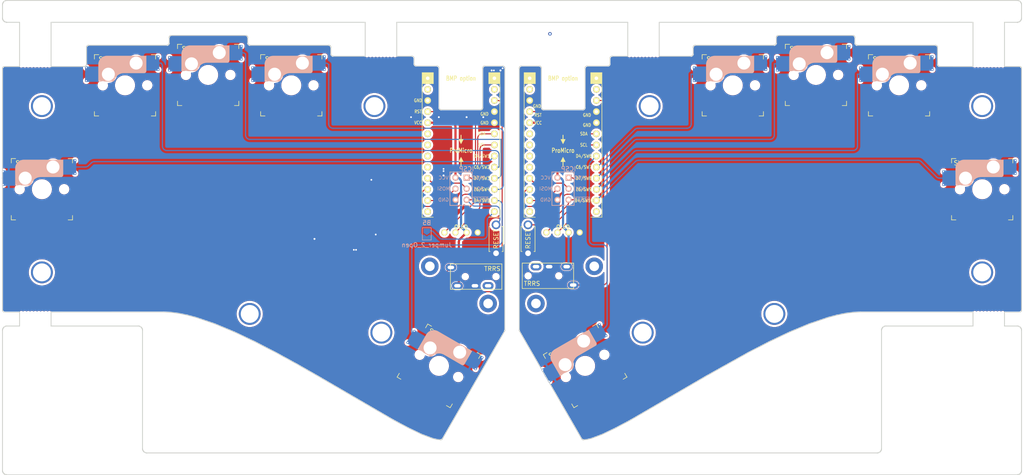
<source format=kicad_pcb>
(kicad_pcb (version 20221018) (generator pcbnew)
  (layers (0 "F.Cu" signal) (31 "B.Cu" signal) (34 "B.Paste" user) (35 "F.Paste" user) (36 "B.SilkS" user "B.Silkscreen") (37 "F.SilkS" user "F.Silkscreen") (38 "B.Mask" user) (39 "F.Mask" user) (44 "Edge.Cuts" user))
  (net 0 "")
  (net 1 "/L_MISO")
  (net 2 "VCC")
  (net 3 "/L_SCLK")
  (net 4 "/L_MOSI")
  (net 5 "/L_RST")
  (net 6 "GND")
  (net 7 "/R_MISO")
  (net 8 "/R_SCLK")
  (net 9 "/R_MOSI")
  (net 10 "/R_RST")
  (net 13 "/L_Data")
  (net 14 "/L_side")
  (net 15 "/R_Data")
  (net 16 "/L_push1")
  (net 17 "/L_push2")
  (net 18 "/L_push3")
  (net 19 "/L_push4")
  (net 20 "/L_push5")
  (net 21 "/R_push6")
  (net 22 "/R_push7")
  (net 23 "/R_push8")
  (net 24 "/R_push9")
  (net 25 "/R_push10")
  (net 26 "/L_SDA")
  (net 27 "/L_SCL")
  (net 28 "/R_SDA")
  (net 29 "/R_SCL")
  (net 30 "/L_LED")
  (net 37 "/L_Bat+")
  (net 38 "/R_LED")
  (net 46 "/R_Bat+")
  (footprint "Marby_kbd_footprint:Breakaway_Tabs" (layer "F.Cu") (at 268.216 132.36)
    (fp_text reference "REF**" hide)
    (fp_text value "Breakaway_Tabs" hide)
  )
  (footprint "kbd:LEGO_HOLE" (layer "F.Cu") (at 142.563 144.271)
    (fp_text reference "")
    (fp_text value "")
  )
  (footprint "Marby_kbd_footprint:ResetSW_1side" (layer "F.Cu") (at 162.919818 115.276 90)
    (fp_text reference "RSW2" hide)
    (fp_text value "SW_PUSH")
  )
  (footprint "kbd:LEGO_HOLE" (layer "F.Cu") (at 127.813 84.896)
    (fp_text reference "")
    (fp_text value "")
  )
  (footprint "Marby_kbd_footprint:Breakaway_Tabs" (layer "F.Cu") (at 129.31 73.499)
    (fp_text reference "REF**" hide)
    (fp_text value "Breakaway_Tabs" hide)
  )
  (footprint "kbd:LEGO_HOLE" (layer "F.Cu") (at 140.475539 121.514484)
    (fp_text reference "")
    (fp_text value "")
  )
  (footprint "kbd:LEGO_HOLE" (layer "F.Cu") (at 51.813 122.896)
    (fp_text reference "")
    (fp_text value "")
  )
  (footprint "kbd:LEGO_HOLE" (layer "F.Cu") (at 153.800507 130.014484)
    (fp_text reference "")
    (fp_text value "")
  )
  (footprint "Marby_kbd_footprint:ResetSW_1side" (layer "F.Cu") (at 155.610766 115.276 -90)
    (fp_text reference "RSW1" hide)
    (fp_text value "SW_PUSH")
  )
  (footprint "Marby_kbd_footprint:OLED" (layer "F.Cu") (at 170.919818 113.776)
    (fp_text reference "J3")
    (fp_text value "OLED")
  )
  (footprint "Marby_kbd_footprint:Board_BMP_Flip_Side" (layer "F.Cu") (at 170.919818 93.776)
    (fp_text reference "U2" hide)
    (fp_text value "ProMicro")
  )
  (footprint "Marby_kbd_footprint:OLED" (layer "F.Cu") (at 147.610766 113.776)
    (fp_text reference "J1")
    (fp_text value "OLED")
  )
  (footprint "Marby_kbd_footprint:Breakaway_Tabs" (layer "F.Cu") (at 189.31 73.499)
    (fp_text reference "REF**" hide)
    (fp_text value "Breakaway_Tabs" hide)
  )
  (footprint "Marby_Library:MJ-4PP-9_1side" (layer "F.Cu") (at 161.594818 126.5885 90)
    (fp_text reference "J6")
    (fp_text value "TRRS" hide)
  )
  (footprint "Marby_Library:MJ-4PP-9_1side" (layer "F.Cu") (at 156.935766 120.9635 -90)
    (fp_text reference "J5")
    (fp_text value "TRRS" hide)
  )
  (footprint "kbd:LEGO_HOLE" (layer "F.Cu") (at 99.313 132.396)
    (fp_text reference "")
    (fp_text value "")
  )
  (footprint "Marby_kbd_footprint:Breakaway_Tabs" (layer "F.Cu") (at 50.315 132.363)
    (fp_text reference "REF**" hide)
    (fp_text value "Breakaway_Tabs" hide)
  )
  (footprint "kbd:LEGO_HOLE" (layer "F.Cu") (at 51.813 84.896)
    (fp_text reference "")
    (fp_text value "")
  )
  (footprint "Marby_kbd_footprint:Board_BMP_Flip_Side" (layer "F.Cu") (at 147.610766 93.776)
    (fp_text reference "U1" hide)
    (fp_text value "ProMicro")
  )
  (footprint "Marby_kbd_footprint:Breakaway_Tabs" (layer "F.Cu") (at 268.215 75.849)
    (fp_text reference "REF**" hide)
    (fp_text value "Breakaway_Tabs" hide)
  )
  (footprint "Marby_kbd_footprint:Breakaway_Tabs" (layer "F.Cu") (at 50.315064 75.8495)
    (fp_text reference "REF**" hide)
    (fp_text value "Breakaway_Tabs" hide)
  )
  (footprint "Marby_Library:ICSP" (layer "B.Cu") (at 170.919818 103.776 180)
    (fp_text reference "J4" hide)
    (fp_text value "ICSP")
  )
  (footprint "kbd:LEGO_HOLE" (layer "B.Cu") (at 164.729543 130.014484 180)
    (fp_text reference "")
    (fp_text value "")
  )
  (footprint "Marby_kbd_footprint:CherryMXSwitch_hotswap_1_00u" (layer "B.Cu") (at 228.718 77.771)
    (fp_text reference "SW8")
    (fp_text value "SW_PUSH")
  )
  (footprint "Marby_kbd_footprint:CherryMXSwitch_hotswap_1_00u" (layer "B.Cu") (at 247.718 80.146)
    (fp_text reference "SW9")
    (fp_text value "SW_PUSH")
  )
  (footprint "Marby_Library:ICSP" (layer "B.Cu") (at 147.610766 103.776 180)
    (fp_text reference "J2" hide)
    (fp_text value "ICSP")
  )
  (footprint "kbd:LEGO_HOLE" (layer "B.Cu") (at 266.718 122.896 180)
    (fp_text reference "")
    (fp_text value "")
  )
  (footprint "Marby_kbd_footprint:CherryMXSwitch_hotswap_1_00u" (layer "B.Cu") (at 70.813 80.146)
    (fp_text reference "SW2")
    (fp_text value "SW_PUSH")
  )
  (footprint "Marby_kbd_footprint:CherryMXSwitch_hotswap_1_00u" (layer "B.Cu") (at 89.813 77.771)
    (fp_text reference "SW3")
    (fp_text value "SW_PUSH")
  )
  (footprint "Marby_kbd_footprint:CherryMXSwitch_hotswap_1_00u" (layer "B.Cu") (at 209.718 80.146)
    (fp_text reference "SW7")
    (fp_text value "SW_PUSH")
  )
  (footprint "Jumper:SolderJumper-2_P1.3mm_Open_TrianglePad1.0x1.5mm" (layer "B.Cu") (at 139.7846 114.096 -90)
    (fp_text reference "JP1" hide)
    (fp_text value "Jumper_2_Open")
  )
  (footprint "Marby_kbd_footprint:CherryMXSwitch_hotswap_1_00u" (layer "B.Cu") (at 51.813 103.896)
    (fp_text reference "SW1")
    (fp_text value "SW_PUSH")
  )
  (footprint "kbd:LEGO_HOLE" (layer "B.Cu") (at 189.131586 136.671 180)
    (fp_text reference "")
    (fp_text value "")
  )
  (footprint "kbd:LEGO_HOLE" (layer "B.Cu") (at 178.054657 121.514845 180)
    (fp_text reference "")
    (fp_text value "")
  )
  (footprint "Marby_kbd_footprint:CherryMXSwitch_hotswap_1_00u" (layer "B.Cu") (at 142.563 144.271 -30)
    (fp_text reference "SW5")
    (fp_text value "SW_PUSH")
  )
  (footprint "Marby_kbd_footprint:CherryMXSwitch_hotswap_1_00u" (layer "B.Cu") (at 175.968 144.271 30)
    (fp_text reference "SW6")
    (fp_text value "SW_PUSH")
  )
  (footprint "kbd:LEGO_HOLE" (layer "B.Cu") (at 219.218 132.396 180)
    (fp_text reference "")
    (fp_text value "")
  )
  (footprint "kbd:LEGO_HOLE" (layer "B.Cu") (at 266.718 84.896 180)
    (fp_text reference "")
    (fp_text value "")
  )
  (footprint "Marby_kbd_footprint:CherryMXSwitch_hotswap_1_00u" (layer "B.Cu") (at 266.718 103.896)
    (fp_text reference "SW10")
    (fp_text value "SW_PUSH")
  )
  (footprint "Marby_kbd_footprint:CherryMXSwitch_hotswap_1_00u" (layer "B.Cu") (at 108.813 80.146)
    (fp_text reference "SW4")
    (fp_text value "SW_PUSH")
  )
  (footprint "kbd:LEGO_HOLE" (layer "B.Cu") (at 190.718 84.896 180)
    (fp_text reference "")
    (fp_text value "")
  )
  (gr_line (start 256.513568 71.422496) (end 256.516746 71.447523) (stroke (width 0.201082)) (layer "Edge.Cuts"))
  (gr_line (start 181.477672 75.634462) (end 181.495817 75.618741) (stroke (width 0.201082)) (layer "Edge.Cuts"))
  (gr_line (start 157.572713 136.284098) (end 157.566216 136.29912) (stroke (width 0.201082)) (layer "Edge.Cuts"))
  (gr_line (start 136.873415 75.299922) (end 136.876588 75.324926) (stroke (width 0.201082)) (layer "Edge.Cuts"))
  (gr_line (start 136.90113 75.420645) (end 136.910072 75.443342) (stroke (width 0.201082)) (layer "Edge.Cuts"))
  (gr_line (start 157.496583 75.930589) (end 157.511432 75.949479) (stroke (width 0.201082)) (layer "Edge.Cuts"))
  (gr_line (start 42.845098 168.405491) (end 42.834329 168.357732) (stroke (width 0.201082)) (layer "Edge.Cuts"))
  (gr_line (start 244.664028 135.163129) (end 244.715502 135.161805) (stroke (width 0.201082)) (layer "Edge.Cuts"))
  (gr_line (start 256.720217 75.749415) (end 256.739827 75.763362) (stroke (width 0.201082)) (layer "Edge.Cuts"))
  (gr_line (start 137.034487 75.618826) (end 137.052619 75.634547) (stroke (width 0.201082)) (layer "Edge.Cuts"))
  (gr_line (start 165.703953 75.808973) (end 165.724885 75.821009) (stroke (width 0.201082)) (layer "Edge.Cuts"))
  (gr_line (start 43.123767 131.926349) (end 43.101481 131.916471) (stroke (width 0.201082)) (layer "Edge.Cuts"))
  (gr_line (start 256.683175 75.718845) (end 256.701323 75.734565) (stroke (width 0.201082)) (layer "Edge.Cuts"))
  (gr_line (start 181.574266 75.528153) (end 181.587279 75.507859) (stroke (width 0.201082)) (layer "Edge.Cuts"))
  (gr_line (start 274.867619 60.760162) (end 274.916856 60.768964) (stroke (width 0.201082)) (layer "Edge.Cuts"))
  (gr_line (start 275.148846 60.84729) (end 275.191965 60.869379) (stroke (width 0.201082)) (layer "Edge.Cuts"))
  (gr_line (start 275.274418 60.919475) (end 275.313628 60.947358) (stroke (width 0.201082)) (layer "Edge.Cuts"))
  (gr_line (start 275.695987 168.357838) (end 275.685205 168.405582) (stroke (width 0.201082)) (layer "Edge.Cuts"))
  (gr_line (start 118.286894 73.493053) (end 118.311276 73.496085) (stroke (width 0.201082)) (layer "Edge.Cuts"))
  (gr_line (start 143.300698 160.992685) (end 143.289637 161.004794) (stroke (width 0.201082)) (layer "Edge.Cuts"))
  (gr_line (start 175.252297 161.016511) (end 175.229818 160.992703) (stroke (width 0.201082)) (layer "Edge.Cuts"))
  (gr_line (start 275.450674 131.905436) (end 275.428845 131.916421) (stroke (width 0.201082)) (layer "Edge.Cuts"))
  (gr_line (start 136.492502 73.513706) (end 136.516063 73.520235) (stroke (width 0.201082)) (layer "Edge.Cuts"))
  (gr_line (start 152.534377 85.420614) (end 152.542245 85.397384) (stroke (width 0.201082)) (layer "Edge.Cuts"))
  (gr_line (start 81.216255 68.788027) (end 81.23896 68.779074) (stroke (width 0.201082)) (layer "Edge.Cuts"))
  (gr_line (start 161.018975 75.949484) (end 161.033819 75.930589) (stroke (width 0.201082)) (layer "Edge.Cuts"))
  (gr_line (start 275.488929 135.528184) (end 275.51914 135.566979) (stroke (width 0.201082)) (layer "Edge.Cuts"))
  (gr_line (start 43.01583 75.948929) (end 43.03543 75.934984) (stroke (width 0.201082)) (layer "Edge.Cuts"))
  (gr_line (start 117.845694 71.37662) (end 117.851065 71.400508) (stroke (width 0.201082)) (layer "Edge.Cuts"))
  (gr_line (start 219.669497 70.498553) (end 219.66936 69.248665) (stroke (width 0.201082)) (layer "Edge.Cuts"))
  (gr_line (start 153.038886 75.74949) (end 153.064623 75.748845) (stroke (width 0.201082)) (layer "Edge.Cuts"))
  (gr_line (start 42.837512 76.201002) (end 42.845371 76.177762) (stroke (width 0.201082)) (layer "Edge.Cuts"))
  (gr_line (start 274.764782 65.747302) (end 274.715182 65.74852) (stroke (width 0.201082)) (layer "Edge.Cuts"))
  (gr_line (start 42.815013 64.748666) (end 42.814852 61.748651) (stroke (width 0.201082)) (layer "Edge.Cuts"))
  (gr_line (start 237.244425 68.764523) (end 237.268137 68.77126) (stroke (width 0.201082)) (layer "Edge.Cuts"))
  (gr_line (start 175.572957 161.160879) (end 175.539933 161.157596) (stroke (width 0.201082)) (layer "Edge.Cuts"))
  (gr_line (start 243.594814 163.638467) (end 243.616905 163.595349) (stroke (width 0.201082)) (layer "Edge.Cuts"))
  (gr_line (start 237.455573 68.878642) (end 237.472935 68.895193) (stroke (width 0.201082)) (layer "Edge.Cuts"))
  (gr_line (start 275.387295 75.88002) (end 275.409999 75.88897) (stroke (width 0.201082)) (layer "Edge.Cuts"))
  (gr_line (start 219.934051 68.807652) (end 219.955866 68.796688) (stroke (width 0.201082)) (layer "Edge.Cuts"))
  (gr_line (start 166.227323 85.688274) (end 166.248874 85.699312) (stroke (width 0.201082)) (layer "Edge.Cuts"))
  (gr_line (start 143.10159 161.129687) (end 143.086247 161.135174) (stroke (width 0.201082)) (layer "Edge.Cuts"))
  (gr_line (start 142.564608 85.248631) (end 142.565255 85.274369) (stroke (width 0.201082)) (layer "Edge.Cuts"))
  (gr_line (start 62.25154 71.071049) (end 62.272476 71.059006) (stroke (width 0.201082)) (layer "Edge.Cuts"))
  (gr_line (start 275.052444 65.690105) (end 275.006093 65.705412) (stroke (width 0.201082)) (layer "Edge.Cuts"))
  (gr_line (start 46.714781 65.748791) (end 43.814955 65.748618) (stroke (width 0.201082)) (layer "Edge.Cuts"))
  (gr_line (start 137.198696 75.718434) (end 137.221925 75.726303) (stroke (width 0.201082)) (layer "Edge.Cuts"))
  (gr_line (start 243.704043 163.31413) (end 243.710412 163.264096) (stroke (width 0.201082)) (layer "Edge.Cuts"))
  (gr_line (start 275.059141 60.809348) (end 275.10455 60.827259) (stroke (width 0.201082)) (layer "Edge.Cuts"))
  (gr_line (start 181.659609 73.998614) (end 181.660226 73.973817) (stroke (width 0.201082)) (layer "Edge.Cuts"))
  (gr_line (start 74.809655 136.0596) (end 74.813507 136.110369) (stroke (width 0.201082)) (layer "Edge.Cuts"))
  (gr_line (start 42.836571 131.609817) (end 42.830021 131.586285) (stroke (width 0.201082)) (layer "Edge.Cuts"))
  (gr_line (start 256.120214 71.008851) (end 256.144387 71.014434) (stroke (width 0.201082)) (layer "Edge.Cuts"))
  (gr_line (start 43.524024 169.118678) (end 43.47769 169.103334) (stroke (width 0.201082)) (layer "Edge.Cuts"))
  (gr_line (start 200.671904 71.448982) (end 200.674937 71.42457) (stroke (width 0.201082)) (layer "Edge.Cuts"))
  (gr_line (start 200.631484 73.190051) (end 200.640262 73.167309) (stroke (width 0.201082)) (layer "Edge.Cuts"))
  (gr_line (start 43.301441 65.606794) (end 43.260054 65.580639) (stroke (width 0.201082)) (layer "Edge.Cuts"))
  (gr_line (start 99.192179 70.969221) (end 99.215356 70.976883) (stroke (width 0.201082)) (layer "Edge.Cuts"))
  (gr_line (start 165.682402 75.797934) (end 165.703953 75.808973) (stroke (width 0.201082)) (layer "Edge.Cuts"))
  (gr_line (start 160.979998 76.010335) (end 160.992033 75.989389) (stroke (width 0.201082)) (layer "Edge.Cuts"))
  (gr_line (start 200.571427 73.296129) (end 200.585538 73.276065) (stroke (width 0.201082)) (layer "Edge.Cuts"))
  (gr_line (start 161.181361 75.80894) (end 161.202929 75.797896) (stroke (width 0.201082)) (layer "Edge.Cuts"))
  (gr_line (start 275.27015 65.580743) (end 275.228755 65.606882) (stroke (width 0.201082)) (layer "Edge.Cuts"))
  (gr_line (start 176.037969 75.989377) (end 176.050972 75.969094) (stroke (width 0.201082)) (layer "Edge.Cuts"))
  (gr_line (start 175.189486 160.940463) (end 175.171816 160.912133) (stroke (width 0.201082)) (layer "Edge.Cuts"))
  (gr_line (start 275.516673 61.150376) (end 275.544558 61.189579) (stroke (width 0.201082)) (layer "Edge.Cuts"))
  (gr_line (start 200.782681 71.181634) (end 200.798809 71.162923) (stroke (width 0.201082)) (layer "Edge.Cuts"))
  (gr_line (start 74.875491 163.505685) (end 74.893398 163.551088) (stroke (width 0.201082)) (layer "Edge.Cuts"))
  (gr_line (start 238.0432 70.99284) (end 238.068203 70.996022) (stroke (width 0.201082)) (layer "Edge.Cuts"))
  (gr_line (start 161.247803 75.778926) (end 161.271045 75.771064) (stroke (width 0.201082)) (layer "Edge.Cuts"))
  (gr_line (start 200.621605 73.212338) (end 200.631484 73.190051) (stroke (width 0.201082)) (layer "Edge.Cuts"))
  (gr_line (start 117.875838 73.120496) (end 117.882359 73.144051) (stroke (width 0.201082)) (layer "Edge.Cuts"))
  (gr_line (start 219.728405 69.013301) (end 219.740435 68.992045) (stroke (width 0.201082)) (layer "Edge.Cuts"))
  (gr_line (start 75.814776 164.161881) (end 242.715304 164.161828) (stroke (width 0.201082)) (layer "Edge.Cuts"))
  (gr_line (start 275.270082 168.993815) (end 275.228692 169.019982) (stroke (width 0.201082)) (layer "Edge.Cuts"))
  (gr_line (start 275.270208 135.329943) (end 275.310359 135.358164) (stroke (width 0.201082)) (layer "Edge.Cuts"))
  (gr_line (start 274.863006 135.172926) (end 274.911346 135.181356) (stroke (width 0.201082)) (layer "Edge.Cuts"))
  (gr_line (start 136.910072 75.443342) (end 136.920074 75.465484) (stroke (width 0.201082)) (layer "Edge.Cuts"))
  (gr_line (start 157.44693 75.878516) (end 157.464301 75.895076) (stroke (width 0.201082)) (layer "Edge.Cuts"))
  (gr_line (start 243.735792 135.960279) (end 243.74694 135.911914) (stroke (width 0.201082)) (layer "Edge.Cuts"))
  (gr_line (start 275.712943 131.513771) (end 275.70991 131.538198) (stroke (width 0.201082)) (layer "Edge.Cuts"))
  (gr_line (start 256.52191 75.399939) (end 256.525088 75.424944) (stroke (width 0.201082)) (layer "Edge.Cuts"))
  (gr_line (start 43.101481 131.916471) (end 43.079689 131.905511) (stroke (width 0.201082)) (layer "Edge.Cuts"))
  (gr_line (start 275.619429 168.58913) (end 275.597498 168.632742) (stroke (width 0.201082)) (layer "Edge.Cuts"))
  (gr_line (start 152.805331 75.821134) (end 152.826268 75.809106) (stroke (width 0.201082)) (layer "Edge.Cuts"))
  (gr_line (start 152.728423 75.878594) (end 152.746562 75.86289) (stroke (width 0.201082)) (layer "Edge.Cuts"))
  (gr_line (start 152.400846 85.618729) (end 152.418213 85.602184) (stroke (width 0.201082)) (layer "Edge.Cuts"))
  (gr_line (start 43.315001 75.849587) (end 46.715064 75.8495) (stroke (width 0.201082)) (layer "Edge.Cuts"))
  (gr_line (start 166.248874 85.699312) (end 166.271013 85.709323) (stroke (width 0.201082)) (layer "Edge.Cuts"))
  (gr_line (start 157.597634 136.20646) (end 157.593674 136.222284) (stroke (width 0.201082)) (layer "Edge.Cuts"))
  (gr_line (start 105.249185 141.191775) (end 100.467398 138.724023) (stroke (width 0.201082)) (layer "Edge.Cuts"))
  (gr_line (start 142.303026 75.808961) (end 142.323962 75.820997) (stroke (width 0.201082)) (layer "Edge.Cuts"))
  (gr_line (start 237.505203 68.930692) (end 237.520046 68.949577) (stroke (width 0.201082)) (layer "Edge.Cuts"))
  (gr_line (start 152.064791 85.748479) (end 152.090498 85.747833) (stroke (width 0.201082)) (layer "Edge.Cuts"))
  (gr_line (start 165.943112 76.099892) (end 165.949849 76.12362) (stroke (width 0.201082)) (layer "Edge.Cuts"))
  (gr_line (start 181.284623 75.73292) (end 181.308338 75.726182) (stroke (width 0.201082)) (layer "Edge.Cuts"))
  (gr_line (start 244.613229 135.167011) (end 244.664028 135.163129) (stroke (width 0.201082)) (layer "Edge.Cuts"))
  (gr_line (start 75.043184 163.797905) (end 75.074619 163.834187) (stroke (width 0.201082)) (layer "Edge.Cuts"))
  (gr_line (start 98.617552 68.819561) (end 98.638224 68.832638) (stroke (width 0.201082)) (layer "Edge.Cuts"))
  (gr_line (start 175.475473 161.144716) (end 175.44422 161.135221) (stroke (width 0.201082)) (layer "Edge.Cuts"))
  (gr_line (start 256.496854 71.34995) (end 256.503591 71.373678) (stroke (width 0.201082)) (layer "Edge.Cuts"))
  (gr_line (start 74.893398 163.551088) (end 74.913426 163.595376) (stroke (width 0.201082)) (layer "Edge.Cuts"))
  (gr_line (start 152.892679 75.77913) (end 152.915912 75.771279) (stroke (width 0.201082)) (layer "Edge.Cuts"))
  (gr_line (start 243.715563 136.161744) (end 243.71684 136.110303) (stroke (width 0.201082)) (layer "Edge.Cuts"))
  (gr_line (start 237.437434 68.862931) (end 237.455573 68.878642) (stroke (width 0.201082)) (layer "Edge.Cuts"))
  (gr_line (start 175.539933 161.157596) (end 175.507407 161.152191) (stroke (width 0.201082)) (layer "Edge.Cuts"))
  (gr_line (start 256.781065 75.788421) (end 256.802631 75.799471) (stroke (width 0.201082)) (layer "Edge.Cuts"))
  (gr_line (start 200.669451 71.498404) (end 200.67007 71.473607) (stroke (width 0.201082)) (layer "Edge.Cuts"))
  (gr_line (start 220.095638 68.754138) (end 220.120021 68.751068) (stroke (width 0.201082)) (layer "Edge.Cuts"))
  (gr_line (start 275.71484 76.323911) (end 275.715518 76.349648) (stroke (width 0.201082)) (layer "Edge.Cuts"))
  (gr_line (start 161.419787 75.748597) (end 165.465777 75.748626) (stroke (width 0.201082)) (layer "Edge.Cuts"))
  (gr_line (start 136.893279 75.397423) (end 136.90113 75.420645) (stroke (width 0.201082)) (layer "Edge.Cuts"))
  (gr_line (start 256.918666 75.838658) (end 256.943295 75.843062) (stroke (width 0.201082)) (layer "Edge.Cuts"))
  (gr_line (start 95.793555 136.513032) (end 91.300746 134.644388) (stroke (width 0.201082)) (layer "Edge.Cuts"))
  (gr_line (start 181.924197 73.55762) (end 181.945994 73.546667) (stroke (width 0.201082)) (layer "Edge.Cuts"))
  (gr_line (start 74.819985 163.264155) (end 74.826339 163.314186) (stroke (width 0.201082)) (layer "Edge.Cuts"))
  (gr_line (start 136.668253 73.596728) (end 136.68768 73.611856) (stroke (width 0.201082)) (layer "Edge.Cuts"))
  (gr_line (start 274.715487 169.161897) (end 43.814894 169.161981) (stroke (width 0.201082)) (layer "Edge.Cuts"))
  (gr_line (start 143.013622 85.746018) (end 143.039023 85.747952) (stroke (width 0.201082)) (layer "Edge.Cuts"))
  (gr_line (start 166.293709 85.718273) (end 166.316929 85.726133) (stroke (width 0.201082)) (layer "Edge.Cuts"))
  (gr_line (start 237.947486 70.968262) (end 237.970707 70.976122) (stroke (width 0.201082)) (layer "Edge.Cuts"))
  (gr_line (start 61.938476 75.607962) (end 61.950512 75.587031) (stroke (width 0.201082)) (layer "Edge.Cuts"))
  (gr_line (start 98.529437 68.777917) (end 98.552196 68.786695) (stroke (width 0.201082)) (layer "Edge.Cuts"))
  (gr_line (start 256.591722 75.607993) (end 256.604731 75.628278) (stroke (width 0.201082)) (layer "Edge.Cuts"))
  (gr_line (start 136.876588 75.324926) (end 136.880977 75.349532) (stroke (width 0.201082)) (layer "Edge.Cuts"))
  (gr_line (start 175.962945 85.299828) (end 175.964879 85.274431) (stroke (width 0.201082)) (layer "Edge.Cuts"))
  (gr_line (start 87.062062 133.203677) (end 85.060858 132.670543) (stroke (width 0.201082)) (layer "Edge.Cuts"))
  (gr_line (start 237.589036 69.076805) (end 237.596896 69.100037) (stroke (width 0.201082)) (layer "Edge.Cuts"))
  (gr_line (start 243.192073 164.041153) (end 243.233959 164.017071) (stroke (width 0.201082)) (layer "Edge.Cuts"))
  (gr_line (start 219.65442 70.620412) (end 219.659801 70.596547) (stroke (width 0.201082)) (layer "Edge.Cuts"))
  (gr_line (start 142.090422 75.749267) (end 142.115819 75.751201) (stroke (width 0.201082)) (layer "Edge.Cuts"))
  (gr_line (start 152.16548 85.738347) (end 152.189656 85.732772) (stroke (width 0.201082)) (layer "Edge.Cuts"))
  (gr_line (start 117.596201 71.057463) (end 117.617479 71.069491) (stroke (width 0.201082)) (layer "Edge.Cuts"))
  (gr_line (start 237.783263 70.868739) (end 237.801403 70.88445) (stroke (width 0.201082)) (layer "Edge.Cuts"))
  (gr_line (start 98.861303 70.523311) (end 98.863138 70.547937) (stroke (width 0.201082)) (layer "Edge.Cuts"))
  (gr_line (start 175.465533 85.748488) (end 175.491272 85.747843) (stroke (width 0.201082)) (layer "Edge.Cuts"))
  (gr_line (start 43.432203 65.672525) (end 43.387597 65.65277) (stroke (width 0.201082)) (layer "Edge.Cuts"))
  (gr_line (start 181.620398 75.44319) (end 181.629359 75.420476) (stroke (width 0.201082)) (layer "Edge.Cuts"))
  (gr_line (start 243.012745 164.116896) (end 243.059219 164.101174) (stroke (width 0.201082)) (layer "Edge.Cuts"))
  (gr_line (start 275.533405 75.963832) (end 275.551545 75.979542) (stroke (width 0.201082)) (layer "Edge.Cuts"))
  (gr_line (start 99.215356 70.976883) (end 99.238909 70.983412) (stroke (width 0.201082)) (layer "Edge.Cuts"))
  (gr_line (start 136.706403 73.627983) (end 136.724383 73.645095) (stroke (width 0.201082)) (layer "Edge.Cuts"))
  (gr_line (start 74.814799 136.161813) (end 74.814837 163.161942) (stroke (width 0.201082)) (layer "Edge.Cuts"))
  (gr_line (start 237.613608 69.172584) (end 237.616785 69.197611) (stroke (width 0.201082)) (layer "Edge.Cuts"))
  (gr_line (start 275.494919 75.935056) (end 275.514519 75.948992) (stroke (width 0.201082)) (layer "Edge.Cuts"))
  (gr_line (start 160.97857 136.328537) (end 160.971094 136.313959) (stroke (width 0.201082)) (layer "Edge.Cuts"))
  (gr_line (start 157.610766 76.248498) (end 157.610507 136.092866) (stroke (width 0.201082)) (layer "Edge.Cuts"))
  (gr_line (start 43.058434 131.893484) (end 43.037754 131.880407) (stroke (width 0.201082)) (layer "Edge.Cuts"))
  (gr_line (start 275.629962 76.070077) (end 275.64297 76.090361) (stroke (width 0.201082)) (layer "Edge.Cuts"))
  (gr_line (start 98.831569 69.080069) (end 98.839254 69.103228) (stroke (width 0.201082)) (layer "Edge.Cuts"))
  (gr_line (start 136.868282 73.94918) (end 136.870106 73.973805) (stroke (width 0.201082)) (layer "Edge.Cuts"))
  (gr_line (start 237.398951 68.834156) (end 237.418549 68.848092) (stroke (width 0.201082)) (layer "Edge.Cuts"))
  (gr_line (start 80.950228 69.054061) (end 80.960238 69.031922) (stroke (width 0.201082)) (layer "Edge.Cuts"))
  (gr_line (start 80.825473 70.778168) (end 80.838476 70.757888) (stroke (width 0.201082)) (layer "Edge.Cuts"))
  (gr_line (start 275.586051 131.799873) (end 275.568942 131.817788) (stroke (width 0.201082)) (layer "Edge.Cuts"))
  (gr_line (start 275.432145 75.89898) (end 275.453701 75.910019) (stroke (width 0.201082)) (layer "Edge.Cuts"))
  (gr_line (start 256.89447 75.833067) (end 256.918666 75.838658) (stroke (width 0.201082)) (layer "Edge.Cuts"))
  (gr_line (start 244.418056 135.206868) (end 244.46552 135.19338) (stroke (width 0.201082)) (layer "Edge.Cuts"))
  (gr_line (start 143.064761 85.748607) (end 152.064791 85.748479) (stroke (width 0.201082)) (layer "Edge.Cuts"))
  (gr_line (start 275.710185 61.646353) (end 275.714041 61.697121) (stroke (width 0.201082)) (layer "Edge.Cuts"))
  (gr_line (start 43.074717 61.076341) (end 43.107828 61.041607) (stroke (width 0.201082)) (layer "Edge.Cuts"))
  (gr_line (start 43.571107 169.131758) (end 43.524024 169.118678) (stroke (width 0.201082)) (layer "Edge.Cuts"))
  (gr_line (start 61.705529 75.809377) (end 61.727676 75.799364) (stroke (width 0.201082)) (layer "Edge.Cuts"))
  (gr_line (start 117.944695 73.276042) (end 117.958798 73.296093) (stroke (width 0.201082)) (layer "Edge.Cuts"))
  (gr_line (start 61.950512 75.587031) (end 61.961551 75.56548) (stroke (width 0.201082)) (layer "Edge.Cuts"))
  (gr_line (start 99.025295 70.869133) (end 99.043963 70.885261) (stroke (width 0.201082)) (layer "Edge.Cuts"))
  (gr_line (start 275.656777 168.499008) (end 275.639201 168.544524) (stroke (width 0.201082)) (layer "Edge.Cuts"))
  (gr_line (start 42.932791 168.632696) (end 42.910853 168.589073) (stroke (width 0.201082)) (layer "Edge.Cuts"))
  (gr_line (start 237.489489 68.912554) (end 237.505203 68.930692) (stroke (width 0.201082)) (layer "Edge.Cuts"))
  (gr_line (start 62.008271 75.399934) (end 62.010204 75.374564) (stroke (width 0.201082)) (layer "Edge.Cuts"))
  (gr_line (start 200.54017 73.334248) (end 200.556299 73.315537) (stroke (width 0.201082)) (layer "Edge.Cuts"))
  (gr_line (start 275.486982 61.112602) (end 275.516673 61.150376) (stroke (width 0.201082)) (layer "Edge.Cuts"))
  (gr_line (start 165.8802 75.969031) (end 165.893205 75.989315) (stroke (width 0.201082)) (layer "Edge.Cuts"))
  (gr_line (start 136.468611 73.508326) (end 136.492502 73.513706) (stroke (width 0.201082)) (layer "Edge.Cuts"))
  (gr_line (start 160.950015 76.076772) (end 160.958958 76.054058) (stroke (width 0.201082)) (layer "Edge.Cuts"))
  (gr_line (start 152.678799 75.930627) (end 152.69451 75.912494) (stroke (width 0.201082)) (layer "Edge.Cuts"))
  (gr_line (start 62.026601 71.373678) (end 62.033338 71.349951) (stroke (width 0.201082)) (layer "Edge.Cuts"))
  (gr_line (start 157.54378 136.342965) (end 143.358737 160.912003) (stroke (width 0.201082)) (layer "Edge.Cuts"))
  (gr_line (start 42.845371 76.177762) (end 42.854322 76.155048) (stroke (width 0.201082)) (layer "Edge.Cuts"))
  (gr_line (start 175.703899 85.688228) (end 175.724836 85.676199) (stroke (width 0.201082)) (layer "Edge.Cuts"))
  (gr_line (start 176.129399 75.878553) (end 176.147547 75.862839) (stroke (width 0.201082)) (layer "Edge.Cuts"))
  (gr_line (start 256.968324 75.846249) (end 256.993722 75.848186) (stroke (width 0.201082)) (layer "Edge.Cuts"))
  (gr_line (start 275.714189 168.211492) (end 275.710514 168.26071) (stroke (width 0.201082)) (layer "Edge.Cuts"))
  (gr_line (start 80.913518 69.197468) (end 80.9167 69.172465) (stroke (width 0.201082)) (layer "Edge.Cuts"))
  (gr_line (start 42.845148 64.992464) (end 42.834384 64.944709) (stroke (width 0.201082)) (layer "Edge.Cuts"))
  (gr_line (start 181.862183 73.596813) (end 181.882252 73.58271) (stroke (width 0.201082)) (layer "Edge.Cuts"))
  (gr_line (start 152.98846 75.754587) (end 153.013488 75.751415) (stroke (width 0.201082)) (layer "Edge.Cuts"))
  (gr_line (start 153.064623 75.748845) (end 157.110629 75.748523) (stroke (width 0.201082)) (layer "Edge.Cuts"))
  (gr_line (start 275.695877 135.965867) (end 275.704306 136.014207) (stroke (width 0.201082)) (layer "Edge.Cuts"))
  (gr_line (start 80.64915 70.938246) (end 80.670097 70.926207) (stroke (width 0.201082)) (layer "Edge.Cuts"))
  (gr_line (start 80.880495 70.670573) (end 80.888344 70.647354) (stroke (width 0.201082)) (layer "Edge.Cuts"))
  (gr_line (start 117.839173 71.353065) (end 117.845694 71.37662) (stroke (width 0.201082)) (layer "Edge.Cuts"))
  (gr_line (start 227.229712 134.644352) (end 222.736904 136.512999) (stroke (width 0.201082)) (layer "Edge.Cuts"))
  (gr_line (start 42.914345 76.050475) (end 42.929184 76.031579) (stroke (width 0.201082)) (layer "Edge.Cuts"))
  (gr_line (start 274.911234 65.729197) (end 274.86289 65.737608) (stroke (width 0.201082)) (layer "Edge.Cuts"))
  (gr_line (start 175.614252 85.726054) (end 175.637486 85.718203) (stroke (width 0.201082)) (layer "Edge.Cuts"))
  (gr_line (start 275.22882 135.303789) (end 275.270208 135.329943) (stroke (width 0.201082)) (layer "Edge.Cuts"))
  (gr_line (start 157.610121 76.222792) (end 157.610766 76.248498) (stroke (width 0.201082)) (layer "Edge.Cuts"))
  (gr_line (start 219.267508 70.988686) (end 219.291374 70.983315) (stroke (width 0.201082)) (layer "Edge.Cuts"))
  (gr_line (start 275.656511 131.699853) (end 275.644486 131.72111) (stroke (width 0.201082)) (layer "Edge.Cuts"))
  (gr_line (start 165.851418 75.930547) (end 165.86626 75.949431) (stroke (width 0.201082)) (layer "Edge.Cuts"))
  (gr_line (start 243.654852 163.505646) (end 243.670582 163.459186) (stroke (width 0.201082)) (layer "Edge.Cuts"))
  (gr_line (start 137.1323 75.688403) (end 137.153853 75.699452) (stroke (width 0.201082)) (layer "Edge.Cuts"))
  (gr_line (start 136.627458 73.569541) (end 136.648165 73.582618) (stroke (width 0.201082)) (layer "Edge.Cuts"))
  (gr_line (start 42.891029 135.779248) (end 42.910784 135.734641) (stroke (width 0.201082)) (layer "Edge.Cuts"))
  (gr_line (start 61.536619 75.848008) (end 61.562017 75.846081) (stroke (width 0.201082)) (layer "Edge.Cuts"))
  (gr_line (start 165.905245 76.010251) (end 165.916286 76.031808) (stroke (width 0.201082)) (layer "Edge.Cuts"))
  (gr_line (start 43.216614 60.947366) (end 43.255817 60.919482) (stroke (width 0.201082)) (layer "Edge.Cuts"))
  (gr_line (start 256.701323 75.734565) (end 256.720217 75.749415) (stroke (width 0.201082)) (layer "Edge.Cuts"))
  (gr_line (start 200.852613 71.111723) (end 200.872025 71.096601) (stroke (width 0.201082)) (layer "Edge.Cuts"))
  (gr_line (start 275.667471 131.678053) (end 275.656511 131.699853) (stroke (width 0.201082)) (layer "Edge.Cuts"))
  (gr_line (start 176.271018 75.787936) (end 176.293734 75.778974) (stroke (width 0.201082)) (layer "Edge.Cuts"))
  (gr_line (start 80.910929 69.248544) (end 80.911584 69.222838) (stroke (width 0.201082)) (layer "Edge.Cuts"))
  (gr_line (start 256.070608 71.001271) (end 256.09561 71.004453) (stroke (width 0.201082)) (layer "Edge.Cuts"))
  (gr_line (start 256.191318 71.02903) (end 256.214012 71.037981) (stroke (width 0.201082)) (layer "Edge.Cuts"))
  (gr_line (start 117.434635 71.004062) (end 117.458775 71.008276) (stroke (width 0.201082)) (layer "Edge.Cuts"))
  (gr_line (start 136.865259 73.924767) (end 136.868282 73.94918) (stroke (width 0.201082)) (layer "Edge.Cuts"))
  (gr_line (start 43.613328 60.769003) (end 43.662559 60.760213) (stroke (width 0.201082)) (layer "Edge.Cuts"))
  (gr_line (start 43.037754 131.880407) (end 43.01769 131.866297) (stroke (width 0.201082)) (layer "Edge.Cuts"))
  (gr_line (start 275.488933 65.38246) (end 275.456717 65.419892) (stroke (width 0.201082)) (layer "Edge.Cuts"))
  (gr_line (start 165.963004 76.197466) (end 165.964932 76.222864) (stroke (width 0.201082)) (layer "Edge.Cuts"))
  (gr_line (start 182.014192 73.520375) (end 182.037726 73.513854) (stroke (width 0.201082)) (layer "Edge.Cuts"))
  (gr_line (start 143.006861 161.155127) (end 142.99053 161.157579) (stroke (width 0.201082)) (layer "Edge.Cuts"))
  (gr_line (start 275.142662 135.257813) (end 275.186278 135.279734) (stroke (width 0.201082)) (layer "Edge.Cuts"))
  (gr_line (start 157.110629 75.748523) (end 157.136366 75.749178) (stroke (width 0.201082)) (layer "Edge.Cuts"))
  (gr_line (start 152.663959 75.949506) (end 152.678799 75.930627) (stroke (width 0.201082)) (layer "Edge.Cuts"))
  (gr_line (start 181.659747 75.248502) (end 181.659609 73.998614) (stroke (width 0.201082)) (layer "Edge.Cuts"))
  (gr_line (start 200.426197 73.427741) (end 200.446881 73.414672) (stroke (width 0.201082)) (layer "Edge.Cuts"))
  (gr_line (start 142.382729 75.862774) (end 142.400869 75.878485) (stroke (width 0.201082)) (layer "Edge.Cuts"))
  (gr_line (start 200.169558 73.498561) (end 200.194356 73.497952) (stroke (width 0.201082)) (layer "Edge.Cuts"))
  (gr_line (start 237.635194 70.623615) (end 237.641931 70.647344) (stroke (width 0.201082)) (layer "Edge.Cuts"))
  (gr_line (start 175.590522 85.732782) (end 175.614252 85.726054) (stroke (width 0.201082)) (layer "Edge.Cuts"))
  (gr_line (start 161.083465 75.878507) (end 161.101613 75.862786) (stroke (width 0.201082)) (layer "Edge.Cuts"))
  (gr_line (start 243.814015 135.728344) (end 243.83609 135.685238) (stroke (width 0.201082)) (layer "Edge.Cuts"))
  (gr_line (start 275.313089 131.954758) (end 275.288905 131.958985) (stroke (width 0.201082)) (layer "Edge.Cuts"))
  (gr_line (start 43.107688 65.455685) (end 43.073536 65.419783) (stroke (width 0.201082)) (layer "Edge.Cuts"))
  (gr_line (start 99.311399 70.996038) (end 99.336034 70.997871) (stroke (width 0.201082)) (layer "Edge.Cuts"))
  (gr_line (start 143.18894 161.086806) (end 143.175 161.095108) (stroke (width 0.201082)) (layer "Edge.Cuts"))
  (gr_line (start 237.62011 70.524372) (end 237.622038 70.54977) (stroke (width 0.201082)) (layer "Edge.Cuts"))
  (gr_line (start 166.038067 85.507932) (end 166.051073 85.528215) (stroke (width 0.201082)) (layer "Edge.Cuts"))
  (gr_line (start 219.669982 69.223867) (end 219.671827 69.199242) (stroke (width 0.201082)) (layer "Edge.Cuts"))
  (gr_line (start 80.960238 69.031922) (end 80.971277 69.010372) (stroke (width 0.201082)) (layer "Edge.Cuts"))
  (gr_line (start 275.601176 76.031593) (end 275.61602 76.050477) (stroke (width 0.201082)) (layer "Edge.Cuts"))
  (gr_line (start 80.9107 70.498784) (end 80.910929 69.248544) (stroke (width 0.201082)) (layer "Edge.Cuts"))
  (gr_line (start 137.24565 75.733048) (end 137.26984 75.738639) (stroke (width 0.201082)) (layer "Edge.Cuts"))
  (gr_line (start 152.564761 85.248685) (end 152.564639 76.248639) (stroke (width 0.201082)) (layer "Edge.Cuts"))
  (gr_line (start 166.166511 85.6493) (end 166.18611 85.663236) (stroke (width 0.201082)) (layer "Edge.Cuts"))
  (gr_line (start 42.900409 76.070085) (end 42.914345 76.050475) (stroke (width 0.201082)) (layer "Edge.Cuts"))
  (gr_line (start 43.260054 65.580639) (end 43.219904 65.552418) (stroke (width 0.201082)) (layer "Edge.Cuts"))
  (gr_line (start 43.344009 169.044062) (end 43.301496 169.020007) (stroke (width 0.201082)) (layer "Edge.Cuts"))
  (gr_line (start 142.564146 76.222852) (end 142.564822 76.248589) (stroke (width 0.201082)) (layer "Edge.Cuts"))
  (gr_line (start 256.739827 75.763362) (end 256.76012 75.776374) (stroke (width 0.201082)) (layer "Edge.Cuts"))
  (gr_line (start 256.549665 75.520663) (end 256.55862 75.543361) (stroke (width 0.201082)) (layer "Edge.Cuts"))
  (gr_line (start 98.890042 70.667069) (end 98.898844 70.689813) (stroke (width 0.201082)) (layer "Edge.Cuts"))
  (gr_line (start 200.640262 73.167309) (end 200.647925 73.144153) (stroke (width 0.201082)) (layer "Edge.Cuts"))
  (gr_line (start 143.146343 161.110344) (end 143.131649 161.117266) (stroke (width 0.201082)) (layer "Edge.Cuts"))
  (gr_line (start 43.107691 135.454728) (end 43.143655 135.420576) (stroke (width 0.201082)) (layer "Edge.Cuts"))
  (gr_line (start 61.810053 75.749338) (end 61.828938 75.734495) (stroke (width 0.201082)) (layer "Edge.Cuts"))
  (gr_line (start 74.783363 135.911967) (end 74.79452 135.960336) (stroke (width 0.201082)) (layer "Edge.Cuts"))
  (gr_line (start 175.171816 160.912133) (end 160.986529 136.342881) (stroke (width 0.201082)) (layer "Edge.Cuts"))
  (gr_line (start 275.714251 64.798178) (end 275.710577 64.847439) (stroke (width 0.201082)) (layer "Edge.Cuts"))
  (gr_line (start 74.694194 135.685264) (end 74.71627 135.728376) (stroke (width 0.201082)) (layer "Edge.Cuts"))
  (gr_line (start 75.471015 164.101152) (end 75.517475 164.116879) (stroke (width 0.201082)) (layer "Edge.Cuts"))
  (gr_line (start 200.674937 71.42457) (end 200.679151 71.400412) (stroke (width 0.201082)) (layer "Edge.Cuts"))
  (gr_line (start 181.772838 73.681843) (end 181.788967 73.663133) (stroke (width 0.201082)) (layer "Edge.Cuts"))
  (gr_line (start 275.568907 75.996094) (end 275.585462 76.013454) (stroke (width 0.201082)) (layer "Edge.Cuts"))
  (gr_line (start 200.934038 71.057393) (end 200.955834 71.046429) (stroke (width 0.201082)) (layer "Edge.Cuts"))
  (gr_line (start 61.988371 75.497428) (end 61.995108 75.473716) (stroke (width 0.201082)) (layer "Edge.Cuts"))
  (gr_line (start 62.510829 70.998507) (end 80.410731 70.998578) (stroke (width 0.201082)) (layer "Edge.Cuts"))
  (gr_line (start 136.920074 75.465484) (end 136.931104 75.487039) (stroke (width 0.201082)) (layer "Edge.Cuts"))
  (gr_line (start 243.42257 163.86893) (end 243.455689 163.834196) (stroke (width 0.201082)) (layer "Edge.Cuts"))
  (gr_line (start 43.564959 60.780167) (end 43.613328 60.769003) (stroke (width 0.201082)) (layer "Edge.Cuts"))
  (gr_line (start 98.410218 68.7511) (end 98.434646 68.754132) (stroke (width 0.201082)) (layer "Edge.Cuts"))
  (gr_line (start 43.667194 169.150986) (end 43.618858 169.142539) (stroke (width 0.201082)) (layer "Edge.Cuts"))
  (gr_line (start 62.005089 75.424937) (end 62.008271 75.399934) (stroke (width 0.201082)) (layer "Edge.Cuts"))
  (gr_line (start 137.294464 75.743043) (end 137.31949 75.746229) (stroke (width 0.201082)) (layer "Edge.Cuts"))
  (gr_line (start 117.385673 70.999197) (end 117.410254 71.00103) (stroke (width 0.201082)) (layer "Edge.Cuts"))
  (gr_line (start 175.783607 85.634444) (end 175.801746 85.61874) (stroke (width 0.201082)) (layer "Edge.Cuts"))
  (gr_line (start 179.911854 159.906726) (end 177.44764 160.833912) (stroke (width 0.201082)) (layer "Edge.Cuts"))
  (gr_line (start 275.639273 65.131328) (end 275.619503 65.175934) (stroke (width 0.201082)) (layer "Edge.Cuts"))
  (gr_line (start 200.314952 73.477007) (end 200.33811 73.469353) (stroke (width 0.201082)) (layer "Edge.Cuts"))
  (gr_line (start 42.887407 76.090379) (end 42.900409 76.070085) (stroke (width 0.201082)) (layer "Edge.Cuts"))
  (gr_line (start 275.291523 75.855443) (end 275.316147 75.859841) (stroke (width 0.201082)) (layer "Edge.Cuts"))
  (gr_line (start 98.385583 68.749266) (end 98.410218 68.7511) (stroke (width 0.201082)) (layer "Edge.Cuts"))
  (gr_line (start 166.147626 85.634461) (end 166.166511 85.6493) (stroke (width 0.201082)) (layer "Edge.Cuts"))
  (gr_line (start 160.92044 76.223006) (end 160.922345 76.197606) (stroke (width 0.201082)) (layer "Edge.Cuts"))
  (gr_line (start 62.071197 71.260315) (end 62.083233 71.239379) (stroke (width 0.201082)) (layer "Edge.Cuts"))
  (gr_line (start 143.350112 160.926375) (end 143.341053 160.940385) (stroke (width 0.201082)) (layer "Edge.Cuts"))
  (gr_line (start 43.618912 65.729224) (end 43.571155 65.718464) (stroke (width 0.201082)) (layer "Edge.Cuts"))
  (gr_line (start 275.006113 169.118675) (end 274.959047 169.131746) (stroke (width 0.201082)) (layer "Edge.Cuts"))
  (gr_line (start 42.817354 131.513847) (end 42.815519 131.489222) (stroke (width 0.201082)) (layer "Edge.Cuts"))
  (gr_line (start 42.910851 65.175994) (end 42.891098 65.131399) (stroke (width 0.201082)) (layer "Edge.Cuts"))
  (gr_line (start 157.608194 76.197421) (end 157.610121 76.222792) (stroke (width 0.201082)) (layer "Edge.Cuts"))
  (gr_line (start 275.672192 65.039467) (end 275.656848 65.085812) (stroke (width 0.201082)) (layer "Edge.Cuts"))
  (gr_line (start 117.677688 71.111807) (end 117.69641 71.127935) (stroke (width 0.201082)) (layer "Edge.Cuts"))
  (gr_line (start 175.801746 85.61874) (end 175.819108 85.602195) (stroke (width 0.201082)) (layer "Edge.Cuts"))
  (gr_line (start 219.505033 70.869115) (end 219.523013 70.85201) (stroke (width 0.201082)) (layer "Edge.Cuts"))
  (gr_line (start 43.169665 131.942788) (end 43.146509 131.935127) (stroke (width 0.201082)) (layer "Edge.Cuts"))
  (gr_line (start 80.710002 70.899262) (end 80.728897 70.88442) (stroke (width 0.201082)) (layer "Edge.Cuts"))
  (gr_line (start 243.714283 163.213325) (end 243.715594 163.161881) (stroke (width 0.201082)) (layer "Edge.Cuts"))
  (gr_line (start 237.596896 69.100037) (end 237.603633 69.123765) (stroke (width 0.201082)) (layer "Edge.Cuts"))
  (gr_line (start 274.817583 60.753794) (end 274.867619 60.760162) (stroke (width 0.201082)) (layer "Edge.Cuts"))
  (gr_line (start 152.090498 85.747833) (end 152.115869 85.745909) (stroke (width 0.201082)) (layer "Edge.Cuts"))
  (gr_line (start 160.951611 136.268961) (end 160.946112 136.253586) (stroke (width 0.201082)) (layer "Edge.Cuts"))
  (gr_line (start 81.359764 68.751323) (end 81.385162 68.749396) (stroke (width 0.201082)) (layer "Edge.Cuts"))
  (gr_line (start 275.683874 61.498721) (end 275.695039 61.54709) (stroke (width 0.201082)) (layer "Edge.Cuts"))
  (gr_line (start 200.955834 71.046429) (end 200.978125 71.036545) (stroke (width 0.201082)) (layer "Edge.Cuts"))
  (gr_line (start 275.38374 131.935125) (end 275.360548 131.94281) (stroke (width 0.201082)) (layer "Edge.Cuts"))
  (gr_line (start 243.71684 136.110303) (end 243.720679 136.059536) (stroke (width 0.201082)) (layer "Edge.Cuts"))
  (gr_line (start 152.418213 85.602184) (end 152.434773 85.584829) (stroke (width 0.201082)) (layer "Edge.Cuts"))
  (gr_line (start 43.220033 168.965658) (end 43.181248 168.935434) (stroke (width 0.201082)) (layer "Edge.Cuts"))
  (gr_line (start 175.995951 76.076718) (end 176.004893 76.054014) (stroke (width 0.201082)) (layer "Edge.Cuts"))
  (gr_line (start 136.82287 73.785013) (end 136.832739 73.807303) (stroke (width 0.201082)) (layer "Edge.Cuts"))
  (gr_line (start 237.195647 68.754542) (end 237.220251 68.75894) (stroke (width 0.201082)) (layer "Edge.Cuts"))
  (gr_line (start 175.959764 85.324855) (end 175.962945 85.299828) (stroke (width 0.201082)) (layer "Edge.Cuts"))
  (gr_line (start 117.638181 71.082568) (end 117.658265 71.096679) (stroke (width 0.201082)) (layer "Edge.Cuts"))
  (gr_line (start 74.374045 135.332717) (end 74.41325 135.3606) (stroke (width 0.201082)) (layer "Edge.Cuts"))
  (gr_line (start 243.886166 135.602808) (end 243.914041 135.56361) (stroke (width 0.201082)) (layer "Edge.Cuts"))
  (gr_line (start 43.815062 135.162057) (end 46.714888 135.161881) (stroke (width 0.201082)) (layer "Edge.Cuts"))
  (gr_line (start 219.243348 70.992892) (end 219.267508 70.988686) (stroke (width 0.201082)) (layer "Edge.Cuts"))
  (gr_line (start 98.714228 68.895115) (end 98.731338 68.913095) (stroke (width 0.201082)) (layer "Edge.Cuts"))
  (gr_line (start 166.465502 85.748622) (end 175.465533 85.748488) (stroke (width 0.201082)) (layer "Edge.Cuts"))
  (gr_line (start 256.389447 71.162466) (end 256.40516 71.180604) (stroke (width 0.201082)) (layer "Edge.Cuts"))
  (gr_line (start 219.314906 70.976794) (end 219.338064 70.969141) (stroke (width 0.201082)) (layer "Edge.Cuts"))
  (gr_line (start 75.381313 164.063211) (end 75.425607 164.083241) (stroke (width 0.201082)) (layer "Edge.Cuts"))
  (gr_line (start 238.093574 70.997956) (end 238.11928 70.99861) (stroke (width 0.201082)) (layer "Edge.Cuts"))
  (gr_line (start 181.629359 75.420476) (end 181.637228 75.397235) (stroke (width 0.201082)) (layer "Edge.Cuts"))
  (gr_line (start 136.841509 73.830048) (end 136.849162 73.853207) (stroke (width 0.201082)) (layer "Edge.Cuts"))
  (gr_line (start 220.071495 68.758384) (end 220.095638 68.754138) (stroke (width 0.201082)) (layer "Edge.Cuts"))
  (gr_line (start 275.349193 135.388419) (end 275.386627 135.420674) (stroke (width 0.201082)) (layer "Edge.Cuts"))
  (gr_line (start 142.504332 76.010239) (end 142.515378 76.031796) (stroke (width 0.201082)) (layer "Edge.Cuts"))
  (gr_line (start 157.305312 75.78787) (end 157.327468 75.797891) (stroke (width 0.201082)) (layer "Edge.Cuts"))
  (gr_line (start 80.58271 70.968253) (end 80.605425 70.959301) (stroke (width 0.201082)) (layer "Edge.Cuts"))
  (gr_line (start 275.313628 60.947358) (end 275.351408 60.977047) (stroke (width 0.201082)) (layer "Edge.Cuts"))
  (gr_line (start 237.291356 68.779119) (end 237.31405 68.788069) (stroke (width 0.201082)) (layer "Edge.Cuts"))
  (gr_line (start 275.052438 169.103335) (end 275.006113 169.118675) (stroke (width 0.201082)) (layer "Edge.Cuts"))
  (gr_line (start 165.996021 85.420587) (end 166.004973 85.443292) (stroke (width 0.201082)) (layer "Edge.Cuts"))
  (gr_line (start 243.684065 163.411738) (end 243.69524 163.363365) (stroke (width 0.201082)) (layer "Edge.Cuts"))
  (gr_line (start 43.181248 168.935434) (end 43.14387 168.903222) (stroke (width 0.201082)) (layer "Edge.Cuts"))
  (gr_line (start 99.10406 70.927577) (end 99.125317 70.939604) (stroke (width 0.201082)) (layer "Edge.Cuts"))
  (gr_line (start 220.000934 68.778016) (end 220.024101 68.770339) (stroke (width 0.201082)) (layer "Edge.Cuts"))
  (gr_line (start 143.116728 161.123715) (end 143.10159 161.129687) (stroke (width 0.201082)) (layer "Edge.Cuts"))
  (gr_line (start 275.704435 168.30952) (end 275.695987 168.357838) (stroke (width 0.201082)) (layer "Edge.Cuts"))
  (gr_line (start 275.310309 65.552536) (end 275.27015 65.580743) (stroke (width 0.201082)) (layer "Edge.Cuts"))
  (gr_line (start 275.316147 75.859841) (end 275.340338 75.865424) (stroke (width 0.201082)) (layer "Edge.Cuts"))
  (gr_line (start 157.60637 136.158286) (end 157.603987 136.174449) (stroke (width 0.201082)) (layer "Edge.Cuts"))
  (gr_line (start 75.107734 163.868915) (end 75.142467 163.902026) (stroke (width 0.201082)) (layer "Edge.Cuts"))
  (gr_line (start 161.160414 75.820983) (end 161.181361 75.80894) (stroke (width 0.201082)) (layer "Edge.Cuts"))
  (gr_line (start 275.310239 168.965586) (end 275.270082 168.993815) (stroke (width 0.201082)) (layer "Edge.Cuts"))
  (gr_line (start 175.507407 161.152191) (end 175.475473 161.144716) (stroke (width 0.201082)) (layer "Edge.Cuts"))
  (gr_line (start 152.434773 85.584829) (end 152.450493 85.566697) (stroke (width 0.201082)) (layer "Edge.Cuts"))
  (gr_line (start 161.368647 75.751171) (end 161.394049 75.749243) (stroke (width 0.201082)) (layer "Edge.Cuts"))
  (gr_line (start 200.728339 71.263041) (end 200.740366 71.241785) (stroke (width 0.201082)) (layer "Edge.Cuts"))
  (gr_line (start 175.819108 85.602195) (end 175.83566 85.58484) (stroke (width 0.201082)) (layer "Edge.Cuts"))
  (gr_line (start 42.891081 168.544459) (end 42.873508 168.498937) (stroke (width 0.201082)) (layer "Edge.Cuts"))
  (gr_line (start 43.315054 131.964394) (end 43.290257 131.963777) (stroke (width 0.201082)) (layer "Edge.Cuts"))
  (gr_line (start 181.788967 73.663133) (end 181.806078 73.64516) (stroke (width 0.201082)) (layer "Edge.Cuts"))
  (gr_line (start 275.215029 131.964471) (end 271.815341 131.9628) (stroke (width 0.201082)) (layer "Edge.Cuts"))
  (gr_line (start 136.741487 73.663074) (end 136.757608 73.681791) (stroke (width 0.201082)) (layer "Edge.Cuts"))
  (gr_line (start 152.613946 76.031864) (end 152.624985 76.010311) (stroke (width 0.201082)) (layer "Edge.Cuts"))
  (gr_line (start 142.940835 161.161744) (end 142.924075 161.162049) (stroke (width 0.201082)) (layer "Edge.Cuts"))
  (gr_line (start 175.491272 85.747843) (end 175.516671 85.745918) (stroke (width 0.201082)) (layer "Edge.Cuts"))
  (gr_line (start 181.681212 73.853227) (end 181.688875 73.83007) (stroke (width 0.201082)) (layer "Edge.Cuts"))
  (gr_line (start 62.294034 71.047959) (end 62.316181 71.037939) (stroke (width 0.201082)) (layer "Edge.Cuts"))
  (gr_line (start 181.662058 73.949192) (end 181.665089 73.92478) (stroke (width 0.201082)) (layer "Edge.Cuts"))
  (gr_line (start 237.619464 70.498635) (end 237.62011 70.524372) (stroke (width 0.201082)) (layer "Edge.Cuts"))
  (gr_line (start 98.596295 68.807534) (end 98.617552 68.819561) (stroke (width 0.201082)) (layer "Edge.Cuts"))
  (gr_line (start 181.902937 73.56964) (end 181.924197 73.55762) (stroke (width 0.201082)) (layer "Edge.Cuts"))
  (gr_line (start 166.026028 85.486996) (end 166.038067 85.507932) (stroke (width 0.201082)) (layer "Edge.Cuts"))
  (gr_line (start 165.801787 75.878496) (end 165.81915 75.895048) (stroke (width 0.201082)) (layer "Edge.Cuts"))
  (gr_line (start 160.921971 136.142147) (end 160.920623 136.125849) (stroke (width 0.201082)) (layer "Edge.Cuts"))
  (gr_line (start 152.564639 76.248639) (end 152.565293 76.222902) (stroke (width 0.201082)) (layer "Edge.Cuts"))
  (gr_line (start 175.68234 85.699259) (end 175.703899 85.688228) (stroke (width 0.201082)) (layer "Edge.Cuts"))
  (gr_line (start 157.609526 136.125706) (end 157.608218 136.142035) (stroke (width 0.201082)) (layer "Edge.Cuts"))
  (gr_line (start 256.519335 75.348863) (end 256.519982 75.374569) (stroke (width 0.201082)) (layer "Edge.Cuts"))
  (gr_line (start 181.824056 73.628054) (end 181.842771 73.611933) (stroke (width 0.201082)) (layer "Edge.Cuts"))
  (gr_line (start 74.616245 135.563619) (end 74.644119 135.602822) (stroke (width 0.201082)) (layer "Edge.Cuts"))
  (gr_line (start 175.541701 85.742746) (end 175.566328 85.738357) (stroke (width 0.201082)) (layer "Edge.Cuts"))
  (gr_line (start 42.910853 168.589073) (end 42.891081 168.544459) (stroke (width 0.201082)) (layer "Edge.Cuts"))
  (gr_line (start 142.988591 85.742837) (end 143.013622 85.746018) (stroke (width 0.201082)) (layer "Edge.Cuts"))
  (gr_line (start 219.753506 68.971365) (end 219.7676 68.951301) (stroke (width 0.201082)) (layer "Edge.Cuts"))
  (gr_line (start 61.961551 75.56548) (end 61.971561 75.543342) (stroke (width 0.201082)) (layer "Edge.Cuts"))
  (gr_line (start 274.959102 135.192117) (end 275.006194 135.205176) (stroke (width 0.201082)) (layer "Edge.Cuts"))
  (gr_line (start 200.833898 71.127845) (end 200.852613 71.111723) (stroke (width 0.201082)) (layer "Edge.Cuts"))
  (gr_line (start 219.698746 69.080121) (end 219.707543 69.057379) (stroke (width 0.201082)) (layer "Edge.Cuts"))
  (gr_line (start 42.9616 131.817933) (end 42.94449 131.799953) (stroke (width 0.201082)) (layer "Edge.Cuts"))
  (gr_line (start 275.700316 131.586262) (end 275.693787 131.609815) (stroke (width 0.201082)) (layer "Edge.Cuts"))
  (gr_line (start 80.780972 70.83479) (end 80.79669 70.816651) (stroke (width 0.201082)) (layer "Edge.Cuts"))
  (gr_line (start 62.338886 71.028977) (end 62.362119 71.021105) (stroke (width 0.201082)) (layer "Edge.Cuts"))
  (gr_line (start 98.882356 70.643909) (end 98.890042 70.667069) (stroke (width 0.201082)) (layer "Edge.Cuts"))
  (gr_line (start 274.765023 169.160675) (end 274.715487 169.161897) (stroke (width 0.201082)) (layer "Edge.Cuts"))
  (gr_line (start 142.746601 85.634448) (end 142.765497 85.649287) (stroke (width 0.201082)) (layer "Edge.Cuts"))
  (gr_line (start 61.790453 75.763277) (end 61.810053 75.749338) (stroke (width 0.201082)) (layer "Edge.Cuts"))
  (gr_line (start 256.516746 71.447523) (end 256.518673 71.472921) (stroke (width 0.201082)) (layer "Edge.Cuts"))
  (gr_line (start 243.670582 163.459186) (end 243.684065 163.411738) (stroke (width 0.201082)) (layer "Edge.Cuts"))
  (gr_line (start 181.669303 73.900622) (end 181.674683 73.876757) (stroke (width 0.201082)) (layer "Edge.Cuts"))
  (gr_line (start 98.696313 68.878003) (end 98.714228 68.895115) (stroke (width 0.201082)) (layer "Edge.Cuts"))
  (gr_line (start 203.686234 146.555191) (end 186.4168 156.597376) (stroke (width 0.201082)) (layer "Edge.Cuts"))
  (gr_line (start 160.957611 136.284157) (end 160.951611 136.268961) (stroke (width 0.201082)) (layer "Edge.Cuts"))
  (gr_line (start 237.704847 70.778204) (end 237.718787 70.797804) (stroke (width 0.201082)) (layer "Edge.Cuts"))
  (gr_line (start 275.351408 60.977047) (end 275.387697 61.008478) (stroke (width 0.201082)) (layer "Edge.Cuts"))
  (gr_line (start 80.996314 68.96916) (end 81.01025 68.949562) (stroke (width 0.201082)) (layer "Edge.Cuts"))
  (gr_line (start 117.861413 73.023363) (end 117.863238 73.047999) (stroke (width 0.201082)) (layer "Edge.Cuts"))
  (gr_line (start 160.932657 136.206533) (end 160.9292 136.190585) (stroke (width 0.201082)) (layer "Edge.Cuts"))
  (gr_line (start 200.194356 73.497952) (end 200.218982 73.496128) (stroke (width 0.201082)) (layer "Edge.Cuts"))
  (gr_line (start 175.96637 76.222914) (end 175.968276 76.197517) (stroke (width 0.201082)) (layer "Edge.Cuts"))
  (gr_line (start 137.071497 75.649396) (end 137.091091 75.663343) (stroke (width 0.201082)) (layer "Edge.Cuts"))
  (gr_line (start 275.686125 131.632992) (end 275.677348 131.655752) (stroke (width 0.201082)) (layer "Edge.Cuts"))
  (gr_line (start 125.709651 73.498811) (end 125.709643 65.748656) (stroke (width 0.201082)) (layer "Edge.Cuts"))
  (gr_line (start 137.370623 75.748822) (end 142.064684 75.748612) (stroke (width 0.201082)) (layer "Edge.Cuts"))
  (gr_line (start 142.603893 85.443279) (end 142.613908 85.465426) (stroke (width 0.201082)) (layer "Edge.Cuts"))
  (gr_line (start 99.043963 70.885261) (end 99.063341 70.900388) (stroke (width 0.201082)) (layer "Edge.Cuts"))
  (gr_line (start 43.17884 60.977057) (end 43.216614 60.947366) (stroke (width 0.201082)) (layer "Edge.Cuts"))
  (gr_line (start 275.712885 76.298513) (end 275.71484 76.323911) (stroke (width 0.201082)) (layer "Edge.Cuts"))
  (gr_line (start 243.7604 135.864476) (end 243.776108 135.818026) (stroke (width 0.201082)) (layer "Edge.Cuts"))
  (gr_line (start 157.349035 75.80894) (end 157.369981 75.820987) (stroke (width 0.201082)) (layer "Edge.Cuts"))
  (gr_line (start 43.219943 135.358166) (end 43.260104 135.329977) (stroke (width 0.201082)) (layer "Edge.Cuts"))
  (gr_line (start 219.798788 68.913184) (end 219.815844 68.89521) (stroke (width 0.201082)) (layer "Edge.Cuts"))
  (gr_line (start 152.570408 76.172479) (end 152.574806 76.147855) (stroke (width 0.201082)) (layer "Edge.Cuts"))
  (gr_line (start 80.983313 68.98944) (end 80.996314 68.96916) (stroke (width 0.201082)) (layer "Edge.Cuts"))
  (gr_line (start 200.585538 73.276065) (end 200.598616 73.255385) (stroke (width 0.201082)) (layer "Edge.Cuts"))
  (gr_line (start 244.371581 135.2226) (end 244.418056 135.206868) (stroke (width 0.201082)) (layer "Edge.Cuts"))
  (gr_line (start 117.858294 71.449116) (end 117.860119 71.473752) (stroke (width 0.201082)) (layer "Edge.Cuts"))
  (gr_line (start 275.456717 65.419892) (end 275.422549 65.455843) (stroke (width 0.201082)) (layer "Edge.Cuts"))
  (gr_line (start 176.465716 75.748504) (end 181.159762 75.748649) (stroke (width 0.201082)) (layer "Edge.Cuts"))
  (gr_line (start 43.47769 169.103334) (end 43.432188 169.08576) (stroke (width 0.201082)) (layer "Edge.Cuts"))
  (gr_line (start 98.990272 70.834042) (end 99.00738 70.852021) (stroke (width 0.201082)) (layer "Edge.Cuts"))
  (gr_line (start 237.220251 68.75894) (end 237.244425 68.764523) (stroke (width 0.201082)) (layer "Edge.Cuts"))
  (gr_line (start 275.551545 75.979542) (end 275.568907 75.996094) (stroke (width 0.201082)) (layer "Edge.Cuts"))
  (gr_line (start 42.844257 131.632977) (end 42.836571 131.609817) (stroke (width 0.201082)) (layer "Edge.Cuts"))
  (gr_line (start 257.019457 75.848842) (end 264.615481 75.84916) (stroke (width 0.201082)) (layer "Edge.Cuts"))
  (gr_line (start 238.891024 131.948365) (end 237.190049 132.032169) (stroke (width 0.201082)) (layer "Edge.Cuts"))
  (gr_line (start 117.919606 73.234103) (end 117.931625 73.255364) (stroke (width 0.201082)) (layer "Edge.Cuts"))
  (gr_line (start 238.068203 70.996022) (end 238.093574 70.997956) (stroke (width 0.201082)) (layer "Edge.Cuts"))
  (gr_line (start 142.400869 75.878485) (end 142.418231 75.895036) (stroke (width 0.201082)) (layer "Edge.Cuts"))
  (gr_line (start 100.467398 138.724023) (end 95.793555 136.513032) (stroke (width 0.201082)) (layer "Edge.Cuts"))
  (gr_line (start 117.482632 71.013656) (end 117.506163 71.020185) (stroke (width 0.201082)) (layer "Edge.Cuts"))
  (gr_line (start 175.965746 76.24865) (end 175.96637 76.222914) (stroke (width 0.201082)) (layer "Edge.Cuts"))
  (gr_line (start 244.56317 135.173389) (end 244.613229 135.167011) (stroke (width 0.201082)) (layer "Edge.Cuts"))
  (gr_line (start 81.111733 68.848066) (end 81.131333 68.834126) (stroke (width 0.201082)) (layer "Edge.Cuts"))
  (gr_line (start 62.021018 71.397869) (end 62.026601 71.373678) (stroke (width 0.201082)) (layer "Edge.Cuts"))
  (gr_line (start 275.616742 61.315131) (end 275.63677 61.35942) (stroke (width 0.201082)) (layer "Edge.Cuts"))
  (gr_line (start 160.920623 136.125849) (end 160.919812 136.109499) (stroke (width 0.201082)) (layer "Edge.Cuts"))
  (gr_line (start 200.679151 71.400412) (end 200.684532 71.376547) (stroke (width 0.201082)) (layer "Edge.Cuts"))
  (gr_line (start 142.434784 75.912397) (end 142.450498 75.930535) (stroke (width 0.201082)) (layer "Edge.Cuts"))
  (gr_line (start 80.410731 70.998578) (end 80.436469 70.997932) (stroke (width 0.201082)) (layer "Edge.Cuts"))
  (gr_line (start 42.820395 131.538259) (end 42.817354 131.513847) (stroke (width 0.201082)) (layer "Edge.Cuts"))
  (gr_line (start 157.369981 75.820987) (end 157.390275 75.834) (stroke (width 0.201082)) (layer "Edge.Cuts"))
  (gr_line (start 275.186278 135.279734) (end 275.22882 135.303789) (stroke (width 0.201082)) (layer "Edge.Cuts"))
  (gr_line (start 275.364064 75.87216) (end 275.387295 75.88002) (stroke (width 0.201082)) (layer "Edge.Cuts"))
  (gr_line (start 200.659834 73.096757) (end 200.664048 73.072599) (stroke (width 0.201082)) (layer "Edge.Cuts"))
  (gr_line (start 175.968276 76.197517) (end 175.971434 76.172491) (stroke (width 0.201082)) (layer "Edge.Cuts"))
  (gr_line (start 43.107828 61.041607) (end 43.142557 61.008492) (stroke (width 0.201082)) (layer "Edge.Cuts"))
  (gr_line (start 98.731338 68.913095) (end 98.747471 68.931811) (stroke (width 0.201082)) (layer "Edge.Cuts"))
  (gr_line (start 274.863023 169.150951) (end 274.814229 169.157015) (stroke (width 0.201082)) (layer "Edge.Cuts"))
  (gr_line (start 243.715594 163.161881) (end 243.715563 136.161744) (stroke (width 0.201082)) (layer "Edge.Cuts"))
  (gr_line (start 157.571488 76.054) (end 157.580442 76.076698) (stroke (width 0.201082)) (layer "Edge.Cuts"))
  (gr_line (start 243.710412 163.264096) (end 243.714283 163.213325) (stroke (width 0.201082)) (layer "Edge.Cuts"))
  (gr_line (start 42.825895 168.309391) (end 42.819832 168.260549) (stroke (width 0.201082)) (layer "Edge.Cuts"))
  (gr_line (start 143.341053 160.940385) (end 143.331571 160.954027) (stroke (width 0.201082)) (layer "Edge.Cuts"))
  (gr_line (start 157.561473 76.031858) (end 157.571488 76.054) (stroke (width 0.201082)) (layer "Edge.Cuts"))
  (gr_line (start 62.096234 71.219096) (end 62.110171 71.199496) (stroke (width 0.201082)) (layer "Edge.Cuts"))
  (gr_line (start 135.604527 158.466047) (end 132.113665 156.597399) (stroke (width 0.201082)) (layer "Edge.Cuts"))
  (gr_line (start 43.52416 135.205256) (end 43.571256 135.192193) (stroke (width 0.201082)) (layer "Edge.Cuts"))
  (gr_line (start 142.564822 76.248589) (end 142.564608 85.248631) (stroke (width 0.201082)) (layer "Edge.Cuts"))
  (gr_line (start 165.491483 75.74928) (end 165.516854 75.751214) (stroke (width 0.201082)) (layer "Edge.Cuts"))
  (gr_line (start 165.637569 75.778973) (end 165.660264 75.787924) (stroke (width 0.201082)) (layer "Edge.Cuts"))
  (gr_line (start 244.196848 135.30672) (end 244.238731 135.282637) (stroke (width 0.201082)) (layer "Edge.Cuts"))
  (gr_line (start 74.736288 135.772665) (end 74.754184 135.818069) (stroke (width 0.201082)) (layer "Edge.Cuts"))
  (gr_line (start 222.736904 136.512999) (end 218.063062 138.723993) (stroke (width 0.201082)) (layer "Edge.Cuts"))
  (gr_line (start 42.961446 75.99606) (end 42.978807 75.979498) (stroke (width 0.201082)) (layer "Edge.Cuts"))
  (gr_line (start 157.601074 136.190511) (end 157.597634 136.20646) (stroke (width 0.201082)) (layer "Edge.Cuts"))
  (gr_line (start 237.749346 70.834827) (end 237.7659 70.852188) (stroke (width 0.201082)) (layer "Edge.Cuts"))
  (gr_line (start 43.260143 168.993861) (end 43.220033 168.965658) (stroke (width 0.201082)) (layer "Edge.Cuts"))
  (gr_line (start 176.340712 75.764351) (end 176.364912 75.758752) (stroke (width 0.201082)) (layer "Edge.Cuts"))
  (gr_line (start 142.567183 85.299767) (end 142.57036 85.324794) (stroke (width 0.201082)) (layer "Edge.Cuts"))
  (gr_line (start 42.814852 61.748651) (end 42.816163 61.697208) (stroke (width 0.201082)) (layer "Edge.Cuts"))
  (gr_line (start 244.715502 135.161805) (end 264.615283 135.161889) (stroke (width 0.201082)) (layer "Edge.Cuts"))
  (gr_line (start 275.34915 65.522295) (end 275.310309 65.552536) (stroke (width 0.201082)) (layer "Edge.Cuts"))
  (gr_line (start 256.55862 75.543361) (end 256.568635 75.565503) (stroke (width 0.201082)) (layer "Edge.Cuts"))
  (gr_line (start 243.35154 163.93348) (end 243.387833 163.902045) (stroke (width 0.201082)) (layer "Edge.Cuts"))
  (gr_line (start 42.982937 65.303477) (end 42.956805 65.262115) (stroke (width 0.201082)) (layer "Edge.Cuts"))
  (gr_line (start 219.912769 68.819679) (end 219.934051 68.807652) (stroke (width 0.201082)) (layer "Edge.Cuts"))
  (gr_line (start 43.814894 169.161981) (end 43.765295 169.160742) (stroke (width 0.201082)) (layer "Edge.Cuts"))
  (gr_line (start 201.144625 70.998929) (end 201.169421 70.998258) (stroke (width 0.201082)) (layer "Edge.Cuts"))
  (gr_line (start 42.910784 135.734641) (end 42.932702 135.691026) (stroke (width 0.201082)) (layer "Edge.Cuts"))
  (gr_line (start 161.294782 75.764327) (end 161.318983 75.758744) (stroke (width 0.201082)) (layer "Edge.Cuts"))
  (gr_line (start 118.147138 73.450613) (end 118.169443 73.46049) (stroke (width 0.201082)) (layer "Edge.Cuts"))
  (gr_line (start 275.544558 61.189579) (end 275.570573 61.230148) (stroke (width 0.201082)) (layer "Edge.Cuts"))
  (gr_line (start 219.631445 70.68984) (end 219.640225 70.667099) (stroke (width 0.201082)) (layer "Edge.Cuts"))
  (gr_line (start 42.825954 64.89637) (end 42.819892 64.847528) (stroke (width 0.201082)) (layer "Edge.Cuts"))
  (gr_line (start 62.041197 71.32672) (end 62.050148 71.304016) (stroke (width 0.201082)) (layer "Edge.Cuts"))
  (gr_line (start 143.070711 161.14017) (end 143.054992 161.14467) (stroke (width 0.201082)) (layer "Edge.Cuts"))
  (gr_line (start 242.916888 164.141535) (end 242.96528 164.130371) (stroke (width 0.201082)) (layer "Edge.Cuts"))
  (gr_line (start 160.925502 76.172576) (end 160.929879 76.147945) (stroke (width 0.201082)) (layer "Edge.Cuts"))
  (gr_line (start 160.971094 136.313959) (end 160.964107 136.299161) (stroke (width 0.201082)) (layer "Edge.Cuts"))
  (gr_line (start 165.86626 75.949431) (end 165.8802 75.969031) (stroke (width 0.201082)) (layer "Edge.Cuts"))
  (gr_line (start 243.313755 163.963171) (end 243.35154 163.93348) (stroke (width 0.201082)) (layer "Edge.Cuts"))
  (gr_line (start 256.29891 71.084067) (end 256.318508 71.098003) (stroke (width 0.201082)) (layer "Edge.Cuts"))
  (gr_line (start 275.709684 76.273486) (end 275.712885 76.298513) (stroke (width 0.201082)) (layer "Edge.Cuts"))
  (gr_line (start 186.4168 156.597376) (end 182.925937 158.466019) (stroke (width 0.201082)) (layer "Edge.Cuts"))
  (gr_line (start 256.355531 71.128554) (end 256.372893 71.145105) (stroke (width 0.201082)) (layer "Edge.Cuts"))
  (gr_line (start 175.566328 85.738357) (end 175.590522 85.732782) (stroke (width 0.201082)) (layer "Edge.Cuts"))
  (gr_line (start 161.343615 75.754348) (end 161.368647 75.751171) (stroke (width 0.201082)) (layer "Edge.Cuts"))
  (gr_line (start 219.691063 69.103277) (end 219.698746 69.080121) (stroke (width 0.201082)) (layer "Edge.Cuts"))
  (gr_line (start 43.387674 135.257893) (end 43.432287 135.23814) (stroke (width 0.201082)) (layer "Edge.Cuts"))
  (gr_line (start 275.61602 76.050477) (end 275.629962 76.070077) (stroke (width 0.201082)) (layer "Edge.Cuts"))
  (gr_line (start 62.385847 71.014354) (end 62.41004 71.008756) (stroke (width 0.201082)) (layer "Edge.Cuts"))
  (gr_line (start 110.065826 143.8307) (end 105.249185 141.191775) (stroke (width 0.201082)) (layer "Edge.Cuts"))
  (gr_line (start 136.78683 73.721273) (end 136.799899 73.741957) (stroke (width 0.201082)) (layer "Edge.Cuts"))
  (gr_line (start 275.455546 61.076319) (end 275.486982 61.112602) (stroke (width 0.201082)) (layer "Edge.Cuts"))
  (gr_line (start 219.218936 70.995915) (end 219.243348 70.992892) (stroke (width 0.201082)) (layer "Edge.Cuts"))
  (gr_line (start 74.248473 135.260532) (end 74.291593 135.28262) (stroke (width 0.201082)) (layer "Edge.Cuts"))
  (gr_line (start 181.308338 75.726182) (end 181.33156 75.718321) (stroke (width 0.201082)) (layer "Edge.Cuts"))
  (gr_line (start 181.649565 75.349302) (end 181.653969 75.324671) (stroke (width 0.201082)) (layer "Edge.Cuts"))
  (gr_line (start 200.654454 73.120622) (end 200.659834 73.096757) (stroke (width 0.201082)) (layer "Edge.Cuts"))
  (gr_line (start 274.715182 65.74852) (end 271.815371 65.748699) (stroke (width 0.201082)) (layer "Edge.Cuts"))
  (gr_line (start 75.216535 163.963145) (end 75.255744 163.991028) (stroke (width 0.201082)) (layer "Edge.Cuts"))
  (gr_line (start 181.637228 75.397235) (end 181.643974 75.3735) (stroke (width 0.201082)) (layer "Edge.Cuts"))
  (gr_line (start 62.231256 71.084057) (end 62.25154 71.071049) (stroke (width 0.201082)) (layer "Edge.Cuts"))
  (gr_line (start 166.439796 85.747967) (end 166.465502 85.748622) (stroke (width 0.201082)) (layer "Edge.Cuts"))
  (gr_line (start 43.76336 60.750003) (end 43.814803 60.748711) (stroke (width 0.201082)) (layer "Edge.Cuts"))
  (gr_line (start 275.386524 168.903074) (end 275.349081 168.935327) (stroke (width 0.201082)) (layer "Edge.Cuts"))
  (gr_line (start 181.665089 73.92478) (end 181.669303 73.900622) (stroke (width 0.201082)) (layer "Edge.Cuts"))
  (gr_line (start 117.908653 73.212299) (end 117.919606 73.234103) (stroke (width 0.201082)) (layer "Edge.Cuts"))
  (gr_line (start 142.562192 76.197454) (end 142.564146 76.222852) (stroke (width 0.201082)) (layer "Edge.Cuts"))
  (gr_line (start 233.469598 132.670505) (end 231.468394 133.20364) (stroke (width 0.201082)) (layer "Edge.Cuts"))
  (gr_line (start 182.134796 73.499429) (end 182.159594 73.49882) (stroke (width 0.201082)) (layer "Edge.Cuts"))
  (gr_line (start 181.458781 75.64931) (end 181.477672 75.634462) (stroke (width 0.201082)) (layer "Edge.Cuts"))
  (gr_line (start 166.09557 85.584838) (end 166.112124 85.602198) (stroke (width 0.201082)) (layer "Edge.Cuts"))
  (gr_line (start 256.2577 71.05903) (end 256.27863 71.071066) (stroke (width 0.201082)) (layer "Edge.Cuts"))
  (gr_line (start 181.674683 73.876757) (end 181.681212 73.853227) (stroke (width 0.201082)) (layer "Edge.Cuts"))
  (gr_line (start 136.849162 73.853207) (end 136.855682 73.87674) (stroke (width 0.201082)) (layer "Edge.Cuts"))
  (gr_line (start 152.564105 85.274421) (end 152.564761 85.248685) (stroke (width 0.201082)) (layer "Edge.Cuts"))
  (gr_line (start 275.492683 131.880291) (end 275.471968 131.893387) (stroke (width 0.201082)) (layer "Edge.Cuts"))
  (gr_line (start 219.338064 70.969141) (end 219.360808 70.960371) (stroke (width 0.201082)) (layer "Edge.Cuts"))
  (gr_line (start 74.644119 135.602822) (end 74.670123 135.643392) (stroke (width 0.201082)) (layer "Edge.Cuts"))
  (gr_line (start 219.523013 70.85201) (end 219.540125 70.834036) (stroke (width 0.201082)) (layer "Edge.Cuts"))
  (gr_line (start 200.684532 71.376547) (end 200.691061 71.353017) (stroke (width 0.201082)) (layer "Edge.Cuts"))
  (gr_line (start 61.971561 75.543342) (end 61.980512 75.520647) (stroke (width 0.201082)) (layer "Edge.Cuts"))
  (gr_line (start 274.814046 65.743654) (end 274.764782 65.747302) (stroke (width 0.201082)) (layer "Edge.Cuts"))
  (gr_line (start 138.61861 159.906763) (end 135.604527 158.466047) (stroke (width 0.201082)) (layer "Edge.Cuts"))
  (gr_line (start 275.474636 75.922055) (end 275.494919 75.935056) (stroke (width 0.201082)) (layer "Edge.Cuts"))
  (gr_line (start 176.227293 75.809003) (end 176.248861 75.797956) (stroke (width 0.201082)) (layer "Edge.Cuts"))
  (gr_line (start 141.082822 160.833959) (end 138.61861 159.906763) (stroke (width 0.201082)) (layer "Edge.Cuts"))
  (gr_line (start 200.753443 71.221105) (end 200.767554 71.201041) (stroke (width 0.201082)) (layer "Edge.Cuts"))
  (gr_line (start 275.360548 131.94281) (end 275.336984 131.94936) (stroke (width 0.201082)) (layer "Edge.Cuts"))
  (gr_line (start 165.965579 76.248601) (end 165.965701 85.248647) (stroke (width 0.201082)) (layer "Edge.Cuts"))
  (gr_line (start 181.545468 75.566659) (end 181.560318 75.547764) (stroke (width 0.201082)) (layer "Edge.Cuts"))
  (gr_line (start 274.965231 60.780138) (end 275.01268 60.79362) (stroke (width 0.201082)) (layer "Edge.Cuts"))
  (gr_line (start 142.515378 76.031796) (end 142.525398 76.053943) (stroke (width 0.201082)) (layer "Edge.Cuts"))
  (gr_line (start 43.3876 169.065991) (end 43.344009 169.044062) (stroke (width 0.201082)) (layer "Edge.Cuts"))
  (gr_line (start 181.730521 73.741995) (end 181.743599 73.721315) (stroke (width 0.201082)) (layer "Edge.Cuts"))
  (gr_line (start 243.727017 136.009507) (end 243.735792 135.960279) (stroke (width 0.201082)) (layer "Edge.Cuts"))
  (gr_line (start 219.540125 70.834036) (end 219.556253 70.815326) (stroke (width 0.201082)) (layer "Edge.Cuts"))
  (gr_line (start 61.995108 75.473716) (end 62.000691 75.449542) (stroke (width 0.201082)) (layer "Edge.Cuts"))
  (gr_line (start 220.047636 68.76379) (end 220.071495 68.758384) (stroke (width 0.201082)) (layer "Edge.Cuts"))
  (gr_line (start 42.956805 65.262115) (end 42.932765 65.219593) (stroke (width 0.201082)) (layer "Edge.Cuts"))
  (gr_line (start 219.640225 70.667099) (end 219.647889 70.643942) (stroke (width 0.201082)) (layer "Edge.Cuts"))
  (gr_line (start 152.363812 85.649266) (end 152.382701 85.634433) (stroke (width 0.201082)) (layer "Edge.Cuts"))
  (gr_line (start 243.83609 135.685238) (end 243.860161 135.643371) (stroke (width 0.201082)) (layer "Edge.Cuts"))
  (gr_line (start 237.881101 70.938262) (end 237.902652 70.949301) (stroke (width 0.201082)) (layer "Edge.Cuts"))
  (gr_line (start 91.300746 134.644388) (end 87.062062 133.203677) (stroke (width 0.201082)) (layer "Edge.Cuts"))
  (gr_line (start 165.975844 85.349434) (end 165.981425 85.373626) (stroke (width 0.201082)) (layer "Edge.Cuts"))
  (gr_line (start 182.061594 73.508482) (end 182.085755 73.504277) (stroke (width 0.201082)) (layer "Edge.Cuts"))
  (gr_line (start 275.052539 135.2205) (end 275.098055 135.238057) (stroke (width 0.201082)) (layer "Edge.Cuts"))
  (gr_line (start 143.202607 161.078057) (end 143.18894 161.086806) (stroke (width 0.201082)) (layer "Edge.Cuts"))
  (gr_line (start 256.519982 75.374569) (end 256.52191 75.399939) (stroke (width 0.201082)) (layer "Edge.Cuts"))
  (gr_line (start 176.014898 76.031868) (end 176.025934 76.010312) (stroke (width 0.201082)) (layer "Edge.Cuts"))
  (gr_line (start 161.394049 75.749243) (end 161.419787 75.748597) (stroke (width 0.201082)) (layer "Edge.Cuts"))
  (gr_line (start 43.47781 135.220583) (end 43.52416 135.205256) (stroke (width 0.201082)) (layer "Edge.Cuts"))
  (gr_line (start 43.716201 135.166937) (end 43.765463 135.163278) (stroke (width 0.201082)) (layer "Edge.Cuts"))
  (gr_line (start 256.168099 71.021171) (end 256.191318 71.02903) (stroke (width 0.201082)) (layer "Edge.Cuts"))
  (gr_line (start 136.772728 73.701204) (end 136.78683 73.721273) (stroke (width 0.201082)) (layer "Edge.Cuts"))
  (gr_line (start 275.619503 65.175934) (end 275.597572 65.219549) (stroke (width 0.201082)) (layer "Edge.Cuts"))
  (gr_line (start 117.990039 73.334149) (end 118.007144 73.352071) (stroke (width 0.201082)) (layer "Edge.Cuts"))
  (gr_line (start 275.639201 168.544524) (end 275.619429 168.58913) (stroke (width 0.201082)) (layer "Edge.Cuts"))
  (gr_line (start 80.971277 69.010372) (end 80.983313 68.98944) (stroke (width 0.201082)) (layer "Edge.Cuts"))
  (gr_line (start 243.10464 164.083267) (end 243.148946 164.063239) (stroke (width 0.201082)) (layer "Edge.Cuts"))
  (gr_line (start 152.826268 75.809106) (end 152.847825 75.798075) (stroke (width 0.201082)) (layer "Edge.Cuts"))
  (gr_line (start 166.316929 85.726133) (end 166.340642 85.73287) (stroke (width 0.201082)) (layer "Edge.Cuts"))
  (gr_line (start 237.336189 68.79808) (end 237.357739 68.809118) (stroke (width 0.201082)) (layer "Edge.Cuts"))
  (gr_line (start 136.68768 73.611856) (end 136.706403 73.627983) (stroke (width 0.201082)) (layer "Edge.Cuts"))
  (gr_line (start 237.145275 68.749426) (end 237.170645 68.75136) (stroke (width 0.201082)) (layer "Edge.Cuts"))
  (gr_line (start 165.959827 76.172439) (end 165.963004 76.197466) (stroke (width 0.201082)) (layer "Edge.Cuts"))
  (gr_line (start 117.863238 73.047999) (end 117.866261 73.072428) (stroke (width 0.201082)) (layer "Edge.Cuts"))
  (gr_line (start 165.764764 75.847946) (end 165.783648 75.862785) (stroke (width 0.201082)) (layer "Edge.Cuts"))
  (gr_line (start 43.716093 65.743716) (end 43.667252 65.737652) (stroke (width 0.201082)) (layer "Edge.Cuts"))
  (gr_line (start 142.534359 76.076648) (end 142.54223 76.09988) (stroke (width 0.201082)) (layer "Edge.Cuts"))
  (gr_line (start 275.676083 76.155001) (end 275.685045 76.177706) (stroke (width 0.201082)) (layer "Edge.Cuts"))
  (gr_line (start 42.819912 136.063137) (end 42.825945 136.014296) (stroke (width 0.201082)) (layer "Edge.Cuts"))
  (gr_line (start 117.801926 71.263014) (end 117.812879 71.284818) (stroke (width 0.201082)) (layer "Edge.Cuts"))
  (gr_line (start 200.798809 71.162923) (end 200.81592 71.14495) (stroke (width 0.201082)) (layer "Edge.Cuts"))
  (gr_line (start 275.715487 64.748578) (end 275.714251 64.798178) (stroke (width 0.201082)) (layer "Edge.Cuts"))
  (gr_line (start 243.387833 163.902045) (end 243.42257 163.86893) (stroke (width 0.201082)) (layer "Edge.Cuts"))
  (gr_line (start 256.470028 71.281865) (end 256.480041 71.304012) (stroke (width 0.201082)) (layer "Edge.Cuts"))
  (gr_line (start 219.66936 69.248665) (end 219.669982 69.223867) (stroke (width 0.201082)) (layer "Edge.Cuts"))
  (gr_line (start 256.337392 71.112843) (end 256.355531 71.128554) (stroke (width 0.201082)) (layer "Edge.Cuts"))
  (gr_line (start 275.488863 168.795579) (end 275.456651 168.832967) (stroke (width 0.201082)) (layer "Edge.Cuts"))
  (gr_line (start 200.446881 73.414672) (end 200.46695 73.400568) (stroke (width 0.201082)) (layer "Edge.Cuts"))
  (gr_line (start 75.142467 163.902026) (end 75.178755 163.933457) (stroke (width 0.201082)) (layer "Edge.Cuts"))
  (gr_line (start 136.584347 73.546553) (end 136.606171 73.557513) (stroke (width 0.201082)) (layer "Edge.Cuts"))
  (gr_line (start 42.820794 76.273566) (end 42.825192 76.248936) (stroke (width 0.201082)) (layer "Edge.Cuts"))
  (gr_line (start 43.571155 65.718464) (end 43.524064 65.705405) (stroke (width 0.201082)) (layer "Edge.Cuts"))
  (gr_line (start 275.097968 65.672566) (end 275.052444 65.690105) (stroke (width 0.201082)) (layer "Edge.Cuts"))
  (gr_line (start 161.120508 75.847938) (end 161.140119 75.833993) (stroke (width 0.201082)) (layer "Edge.Cuts"))
  (gr_line (start 264.615542 65.748805) (end 192.909411 65.74885) (stroke (width 0.201082)) (layer "Edge.Cuts"))
  (gr_line (start 98.875805 70.620376) (end 98.882356 70.643909) (stroke (width 0.201082)) (layer "Edge.Cuts"))
  (gr_line (start 166.051073 85.528215) (end 166.065013 85.547815) (stroke (width 0.201082)) (layer "Edge.Cuts"))
  (gr_line (start 143.331571 160.954027) (end 143.321677 160.967295) (stroke (width 0.201082)) (layer "Edge.Cuts"))
  (gr_line (start 74.064826 135.19338) (end 74.112287 135.206862) (stroke (width 0.201082)) (layer "Edge.Cuts"))
  (gr_line (start 237.801403 70.88445) (end 237.820288 70.899289) (stroke (width 0.201082)) (layer "Edge.Cuts"))
  (gr_line (start 275.336984 131.94936) (end 275.313089 131.954758) (stroke (width 0.201082)) (layer "Edge.Cuts"))
  (gr_line (start 142.826348 85.68826) (end 142.847915 85.699299) (stroke (width 0.201082)) (layer "Edge.Cuts"))
  (gr_line (start 219.169512 70.998347) (end 219.19431 70.997739) (stroke (width 0.201082)) (layer "Edge.Cuts"))
  (gr_line (start 275.532215 131.851028) (end 275.512779 131.866166) (stroke (width 0.201082)) (layer "Edge.Cuts"))
  (gr_line (start 43.619015 135.181429) (end 43.667358 135.172999) (stroke (width 0.201082)) (layer "Edge.Cuts"))
  (gr_line (start 118.02512 73.369182) (end 118.043841 73.38531) (stroke (width 0.201082)) (layer "Edge.Cuts"))
  (gr_line (start 275.514519 75.948992) (end 275.533405 75.963832) (stroke (width 0.201082)) (layer "Edge.Cuts"))
  (gr_line (start 117.973918 73.315476) (end 117.990039 73.334149) (stroke (width 0.201082)) (layer "Edge.Cuts"))
  (gr_line (start 256.518673 71.472921) (end 256.51932 71.498658) (stroke (width 0.201082)) (layer "Edge.Cuts"))
  (gr_line (start 43.142557 61.008492) (end 43.17884 60.977057) (stroke (width 0.201082)) (layer "Edge.Cuts"))
  (gr_line (start 275.215365 75.849673) (end 275.241101 75.850328) (stroke (width 0.201082)) (layer "Edge.Cuts"))
  (gr_line (start 43.14387 168.903222) (end 43.107981 168.869058) (stroke (width 0.201082)) (layer "Edge.Cuts"))
  (gr_line (start 42.834384 64.944709) (end 42.825954 64.89637) (stroke (width 0.201082)) (layer "Edge.Cuts"))
  (gr_line (start 275.644486 131.72111) (end 275.63141 131.741782) (stroke (width 0.201082)) (layer "Edge.Cuts"))
  (gr_line (start 143.321677 160.967295) (end 143.311382 160.980183) (stroke (width 0.201082)) (layer "Edge.Cuts"))
  (gr_line (start 142.574756 85.34942) (end 142.580339 85.373613) (stroke (width 0.201082)) (layer "Edge.Cuts"))
  (gr_line (start 152.259291 85.709251) (end 152.281433 85.699248) (stroke (width 0.201082)) (layer "Edge.Cuts"))
  (gr_line (start 160.958958 76.054058) (end 160.968962 76.031902) (stroke (width 0.201082)) (layer "Edge.Cuts"))
  (gr_line (start 42.814906 131.464425) (end 42.815024 76.349734) (stroke (width 0.201082)) (layer "Edge.Cuts"))
  (gr_line (start 118.238895 73.483459) (end 118.262753 73.488839) (stroke (width 0.201082)) (layer "Edge.Cuts"))
  (gr_line (start 161.005036 75.969095) (end 161.018975 75.949484) (stroke (width 0.201082)) (layer "Edge.Cuts"))
  (gr_line (start 274.959047 169.131746) (end 274.911323 169.142516) (stroke (width 0.201082)) (layer "Edge.Cuts"))
  (gr_line (start 181.707532 73.785042) (end 181.718493 73.76325) (stroke (width 0.201082)) (layer "Edge.Cuts"))
  (gr_line (start 42.815519 131.489222) (end 42.814906 131.464425) (stroke (width 0.201082)) (layer "Edge.Cuts"))
  (gr_line (start 43.343982 65.630848) (end 43.301441 65.606794) (stroke (width 0.201082)) (layer "Edge.Cuts"))
  (gr_line (start 136.799899 73.741957) (end 136.811918 73.763218) (stroke (width 0.201082)) (layer "Edge.Cuts"))
  (gr_line (start 275.710367 136.063049) (end 275.714024 136.112312) (stroke (width 0.201082)) (layer "Edge.Cuts"))
  (gr_line (start 271.815371 65.748699) (end 271.81531 75.849408) (stroke (width 0.201082)) (layer "Edge.Cuts"))
  (gr_line (start 80.559469 70.976113) (end 80.58271 70.968253) (stroke (width 0.201082)) (layer "Edge.Cuts"))
  (gr_line (start 219.668881 70.523351) (end 219.669497 70.498553) (stroke (width 0.201082)) (layer "Edge.Cuts"))
  (gr_line (start 80.728897 70.88442) (end 80.747044 70.868706) (stroke (width 0.201082)) (layer "Edge.Cuts"))
  (gr_line (start 275.639166 135.779176) (end 275.656724 135.824684) (stroke (width 0.201082)) (layer "Edge.Cuts"))
  (gr_line (start 200.243394 73.493104) (end 200.267553 73.488899) (stroke (width 0.201082)) (layer "Edge.Cuts"))
  (gr_line (start 244.079279 135.3903) (end 244.117059 135.360614) (stroke (width 0.201082)) (layer "Edge.Cuts"))
  (gr_line (start 181.968285 73.536798) (end 181.991031 73.528028) (stroke (width 0.201082)) (layer "Edge.Cuts"))
  (gr_line (start 181.660226 73.973817) (end 181.662058 73.949192) (stroke (width 0.201082)) (layer "Edge.Cuts"))
  (gr_line (start 74.81613 163.213386) (end 74.819985 163.264155) (stroke (width 0.201082)) (layer "Edge.Cuts"))
  (gr_line (start 219.740435 68.992045) (end 219.753506 68.971365) (stroke (width 0.201082)) (layer "Edge.Cuts"))
  (gr_line (start 42.891098 65.131399) (end 42.87354 65.085891) (stroke (width 0.201082)) (layer "Edge.Cuts"))
  (gr_line (start 275.715396 131.464333) (end 275.714777 131.489135) (stroke (width 0.201082)) (layer "Edge.Cuts"))
  (gr_line (start 161.202929 75.797896) (end 161.225087 75.78788) (stroke (width 0.201082)) (layer "Edge.Cuts"))
  (gr_line (start 152.963833 75.758976) (end 152.98846 75.754587) (stroke (width 0.201082)) (layer "Edge.Cuts"))
  (gr_line (start 98.458823 68.758346) (end 98.482708 68.763726) (stroke (width 0.201082)) (layer "Edge.Cuts"))
  (gr_line (start 176.095472 75.91247) (end 176.112031 75.895107) (stroke (width 0.201082)) (layer "Edge.Cuts"))
  (gr_line (start 42.816163 61.697208) (end 42.820033 61.646438) (stroke (width 0.201082)) (layer "Edge.Cuts"))
  (gr_line (start 157.566216 136.29912) (end 157.559225 136.313947) (stroke (width 0.201082)) (layer "Edge.Cuts"))
  (gr_line (start 176.112031 75.895107) (end 176.129399 75.878553) (stroke (width 0.201082)) (layer "Edge.Cuts"))
  (gr_line (start 42.858152 135.87111) (end 42.873473 135.824765) (stroke (width 0.201082)) (layer "Edge.Cuts"))
  (gr_line (start 200.872025 71.096601) (end 200.892093 71.082495) (stroke (width 0.201082)) (layer "Edge.Cuts"))
  (gr_line (start 74.41325 135.3606) (end 74.451025 135.390289) (stroke (width 0.201082)) (layer "Edge.Cuts"))
  (gr_line (start 142.765497 85.649287) (end 142.785107 85.663223) (stroke (width 0.201082)) (layer "Edge.Cuts"))
  (gr_line (start 61.896699 75.666726) (end 61.911538 75.647841) (stroke (width 0.201082)) (layer "Edge.Cuts"))
  (gr_line (start 42.814951 168.161691) (end 42.815112 136.161996) (stroke (width 0.201082)) (layer "Edge.Cuts"))
  (gr_line (start 185.709597 73.498757) (end 185.709582 65.748603) (stroke (width 0.201082)) (layer "Edge.Cuts"))
  (gr_line (start 42.899093 131.741754) (end 42.885996 131.721068) (stroke (width 0.201082)) (layer "Edge.Cuts"))
  (gr_line (start 219.674875 69.174831) (end 219.679109 69.150672) (stroke (width 0.201082)) (layer "Edge.Cuts"))
  (gr_line (start 275.519088 168.756779) (end 275.488863 168.795579) (stroke (width 0.201082)) (layer "Edge.Cuts"))
  (gr_line (start 275.006194 135.205176) (end 275.052539 135.2205) (stroke (width 0.201082)) (layer "Edge.Cuts"))
  (gr_line (start 117.410254 71.00103) (end 117.434635 71.004062) (stroke (width 0.201082)) (layer "Edge.Cuts"))
  (gr_line (start 43.143639 65.489908) (end 43.107688 65.455685) (stroke (width 0.201082)) (layer "Edge.Cuts"))
  (gr_line (start 200.67007 71.473607) (end 200.671904 71.448982) (stroke (width 0.201082)) (layer "Edge.Cuts"))
  (gr_line (start 62.485091 70.999185) (end 62.510829 70.998507) (stroke (width 0.201082)) (layer "Edge.Cuts"))
  (gr_line (start 275.422549 65.455843) (end 275.38659 65.490053) (stroke (width 0.201082)) (layer "Edge.Cuts"))
  (gr_line (start 274.86289 65.737608) (end 274.814046 65.743654) (stroke (width 0.201082)) (layer "Edge.Cuts"))
  (gr_line (start 62.316181 71.037939) (end 62.338886 71.028977) (stroke (width 0.201082)) (layer "Edge.Cuts"))
  (gr_line (start 142.236621 75.778961) (end 142.259325 75.787912) (stroke (width 0.201082)) (layer "Edge.Cuts"))
  (gr_line (start 157.259358 75.771041) (end 157.282598 75.77891) (stroke (width 0.201082)) (layer "Edge.Cuts"))
  (gr_line (start 157.538386 75.989368) (end 157.550428 76.010303) (stroke (width 0.201082)) (layer "Edge.Cuts"))
  (gr_line (start 98.931781 70.755159) (end 98.944877 70.775844) (stroke (width 0.201082)) (layer "Edge.Cuts"))
  (gr_line (start 219.707543 69.057379) (end 219.717435 69.035092) (stroke (width 0.201082)) (layer "Edge.Cuts"))
  (gr_line (start 165.724885 75.821009) (end 165.745165 75.83401) (stroke (width 0.201082)) (layer "Edge.Cuts"))
  (gr_line (start 53.914889 75.84904) (end 61.510882 75.848655) (stroke (width 0.201082)) (layer "Edge.Cuts"))
  (gr_line (start 275.233843 60.893461) (end 275.274418 60.919475) (stroke (width 0.201082)) (layer "Edge.Cuts"))
  (gr_line (start 74.586564 135.525844) (end 74.616245 135.563619) (stroke (width 0.201082)) (layer "Edge.Cuts"))
  (gr_line (start 62.140721 71.162472) (end 62.157272 71.14511) (stroke (width 0.201082)) (layer "Edge.Cuts"))
  (gr_line (start 62.174633 71.128556) (end 62.192771 71.112842) (stroke (width 0.201082)) (layer "Edge.Cuts"))
  (gr_line (start 43.765295 169.160742) (end 43.716034 169.157065) (stroke (width 0.201082)) (layer "Edge.Cuts"))
  (gr_line (start 81.0408 68.912538) (end 81.057351 68.895176) (stroke (width 0.201082)) (layer "Edge.Cuts"))
  (gr_line (start 142.805401 85.676225) (end 142.826348 85.68826) (stroke (width 0.201082)) (layer "Edge.Cuts"))
  (gr_line (start 42.873508 168.498937) (end 42.858169 168.452587) (stroke (width 0.201082)) (layer "Edge.Cuts"))
  (gr_line (start 256.09561 71.004453) (end 256.120214 71.008851) (stroke (width 0.201082)) (layer "Edge.Cuts"))
  (gr_line (start 81.23896 68.779074) (end 81.262192 68.771214) (stroke (width 0.201082)) (layer "Edge.Cuts"))
  (gr_line (start 256.51932 71.498658) (end 256.519335 75.348863) (stroke (width 0.201082)) (layer "Edge.Cuts"))
  (gr_line (start 160.919812 136.109499) (end 160.919543 136.09311) (stroke (width 0.201082)) (layer "Edge.Cuts"))
  (gr_line (start 200.291419 73.483527) (end 200.314952 73.477007) (stroke (width 0.201082)) (layer "Edge.Cuts"))
  (gr_line (start 219.892064 68.832754) (end 219.912769 68.819679) (stroke (width 0.201082)) (layer "Edge.Cuts"))
  (gr_line (start 237.546991 68.98946) (end 237.55903 69.010396) (stroke (width 0.201082)) (layer "Edge.Cuts"))
  (gr_line (start 152.382701 85.634433) (end 152.400846 85.618729) (stroke (width 0.201082)) (layer "Edge.Cuts"))
  (gr_line (start 219.404892 70.939549) (end 219.426151 70.927529) (stroke (width 0.201082)) (layer "Edge.Cuts"))
  (gr_line (start 42.819892 64.847528) (end 42.816234 64.798266) (stroke (width 0.201082)) (layer "Edge.Cuts"))
  (gr_line (start 219.291374 70.983315) (end 219.314906 70.976794) (stroke (width 0.201082)) (layer "Edge.Cuts"))
  (gr_line (start 242.96528 164.130371) (end 243.012745 164.116896) (stroke (width 0.201082)) (layer "Edge.Cuts"))
  (gr_line (start 181.354258 75.709367) (end 181.3764 75.699352) (stroke (width 0.201082)) (layer "Edge.Cuts"))
  (gr_line (start 80.690392 70.913202) (end 80.710002 70.899262) (stroke (width 0.201082)) (layer "Edge.Cuts"))
  (gr_line (start 136.984885 75.566753) (end 137.000589 75.584898) (stroke (width 0.201082)) (layer "Edge.Cuts"))
  (gr_line (start 42.885996 131.721068) (end 42.873947 131.699808) (stroke (width 0.201082)) (layer "Edge.Cuts"))
  (gr_line (start 200.486362 73.385448) (end 200.505079 73.369327) (stroke (width 0.201082)) (layer "Edge.Cuts"))
  (gr_line (start 275.10455 60.827259) (end 275.148846 60.84729) (stroke (width 0.201082)) (layer "Edge.Cuts"))
  (gr_line (start 275.228755 65.606882) (end 275.186205 65.630921) (stroke (width 0.201082)) (layer "Edge.Cuts"))
  (gr_line (start 118.063264 73.400438) (end 118.083347 73.414548) (stroke (width 0.201082)) (layer "Edge.Cuts"))
  (gr_line (start 165.955431 76.147813) (end 165.959827 76.172439) (stroke (width 0.201082)) (layer "Edge.Cuts"))
  (gr_line (start 81.172552 68.809081) (end 81.194108 68.79804) (stroke (width 0.201082)) (layer "Edge.Cuts"))
  (gr_line (start 275.098055 135.238057) (end 275.142662 135.257813) (stroke (width 0.201082)) (layer "Edge.Cuts"))
  (gr_line (start 43.041337 65.382393) (end 43.011126 65.343597) (stroke (width 0.201082)) (layer "Edge.Cuts"))
  (gr_line (start 152.869973 75.788072) (end 152.892679 75.77913) (stroke (width 0.201082)) (layer "Edge.Cuts"))
  (gr_line (start 237.170645 68.75136) (end 237.195647 68.754542) (stroke (width 0.201082)) (layer "Edge.Cuts"))
  (gr_line (start 42.830021 131.586285) (end 42.824623 131.562418) (stroke (width 0.201082)) (layer "Edge.Cuts"))
  (gr_line (start 99.147118 70.950565) (end 99.169419 70.960442) (stroke (width 0.201082)) (layer "Edge.Cuts"))
  (gr_line (start 271.815341 131.9628) (end 271.815463 135.161782) (stroke (width 0.201082)) (layer "Edge.Cuts"))
  (gr_line (start 275.01268 60.79362) (end 275.059141 60.809348) (stroke (width 0.201082)) (layer "Edge.Cuts"))
  (gr_line (start 152.281433 85.699248) (end 152.302988 85.688217) (stroke (width 0.201082)) (layer "Edge.Cuts"))
  (gr_line (start 75.564922 164.130361) (end 75.613295 164.141534) (stroke (width 0.201082)) (layer "Edge.Cuts"))
  (gr_line (start 61.864437 75.702227) (end 61.880988 75.684865) (stroke (width 0.201082)) (layer "Edge.Cuts"))
  (gr_line (start 275.710577 64.847439) (end 275.704499 64.89628) (stroke (width 0.201082)) (layer "Edge.Cuts"))
  (gr_line (start 192.909411 73.498652) (end 200.169558 73.498561) (stroke (width 0.201082)) (layer "Edge.Cuts"))
  (gr_line (start 42.996945 75.963777) (end 43.01583 75.948929) (stroke (width 0.201082)) (layer "Edge.Cuts"))
  (gr_line (start 143.289637 161.004794) (end 143.27821 161.016505) (stroke (width 0.201082)) (layer "Edge.Cuts"))
  (gr_line (start 118.125326 73.439652) (end 118.147138 73.450613) (stroke (width 0.201082)) (layer "Edge.Cuts"))
  (gr_line (start 136.870844 75.248845) (end 136.87149 75.274551) (stroke (width 0.201082)) (layer "Edge.Cuts"))
  (gr_line (start 142.554578 76.147801) (end 142.558992 76.172427) (stroke (width 0.201082)) (layer "Edge.Cuts"))
  (gr_line (start 200.667079 73.048187) (end 200.668911 73.023562) (stroke (width 0.201082)) (layer "Edge.Cuts"))
  (gr_line (start 181.991031 73.528028) (end 182.014192 73.520375) (stroke (width 0.201082)) (layer "Edge.Cuts"))
  (gr_line (start 176.186052 75.834054) (end 176.206346 75.821047) (stroke (width 0.201082)) (layer "Edge.Cuts"))
  (gr_line (start 275.228692 169.019982) (end 275.18615 169.044051) (stroke (width 0.201082)) (layer "Edge.Cuts"))
  (gr_line (start 256.568635 75.565503) (end 256.579679 75.587057) (stroke (width 0.201082)) (layer "Edge.Cuts"))
  (gr_line (start 157.610291 136.109313) (end 157.609526 136.125706) (stroke (width 0.201082)) (layer "Edge.Cuts"))
  (gr_line (start 142.892785 85.718259) (end 142.916026 85.726119) (stroke (width 0.201082)) (layer "Edge.Cuts"))
  (gr_line (start 175.955366 85.349479) (end 175.959764 85.324855) (stroke (width 0.201082)) (layer "Edge.Cuts"))
  (gr_line (start 157.610507 136.092866) (end 157.610291 136.109313) (stroke (width 0.201082)) (layer "Edge.Cuts"))
  (gr_line (start 182.110169 73.501253) (end 182.134796 73.499429) (stroke (width 0.201082)) (layer "Edge.Cuts"))
  (gr_line (start 275.55095 131.834897) (end 275.532215 131.851028) (stroke (width 0.201082)) (layer "Edge.Cuts"))
  (gr_line (start 62.459693 71.00114) (end 62.485091 70.999185) (stroke (width 0.201082)) (layer "Edge.Cuts"))
  (gr_line (start 136.395364 73.499247) (end 136.42 73.50108) (stroke (width 0.201082)) (layer "Edge.Cuts"))
  (gr_line (start 137.000589 75.584898) (end 137.017133 75.602266) (stroke (width 0.201082)) (layer "Edge.Cuts"))
  (gr_line (start 43.716034 169.157065) (end 43.667194 169.150986) (stroke (width 0.201082)) (layer "Edge.Cuts"))
  (gr_line (start 43.214213 75.859735) (end 43.238838 75.855339) (stroke (width 0.201082)) (layer "Edge.Cuts"))
  (gr_line (start 243.943724 135.52584) (end 243.975153 135.489561) (stroke (width 0.201082)) (layer "Edge.Cuts"))
  (gr_line (start 275.64297 76.090361) (end 275.655014 76.111297) (stroke (width 0.201082)) (layer "Edge.Cuts"))
  (gr_line (start 142.728452 85.618737) (end 142.746601 85.634448) (stroke (width 0.201082)) (layer "Edge.Cuts"))
  (gr_line (start 62.211656 71.097998) (end 62.231256 71.084057) (stroke (width 0.201082)) (layer "Edge.Cuts"))
  (gr_line (start 143.054992 161.14467) (end 143.039104 161.148667) (stroke (width 0.201082)) (layer "Edge.Cuts"))
  (gr_line (start 99.238909 70.983412) (end 99.262795 70.988792) (stroke (width 0.201082)) (layer "Edge.Cuts"))
  (gr_line (start 274.911323 169.142516) (end 274.863023 169.150951) (stroke (width 0.201082)) (layer "Edge.Cuts"))
  (gr_line (start 98.85847 69.1992) (end 98.860306 69.223826) (stroke (width 0.201082)) (layer "Edge.Cuts"))
  (gr_line (start 175.516671 85.745918) (end 175.541701 85.742746) (stroke (width 0.201082)) (layer "Edge.Cuts"))
  (gr_line (start 117.866261 73.072428) (end 117.870467 73.096607) (stroke (width 0.201082)) (layer "Edge.Cuts"))
  (gr_line (start 136.931104 75.487039) (end 136.943132 75.507975) (stroke (width 0.201082)) (layer "Edge.Cuts"))
  (gr_line (start 161.225087 75.78788) (end 161.247803 75.778926) (stroke (width 0.201082)) (layer "Edge.Cuts"))
  (gr_line (start 161.271045 75.771064) (end 161.294782 75.764327) (stroke (width 0.201082)) (layer "Edge.Cuts"))
  (gr_line (start 142.140846 75.754383) (end 142.165471 75.758781) (stroke (width 0.201082)) (layer "Edge.Cuts"))
  (gr_line (start 275.512779 131.866166) (end 275.492683 131.880291) (stroke (width 0.201082)) (layer "Edge.Cuts"))
  (gr_line (start 42.816289 136.112397) (end 42.819912 136.063137) (stroke (width 0.201082)) (layer "Edge.Cuts"))
  (gr_line (start 176.050972 75.969094) (end 176.064911 75.949494) (stroke (width 0.201082)) (layer "Edge.Cuts"))
  (gr_line (start 157.511432 75.949479) (end 157.525376 75.969082) (stroke (width 0.201082)) (layer "Edge.Cuts"))
  (gr_line (start 175.866211 85.547828) (end 175.880148 85.528234) (stroke (width 0.201082)) (layer "Edge.Cuts"))
  (gr_line (start 275.5975 135.690981) (end 275.619413 135.734581) (stroke (width 0.201082)) (layer "Edge.Cuts"))
  (gr_line (start 256.509173 71.39787) (end 256.513568 71.422496) (stroke (width 0.201082)) (layer "Edge.Cuts"))
  (gr_line (start 176.166442 75.847996) (end 176.186052 75.834054) (stroke (width 0.201082)) (layer "Edge.Cuts"))
  (gr_line (start 275.654677 61.404823) (end 275.670399 61.451278) (stroke (width 0.201082)) (layer "Edge.Cuts"))
  (gr_line (start 74.555139 135.489561) (end 74.586564 135.525844) (stroke (width 0.201082)) (layer "Edge.Cuts"))
  (gr_line (start 152.479289 85.528223) (end 152.492301 85.507944) (stroke (width 0.201082)) (layer "Edge.Cuts"))
  (gr_line (start 243.487127 163.797908) (end 243.516821 163.760128) (stroke (width 0.201082)) (layer "Edge.Cuts"))
  (gr_line (start 117.69641 71.127935) (end 117.714388 71.145047) (stroke (width 0.201082)) (layer "Edge.Cuts"))
  (gr_line (start 142.96396 85.738439) (end 142.988591 85.742837) (stroke (width 0.201082)) (layer "Edge.Cuts"))
  (gr_line (start 176.004893 76.054014) (end 176.014898 76.031868) (stroke (width 0.201082)) (layer "Edge.Cuts"))
  (gr_line (start 81.262192 68.771214) (end 81.28592 68.764477) (stroke (width 0.201082)) (layer "Edge.Cuts"))
  (gr_line (start 42.862962 131.678012) (end 42.853059 131.655722) (stroke (width 0.201082)) (layer "Edge.Cuts"))
  (gr_line (start 75.662529 164.150335) (end 75.712563 164.156702) (stroke (width 0.201082)) (layer "Edge.Cuts"))
  (gr_line (start 142.323962 75.820997) (end 142.344245 75.833999) (stroke (width 0.201082)) (layer "Edge.Cuts"))
  (gr_line (start 175.988102 76.099949) (end 175.995951 76.076718) (stroke (width 0.201082)) (layer "Edge.Cuts"))
  (gr_line (start 42.913529 61.315187) (end 42.935617 61.272069) (stroke (width 0.201082)) (layer "Edge.Cuts"))
  (gr_line (start 117.789907 71.241753) (end 117.801926 71.263014) (stroke (width 0.201082)) (layer "Edge.Cuts"))
  (gr_line (start 181.185467 75.748002) (end 181.210837 75.746075) (stroke (width 0.201082)) (layer "Edge.Cuts"))
  (gr_line (start 62.016621 71.422493) (end 62.021018 71.397869) (stroke (width 0.201082)) (layer "Edge.Cuts"))
  (gr_line (start 157.603987 136.174449) (end 157.601074 136.190511) (stroke (width 0.201082)) (layer "Edge.Cuts"))
  (gr_line (start 166.271013 85.709323) (end 166.293709 85.718273) (stroke (width 0.201082)) (layer "Edge.Cuts"))
  (gr_line (start 42.825945 136.014296) (end 42.834353 135.965957) (stroke (width 0.201082)) (layer "Edge.Cuts"))
  (gr_line (start 117.776837 71.221076) (end 117.789907 71.241753) (stroke (width 0.201082)) (layer "Edge.Cuts"))
  (gr_line (start 175.229818 160.992703) (end 175.208851 160.967337) (stroke (width 0.201082)) (layer "Edge.Cuts"))
  (gr_line (start 274.958995 65.718454) (end 274.911234 65.729197) (stroke (width 0.201082)) (layer "Edge.Cuts"))
  (gr_line (start 61.659591 75.82619) (end 61.682824 75.818329) (stroke (width 0.201082)) (layer "Edge.Cuts"))
  (gr_line (start 219.85255 68.861983) (end 219.871977 68.846861) (stroke (width 0.201082)) (layer "Edge.Cuts"))
  (gr_line (start 152.140874 85.742736) (end 152.16548 85.738347) (stroke (width 0.201082)) (layer "Edge.Cuts"))
  (gr_line (start 75.517475 164.116879) (end 75.564922 164.130361) (stroke (width 0.201082)) (layer "Edge.Cuts"))
  (gr_line (start 275.704306 136.014207) (end 275.710367 136.063049) (stroke (width 0.201082)) (layer "Edge.Cuts"))
  (gr_line (start 160.9292 136.190585) (end 160.926264 136.174529) (stroke (width 0.201082)) (layer "Edge.Cuts"))
  (gr_line (start 237.860169 70.926227) (end 237.881101 70.938262) (stroke (width 0.201082)) (layer "Edge.Cuts"))
  (gr_line (start 256.649243 75.684916) (end 256.665804 75.702284) (stroke (width 0.201082)) (layer "Edge.Cuts"))
  (gr_line (start 275.63677 61.35942) (end 275.654677 61.404823) (stroke (width 0.201082)) (layer "Edge.Cuts"))
  (gr_line (start 200.691061 71.353017) (end 200.698723 71.32986) (stroke (width 0.201082)) (layer "Edge.Cuts"))
  (gr_line (start 175.208851 160.967337) (end 175.189486 160.940463) (stroke (width 0.201082)) (layer "Edge.Cuts"))
  (gr_line (start 256.503591 71.373678) (end 256.509173 71.39787) (stroke (width 0.201082)) (layer "Edge.Cuts"))
  (gr_line (start 181.806078 73.64516) (end 181.824056 73.628054) (stroke (width 0.201082)) (layer "Edge.Cuts"))
  (gr_line (start 237.31405 68.788069) (end 237.336189 68.79808) (stroke (width 0.201082)) (layer "Edge.Cuts"))
  (gr_line (start 132.909815 65.74855) (end 132.909823 73.498706) (stroke (width 0.201082)) (layer "Edge.Cuts"))
  (gr_line (start 43.290257 131.963777) (end 43.265631 131.961944) (stroke (width 0.201082)) (layer "Edge.Cuts"))
  (gr_line (start 99.063341 70.900388) (end 99.083387 70.914499) (stroke (width 0.201082)) (layer "Edge.Cuts"))
  (gr_line (start 256.870736 75.826322) (end 256.89447 75.833067) (stroke (width 0.201082)) (layer "Edge.Cuts"))
  (gr_line (start 275.191965 60.869379) (end 275.233843 60.893461) (stroke (width 0.201082)) (layer "Edge.Cuts"))
  (gr_line (start 42.8451 135.918201) (end 42.858152 135.87111) (stroke (width 0.201082)) (layer "Edge.Cuts"))
  (gr_line (start 152.323923 85.676189) (end 152.344209 85.663195) (stroke (width 0.201082)) (layer "Edge.Cuts"))
  (gr_line (start 176.364912 75.758752) (end 176.389544 75.754336) (stroke (width 0.201082)) (layer "Edge.Cuts"))
  (gr_line (start 153.013488 75.751415) (end 153.038886 75.74949) (stroke (width 0.201082)) (layer "Edge.Cuts"))
  (gr_line (start 157.550428 76.010303) (end 157.561473 76.031858) (stroke (width 0.201082)) (layer "Edge.Cuts"))
  (gr_line (start 132.909823 73.498706) (end 136.370562 73.498629) (stroke (width 0.201082)) (layer "Edge.Cuts"))
  (gr_line (start 142.624953 85.486983) (end 142.636996 85.507919) (stroke (width 0.201082)) (layer "Edge.Cuts"))
  (gr_line (start 256.446947 71.239372) (end 256.458986 71.260308) (stroke (width 0.201082)) (layer "Edge.Cuts"))
  (gr_line (start 99.360835 70.998488) (end 117.360934 70.99858) (stroke (width 0.201082)) (layer "Edge.Cuts"))
  (gr_line (start 275.340338 75.865424) (end 275.364064 75.87216) (stroke (width 0.201082)) (layer "Edge.Cuts"))
  (gr_line (start 237.902652 70.949301) (end 237.924791 70.959312) (stroke (width 0.201082)) (layer "Edge.Cuts"))
  (gr_line (start 152.587126 76.099939) (end 152.594985 76.07671) (stroke (width 0.201082)) (layer "Edge.Cuts"))
  (gr_line (start 237.609214 69.147958) (end 237.613608 69.172584) (stroke (width 0.201082)) (layer "Edge.Cuts"))
  (gr_line (start 74.670123 135.643392) (end 74.694194 135.685264) (stroke (width 0.201082)) (layer "Edge.Cuts"))
  (gr_line (start 237.658745 70.693281) (end 237.668759 70.715428) (stroke (width 0.201082)) (layer "Edge.Cuts"))
  (gr_line (start 61.880988 75.684865) (end 61.896699 75.666726) (stroke (width 0.201082)) (layer "Edge.Cuts"))
  (gr_line (start 117.529328 71.027847) (end 117.552084 71.036625) (stroke (width 0.201082)) (layer "Edge.Cuts"))
  (gr_line (start 75.013493 163.76013) (end 75.043184 163.797905) (stroke (width 0.201082)) (layer "Edge.Cuts"))
  (gr_line (start 74.71627 135.728376) (end 74.736288 135.772665) (stroke (width 0.201082)) (layer "Edge.Cuts"))
  (gr_line (start 275.568942 131.817788) (end 275.55095 131.834897) (stroke (width 0.201082)) (layer "Edge.Cuts"))
  (gr_line (start 237.622038 70.54977) (end 237.625216 70.574797) (stroke (width 0.201082)) (layer "Edge.Cuts"))
  (gr_line (start 80.838476 70.757888) (end 80.850511 70.736957) (stroke (width 0.201082)) (layer "Edge.Cuts"))
  (gr_line (start 136.886551 75.373708) (end 136.893279 75.397423) (stroke (width 0.201082)) (layer "Edge.Cuts"))
  (gr_line (start 165.971449 85.324808) (end 165.975844 85.349434) (stroke (width 0.201082)) (layer "Edge.Cuts"))
  (gr_line (start 275.656848 65.085812) (end 275.639273 65.131328) (stroke (width 0.201082)) (layer "Edge.Cuts"))
  (gr_line (start 142.064684 75.748612) (end 142.090422 75.749267) (stroke (width 0.201082)) (layer "Edge.Cuts"))
  (gr_line (start 237.839887 70.913225) (end 237.860169 70.926227) (stroke (width 0.201082)) (layer "Edge.Cuts"))
  (gr_line (start 43.073536 65.419783) (end 43.041337 65.382393) (stroke (width 0.201082)) (layer "Edge.Cuts"))
  (gr_line (start 157.588303 76.09992) (end 157.59504 76.123635) (stroke (width 0.201082)) (layer "Edge.Cuts"))
  (gr_line (start 81.01025 68.949562) (end 81.025089 68.930677) (stroke (width 0.201082)) (layer "Edge.Cuts"))
  (gr_line (start 152.54899 85.373659) (end 152.55458 85.349468) (stroke (width 0.201082)) (layer "Edge.Cuts"))
  (gr_line (start 275.619413 135.734581) (end 275.639166 135.779176) (stroke (width 0.201082)) (layer "Edge.Cuts"))
  (gr_line (start 165.783648 75.862785) (end 165.801787 75.878496) (stroke (width 0.201082)) (layer "Edge.Cuts"))
  (gr_line (start 166.129487 85.61875) (end 166.147626 85.634461) (stroke (width 0.201082)) (layer "Edge.Cuts"))
  (gr_line (start 256.579679 75.587057) (end 256.591722 75.607993) (stroke (width 0.201082)) (layer "Edge.Cuts"))
  (gr_line (start 200.767554 71.201041) (end 200.782681 71.181634) (stroke (width 0.201082)) (layer "Edge.Cuts"))
  (gr_line (start 243.570727 163.680345) (end 243.594814 163.638467) (stroke (width 0.201082)) (layer "Edge.Cuts"))
  (gr_line (start 256.76012 75.776374) (end 256.781065 75.788421) (stroke (width 0.201082)) (layer "Edge.Cuts"))
  (gr_line (start 161.033819 75.930589) (end 161.049537 75.91244) (stroke (width 0.201082)) (layer "Edge.Cuts"))
  (gr_line (start 80.861547 70.715406) (end 80.871553 70.693268) (stroke (width 0.201082)) (layer "Edge.Cuts"))
  (gr_line (start 219.598574 70.755175) (end 219.610603 70.733919) (stroke (width 0.201082)) (layer "Edge.Cuts"))
  (gr_line (start 275.685045 76.177706) (end 275.692917 76.200939) (stroke (width 0.201082)) (layer "Edge.Cuts"))
  (gr_line (start 46.714766 131.962891) (end 43.315054 131.964394) (stroke (width 0.201082)) (layer "Edge.Cuts"))
  (gr_line (start 142.558992 76.172427) (end 142.562192 76.197454) (stroke (width 0.201082)) (layer "Edge.Cuts"))
  (gr_line (start 98.860306 69.223826) (end 98.860919 69.248624) (stroke (width 0.201082)) (layer "Edge.Cuts"))
  (gr_line (start 137.052619 75.634547) (end 137.071497 75.649396) (stroke (width 0.201082)) (layer "Edge.Cuts"))
  (gr_line (start 98.658269 68.846748) (end 98.677646 68.861876) (stroke (width 0.201082)) (layer "Edge.Cuts"))
  (gr_line (start 43.662559 60.760213) (end 43.712591 60.753858) (stroke (width 0.201082)) (layer "Edge.Cuts"))
  (gr_line (start 81.057351 68.895176) (end 81.074711 68.878622) (stroke (width 0.201082)) (layer "Edge.Cuts"))
  (gr_line (start 136.861053 73.900607) (end 136.865259 73.924767) (stroke (width 0.201082)) (layer "Edge.Cuts"))
  (gr_line (start 275.239834 131.963859) (end 275.215029 131.964471) (stroke (width 0.201082)) (layer "Edge.Cuts"))
  (gr_line (start 242.715304 164.161828) (end 242.766777 164.160535) (stroke (width 0.201082)) (layer "Edge.Cuts"))
  (gr_line (start 99.00738 70.852021) (end 99.025295 70.869133) (stroke (width 0.201082)) (layer "Edge.Cuts"))
  (gr_line (start 136.943132 75.507975) (end 136.956125 75.52826) (stroke (width 0.201082)) (layer "Edge.Cuts"))
  (gr_line (start 152.492301 85.507944) (end 152.504347 85.487012) (stroke (width 0.201082)) (layer "Edge.Cuts"))
  (gr_line (start 160.919543 136.09311) (end 160.919818 76.248744) (stroke (width 0.201082)) (layer "Edge.Cuts"))
  (gr_line (start 237.616785 69.197611) (end 237.618711 69.223009) (stroke (width 0.201082)) (layer "Edge.Cuts"))
  (gr_line (start 143.229072 161.05924) (end 143.215988 161.068866) (stroke (width 0.201082)) (layer "Edge.Cuts"))
  (gr_line (start 219.671827 69.199242) (end 219.674875 69.174831) (stroke (width 0.201082)) (layer "Edge.Cuts"))
  (gr_line (start 175.943046 85.397395) (end 175.949783 85.37367) (stroke (width 0.201082)) (layer "Edge.Cuts"))
  (gr_line (start 166.206391 85.676238) (end 166.227323 85.688274) (stroke (width 0.201082)) (layer "Edge.Cuts"))
  (gr_line (start 137.091091 75.663343) (end 137.111369 75.676356) (stroke (width 0.201082)) (layer "Edge.Cuts"))
  (gr_line (start 43.338258 60.869385) (end 43.38137 60.847298) (stroke (width 0.201082)) (layer "Edge.Cuts"))
  (gr_line (start 43.011091 135.566945) (end 43.041315 135.528112) (stroke (width 0.201082)) (layer "Edge.Cuts"))
  (gr_line (start 160.919818 76.248744) (end 160.92044 76.223006) (stroke (width 0.201082)) (layer "Edge.Cuts"))
  (gr_line (start 165.916286 76.031808) (end 165.926299 76.053955) (stroke (width 0.201082)) (layer "Edge.Cuts"))
  (gr_line (start 157.580442 76.076698) (end 157.588303 76.09992) (stroke (width 0.201082)) (layer "Edge.Cuts"))
  (gr_line (start 43.041315 135.528112) (end 43.073526 135.490679) (stroke (width 0.201082)) (layer "Edge.Cuts"))
  (gr_line (start 74.79452 135.960336) (end 74.803305 136.009568) (stroke (width 0.201082)) (layer "Edge.Cuts"))
  (gr_line (start 200.978125 71.036545) (end 201.000871 71.027756) (stroke (width 0.201082)) (layer "Edge.Cuts"))
  (gr_line (start 275.696053 64.94462) (end 275.685272 64.992376) (stroke (width 0.201082)) (layer "Edge.Cuts"))
  (gr_line (start 275.685114 135.918112) (end 275.695877 135.965867) (stroke (width 0.201082)) (layer "Edge.Cuts"))
  (gr_line (start 80.905012 70.574863) (end 80.90817 70.54986) (stroke (width 0.201082)) (layer "Edge.Cuts"))
  (gr_line (start 117.855271 71.424687) (end 117.858294 71.449116) (stroke (width 0.201082)) (layer "Edge.Cuts"))
  (gr_line (start 200.740366 71.241785) (end 200.753443 71.221105) (stroke (width 0.201082)) (layer "Edge.Cuts"))
  (gr_line (start 142.580339 85.373613) (end 142.587077 85.397341) (stroke (width 0.201082)) (layer "Edge.Cuts"))
  (gr_line (start 201.120001 71.000807) (end 201.144625 70.998929) (stroke (width 0.201082)) (layer "Edge.Cuts"))
  (gr_line (start 243.914041 135.56361) (end 243.943724 135.52584) (stroke (width 0.201082)) (layer "Edge.Cuts"))
  (gr_line (start 62.010851 71.498654) (end 62.011506 71.472917) (stroke (width 0.201082)) (layer "Edge.Cuts"))
  (gr_line (start 61.635863 75.832927) (end 61.659591 75.82619) (stroke (width 0.201082)) (layer "Edge.Cuts"))
  (gr_line (start 275.715426 168.16195) (end 275.714189 168.211492) (stroke (width 0.201082)) (layer "Edge.Cuts"))
  (gr_line (start 42.932702 135.691026) (end 42.95675 135.648484) (stroke (width 0.201082)) (layer "Edge.Cuts"))
  (gr_line (start 275.547292 168.71665) (end 275.519088 168.756779) (stroke (width 0.201082)) (layer "Edge.Cuts"))
  (gr_line (start 182.037726 73.513854) (end 182.061594 73.508482) (stroke (width 0.201082)) (layer "Edge.Cuts"))
  (gr_line (start 74.985609 163.720928) (end 75.013493 163.76013) (stroke (width 0.201082)) (layer "Edge.Cuts"))
  (gr_line (start 200.647925 73.144153) (end 200.654454 73.120622) (stroke (width 0.201082)) (layer "Edge.Cuts"))
  (gr_line (start 62.434666 71.00434) (end 62.459693 71.00114) (stroke (width 0.201082)) (layer "Edge.Cuts"))
  (gr_line (start 137.26984 75.738639) (end 137.294464 75.743043) (stroke (width 0.201082)) (layer "Edge.Cuts"))
  (gr_line (start 244.238731 135.282637) (end 244.281856 135.260548) (stroke (width 0.201082)) (layer "Edge.Cuts"))
  (gr_line (start 200.46695 73.400568) (end 200.486362 73.385448) (stroke (width 0.201082)) (layer "Edge.Cuts"))
  (gr_line (start 43.712591 60.753858) (end 43.76336 60.750003) (stroke (width 0.201082)) (layer "Edge.Cuts"))
  (gr_line (start 43.217061 131.954698) (end 43.193196 131.949318) (stroke (width 0.201082)) (layer "Edge.Cuts"))
  (gr_line (start 157.584209 136.253512) (end 157.578712 136.268891) (stroke (width 0.201082)) (layer "Edge.Cuts"))
  (gr_line (start 62.110171 71.199496) (end 62.12501 71.180611) (stroke (width 0.201082)) (layer "Edge.Cuts"))
  (gr_line (start 219.833825 68.878105) (end 219.85255 68.861983) (stroke (width 0.201082)) (layer "Edge.Cuts"))
  (gr_line (start 118.083347 73.414548) (end 118.104048 73.427625) (stroke (width 0.201082)) (layer "Edge.Cuts"))
  (gr_line (start 74.913426 163.595376) (end 74.935512 163.638488) (stroke (width 0.201082)) (layer "Edge.Cuts"))
  (gr_line (start 181.513186 75.602179) (end 181.529747 75.584808) (stroke (width 0.201082)) (layer "Edge.Cuts"))
  (gr_line (start 165.541857 75.754396) (end 165.566462 75.758794) (stroke (width 0.201082)) (layer "Edge.Cuts"))
  (gr_line (start 80.670097 70.926207) (end 80.690392 70.913202) (stroke (width 0.201082)) (layer "Edge.Cuts"))
  (gr_line (start 46.714888 135.161881) (end 46.714766 131.962891) (stroke (width 0.201082)) (layer "Edge.Cuts"))
  (gr_line (start 43.238838 75.855339) (end 43.263866 75.852162) (stroke (width 0.201082)) (layer "Edge.Cuts"))
  (gr_line (start 117.890013 73.167231) (end 117.898783 73.189994) (stroke (width 0.201082)) (layer "Edge.Cuts"))
  (gr_line (start 243.059219 164.101174) (end 243.10464 164.083267) (stroke (width 0.201082)) (layer "Edge.Cuts"))
  (gr_line (start 161.049537 75.91244) (end 161.066096 75.895069) (stroke (width 0.201082)) (layer "Edge.Cuts"))
  (gr_line (start 117.552084 71.036625) (end 117.574389 71.046503) (stroke (width 0.201082)) (layer "Edge.Cuts"))
  (gr_line (start 117.458775 71.008276) (end 117.482632 71.013656) (stroke (width 0.201082)) (layer "Edge.Cuts"))
  (gr_line (start 275.406519 131.926323) (end 275.38374 131.935125) (stroke (width 0.201082)) (layer "Edge.Cuts"))
  (gr_line (start 142.694519 85.584825) (end 142.711081 85.602186) (stroke (width 0.201082)) (layer "Edge.Cuts"))
  (gr_line (start 275.70991 131.538198) (end 275.705696 131.562376) (stroke (width 0.201082)) (layer "Edge.Cuts"))
  (gr_line (start 43.24122 131.958912) (end 43.217061 131.954698) (stroke (width 0.201082)) (layer "Edge.Cuts"))
  (gr_line (start 80.461869 70.996004) (end 80.486901 70.992827) (stroke (width 0.201082)) (layer "Edge.Cuts"))
  (gr_line (start 42.815679 76.323997) (end 42.817612 76.298597) (stroke (width 0.201082)) (layer "Edge.Cuts"))
  (gr_line (start 143.215988 161.068866) (end 143.202607 161.078057) (stroke (width 0.201082)) (layer "Edge.Cuts"))
  (gr_line (start 142.939761 85.732856) (end 142.96396 85.738439) (stroke (width 0.201082)) (layer "Edge.Cuts"))
  (gr_line (start 219.7676 68.951301) (end 219.7827 68.931894) (stroke (width 0.201082)) (layer "Edge.Cuts"))
  (gr_line (start 142.54898 76.123609) (end 142.554578 76.147801) (stroke (width 0.201082)) (layer "Edge.Cuts"))
  (gr_line (start 98.434646 68.754132) (end 98.458823 68.758346) (stroke (width 0.201082)) (layer "Edge.Cuts"))
  (gr_line (start 275.006093 65.705412) (end 274.958995 65.718454) (stroke (width 0.201082)) (layer "Edge.Cuts"))
  (gr_line (start 165.465777 75.748626) (end 165.491483 75.74928) (stroke (width 0.201082)) (layer "Edge.Cuts"))
  (gr_line (start 181.529747 75.584808) (end 181.545468 75.566659) (stroke (width 0.201082)) (layer "Edge.Cuts"))
  (gr_line (start 75.255744 163.991028) (end 75.296318 164.017041) (stroke (width 0.201082)) (layer "Edge.Cuts"))
  (gr_line (start 143.131649 161.117266) (end 143.116728 161.123715) (stroke (width 0.201082)) (layer "Edge.Cuts"))
  (gr_line (start 117.860728 71.498553) (end 117.860804 72.998561) (stroke (width 0.201082)) (layer "Edge.Cuts"))
  (gr_line (start 219.360808 70.960371) (end 219.383097 70.950502) (stroke (width 0.201082)) (layer "Edge.Cuts"))
  (gr_line (start 275.097941 169.085762) (end 275.052438 169.103335) (stroke (width 0.201082)) (layer "Edge.Cuts"))
  (gr_line (start 160.922345 76.197606) (end 160.925502 76.172576) (stroke (width 0.201082)) (layer "Edge.Cuts"))
  (gr_line (start 53.914942 131.959611) (end 53.915068 135.161767) (stroke (width 0.201082)) (layer "Edge.Cuts"))
  (gr_line (start 275.672123 168.452666) (end 275.656777 168.499008) (stroke (width 0.201082)) (layer "Edge.Cuts"))
  (gr_line (start 275.597498 168.632742) (end 275.57344 168.675277) (stroke (width 0.201082)) (layer "Edge.Cuts"))
  (gr_line (start 62.033338 71.349951) (end 62.041197 71.32672) (stroke (width 0.201082)) (layer "Edge.Cuts"))
  (gr_line (start 275.349081 168.935327) (end 275.310239 168.965586) (stroke (width 0.201082)) (layer "Edge.Cuts"))
  (gr_line (start 80.926681 69.123687) (end 80.933418 69.099974) (stroke (width 0.201082)) (layer "Edge.Cuts"))
  (gr_line (start 143.254304 161.038706) (end 143.241848 161.049185) (stroke (width 0.201082)) (layer "Edge.Cuts"))
  (gr_line (start 81.131333 68.834126) (end 81.151616 68.821121) (stroke (width 0.201082)) (layer "Edge.Cuts"))
  (gr_line (start 244.326161 135.240515) (end 244.371581 135.2226) (stroke (width 0.201082)) (layer "Edge.Cuts"))
  (gr_line (start 43.055714 75.921974) (end 43.07665 75.909931) (stroke (width 0.201082)) (layer "Edge.Cuts"))
  (gr_line (start 219.659801 70.596547) (end 219.664016 70.572388) (stroke (width 0.201082)) (layer "Edge.Cuts"))
  (gr_line (start 143.175 161.095108) (end 143.160797 161.102956) (stroke (width 0.201082)) (layer "Edge.Cuts"))
  (gr_line (start 244.281856 135.260548) (end 244.326161 135.240515) (stroke (width 0.201082)) (layer "Edge.Cuts"))
  (gr_line (start 235.379862 132.276448) (end 233.469598 132.670505) (stroke (width 0.201082)) (layer "Edge.Cuts"))
  (gr_line (start 220.169344 68.748519) (end 237.11957 68.748772) (stroke (width 0.201082)) (layer "Edge.Cuts"))
  (gr_line (start 152.450493 85.566697) (end 152.465342 85.547817) (stroke (width 0.201082)) (layer "Edge.Cuts"))
  (gr_line (start 275.692917 76.200939) (end 275.699669 76.224667) (stroke (width 0.201082)) (layer "Edge.Cuts"))
  (gr_line (start 165.660264 75.787924) (end 165.682402 75.797934) (stroke (width 0.201082)) (layer "Edge.Cuts"))
  (gr_line (start 152.594985 76.07671) (end 152.603936 76.054008) (stroke (width 0.201082)) (layer "Edge.Cuts"))
  (gr_line (start 176.079755 75.930609) (end 176.095472 75.91247) (stroke (width 0.201082)) (layer "Edge.Cuts"))
  (gr_line (start 219.664016 70.572388) (end 219.667048 70.547976) (stroke (width 0.201082)) (layer "Edge.Cuts"))
  (gr_line (start 117.822749 71.307122) (end 117.831519 71.329885) (stroke (width 0.201082)) (layer "Edge.Cuts"))
  (gr_line (start 175.851371 85.566708) (end 175.866211 85.547828) (stroke (width 0.201082)) (layer "Edge.Cuts"))
  (gr_line (start 117.360934 70.99858) (end 117.385673 70.999197) (stroke (width 0.201082)) (layer "Edge.Cuts"))
  (gr_line (start 43.098207 75.898887) (end 43.120354 75.888871) (stroke (width 0.201082)) (layer "Edge.Cuts"))
  (gr_line (start 98.789831 68.991978) (end 98.80188 69.013238) (stroke (width 0.201082)) (layer "Edge.Cuts"))
  (gr_line (start 81.28592 68.764477) (end 81.310112 68.758896) (stroke (width 0.201082)) (layer "Edge.Cuts"))
  (gr_line (start 219.556253 70.815326) (end 219.571382 70.795919) (stroke (width 0.201082)) (layer "Edge.Cuts"))
  (gr_line (start 238.018595 70.988442) (end 238.0432 70.99284) (stroke (width 0.201082)) (layer "Edge.Cuts"))
  (gr_line (start 43.432188 169.08576) (end 43.3876 169.065991) (stroke (width 0.201082)) (layer "Edge.Cuts"))
  (gr_line (start 117.870467 73.096607) (end 117.875838 73.120496) (stroke (width 0.201082)) (layer "Edge.Cuts"))
  (gr_line (start 43.289264 75.850234) (end 43.315001 75.849587) (stroke (width 0.201082)) (layer "Edge.Cuts"))
  (gr_line (start 152.558984 85.324844) (end 152.562169 85.299818) (stroke (width 0.201082)) (layer "Edge.Cuts"))
  (gr_line (start 275.714041 61.697121) (end 275.715334 61.748564) (stroke (width 0.201082)) (layer "Edge.Cuts"))
  (gr_line (start 175.764721 85.649276) (end 175.783607 85.634444) (stroke (width 0.201082)) (layer "Edge.Cuts"))
  (gr_line (start 256.144387 71.014434) (end 256.168099 71.021171) (stroke (width 0.201082)) (layer "Edge.Cuts"))
  (gr_line (start 275.547366 65.303477) (end 275.519161 65.343627) (stroke (width 0.201082)) (layer "Edge.Cuts"))
  (gr_line (start 176.147547 75.862839) (end 176.166442 75.847996) (stroke (width 0.201082)) (layer "Edge.Cuts"))
  (gr_line (start 274.715304 135.161958) (end 274.764904 135.163194) (stroke (width 0.201082)) (layer "Edge.Cuts"))
  (gr_line (start 80.895068 70.623641) (end 80.900634 70.599467) (stroke (width 0.201082)) (layer "Edge.Cuts"))
  (gr_line (start 136.870106 73.973805) (end 136.870715 73.998603) (stroke (width 0.201082)) (layer "Edge.Cuts"))
  (gr_line (start 43.193196 131.949318) (end 43.169665 131.942788) (stroke (width 0.201082)) (layer "Edge.Cuts"))
  (gr_line (start 98.80188 69.013238) (end 98.812865 69.035034) (stroke (width 0.201082)) (layer "Edge.Cuts"))
  (gr_line (start 219.7827 68.931894) (end 219.798788 68.913184) (stroke (width 0.201082)) (layer "Edge.Cuts"))
  (gr_line (start 181.659091 75.27424) (end 181.659747 75.248502) (stroke (width 0.201082)) (layer "Edge.Cuts"))
  (gr_line (start 243.74694 135.911914) (end 243.7604 135.864476) (stroke (width 0.201082)) (layer "Edge.Cuts"))
  (gr_line (start 43.181071 65.522163) (end 43.143639 65.489908) (stroke (width 0.201082)) (layer "Edge.Cuts"))
  (gr_line (start 274.715365 60.748613) (end 274.766811 60.749924) (stroke (width 0.201082)) (layer "Edge.Cuts"))
  (gr_line (start 79.63943 131.948403) (end 53.914942 131.959611) (stroke (width 0.201082)) (layer "Edge.Cuts"))
  (gr_line (start 275.519161 65.343627) (end 275.488933 65.38246) (stroke (width 0.201082)) (layer "Edge.Cuts"))
  (gr_line (start 166.079855 85.5667) (end 166.09557 85.584838) (stroke (width 0.201082)) (layer "Edge.Cuts"))
  (gr_line (start 275.288905 131.958985) (end 275.264473 131.962025) (stroke (width 0.201082)) (layer "Edge.Cuts"))
  (gr_line (start 176.389544 75.754336) (end 176.414576 75.751136) (stroke (width 0.201082)) (layer "Edge.Cuts"))
  (gr_line (start 114.844229 146.555212) (end 110.065826 143.8307) (stroke (width 0.201082)) (layer "Edge.Cuts"))
  (gr_line (start 75.338196 164.041123) (end 75.381313 164.063211) (stroke (width 0.201082)) (layer "Edge.Cuts"))
  (gr_line (start 185.709582 65.748603) (end 132.909815 65.74855) (stroke (width 0.201082)) (layer "Edge.Cuts"))
  (gr_line (start 275.714777 131.489135) (end 275.712943 131.513771) (stroke (width 0.201082)) (layer "Edge.Cuts"))
  (gr_line (start 98.898844 70.689813) (end 98.908747 70.712103) (stroke (width 0.201082)) (layer "Edge.Cuts"))
  (gr_line (start 152.746562 75.86289) (end 152.765447 75.848057) (stroke (width 0.201082)) (layer "Edge.Cuts"))
  (gr_line (start 181.945994 73.546667) (end 181.968285 73.536798) (stroke (width 0.201082)) (layer "Edge.Cuts"))
  (gr_line (start 142.450498 75.930535) (end 142.465341 75.949419) (stroke (width 0.201082)) (layer "Edge.Cuts"))
  (gr_line (start 175.949783 85.37367) (end 175.955366 85.349479) (stroke (width 0.201082)) (layer "Edge.Cuts"))
  (gr_line (start 42.825192 76.248936) (end 42.830775 76.224737) (stroke (width 0.201082)) (layer "Edge.Cuts"))
  (gr_line (start 152.650023 75.969101) (end 152.663959 75.949506) (stroke (width 0.201082)) (layer "Edge.Cuts"))
  (gr_line (start 175.745121 85.663205) (end 175.764721 85.649276) (stroke (width 0.201082)) (layer "Edge.Cuts"))
  (gr_line (start 98.482708 68.763726) (end 98.50626 68.770255) (stroke (width 0.201082)) (layer "Edge.Cuts"))
  (gr_line (start 98.870407 70.59651) (end 98.875805 70.620376) (stroke (width 0.201082)) (layer "Edge.Cuts"))
  (gr_line (start 43.38137 60.847298) (end 43.425658 60.82727) (stroke (width 0.201082)) (layer "Edge.Cuts"))
  (gr_line (start 43.073767 168.833094) (end 43.041513 168.795649) (stroke (width 0.201082)) (layer "Edge.Cuts"))
  (gr_line (start 200.81592 71.14495) (end 200.833898 71.127845) (stroke (width 0.201082)) (layer "Edge.Cuts"))
  (gr_line (start 74.814837 163.161942) (end 74.81613 163.213386) (stroke (width 0.201082)) (layer "Edge.Cuts"))
  (gr_line (start 46.715064 75.8495) (end 46.714781 65.748791) (stroke (width 0.201082)) (layer "Edge.Cuts"))
  (gr_line (start 136.516063 73.520235) (end 136.539252 73.527897) (stroke (width 0.201082)) (layer "Edge.Cuts"))
  (gr_line (start 80.79669 70.816651) (end 80.811534 70.797766) (stroke (width 0.201082)) (layer "Edge.Cuts"))
  (gr_line (start 80.811534 70.797766) (end 80.825473 70.778168) (stroke (width 0.201082)) (layer "Edge.Cuts"))
  (gr_line (start 200.698723 71.32986) (end 200.707501 71.307119) (stroke (width 0.201082)) (layer "Edge.Cuts"))
  (gr_line (start 160.992033 75.989389) (end 161.005036 75.969095) (stroke (width 0.201082)) (layer "Edge.Cuts"))
  (gr_line (start 75.763333 164.160572) (end 75.814776 164.161881) (stroke (width 0.201082)) (layer "Edge.Cuts"))
  (gr_line (start 43.013597 61.150409) (end 43.043285 61.112629) (stroke (width 0.201082)) (layer "Edge.Cuts"))
  (gr_line (start 117.506163 71.020185) (end 117.529328 71.027847) (stroke (width 0.201082)) (layer "Edge.Cuts"))
  (gr_line (start 136.956125 75.52826) (end 136.970054 75.547863) (stroke (width 0.201082)) (layer "Edge.Cuts"))
  (gr_line (start 244.117059 135.360614) (end 244.15627 135.332733) (stroke (width 0.201082)) (layer "Edge.Cuts"))
  (gr_line (start 275.715334 61.748564) (end 275.715487 64.748578) (stroke (width 0.201082)) (layer "Edge.Cuts"))
  (gr_line (start 219.871977 68.846861) (end 219.892064 68.832754) (stroke (width 0.201082)) (layer "Edge.Cuts"))
  (gr_line (start 275.57344 168.675277) (end 275.547292 168.71665) (stroke (width 0.201082)) (layer "Edge.Cuts"))
  (gr_line (start 142.870071 85.709309) (end 142.892785 85.718259) (stroke (width 0.201082)) (layer "Edge.Cuts"))
  (gr_line (start 237.718787 70.797804) (end 237.733631 70.816689) (stroke (width 0.201082)) (layer "Edge.Cuts"))
  (gr_line (start 74.826339 163.314186) (end 74.83513 163.363418) (stroke (width 0.201082)) (layer "Edge.Cuts"))
  (gr_line (start 43.814955 65.748618) (end 43.765355 65.747382) (stroke (width 0.201082)) (layer "Edge.Cuts"))
  (gr_line (start 43.07665 75.909931) (end 43.098207 75.898887) (stroke (width 0.201082)) (layer "Edge.Cuts"))
  (gr_line (start 81.151616 68.821121) (end 81.172552 68.809081) (stroke (width 0.201082)) (layer "Edge.Cuts"))
  (gr_line (start 99.169419 70.960442) (end 99.192179 70.969221) (stroke (width 0.201082)) (layer "Edge.Cuts"))
  (gr_line (start 213.281276 141.191748) (end 203.686234 146.555191) (stroke (width 0.201082)) (layer "Edge.Cuts"))
  (gr_line (start 237.520046 68.949577) (end 237.533985 68.969176) (stroke (width 0.201082)) (layer "Edge.Cuts"))
  (gr_line (start 200.707501 71.307119) (end 200.717379 71.284832) (stroke (width 0.201082)) (layer "Edge.Cuts"))
  (gr_line (start 143.160797 161.102956) (end 143.146343 161.110344) (stroke (width 0.201082)) (layer "Edge.Cuts"))
  (gr_line (start 43.524064 65.705405) (end 43.47772 65.690081) (stroke (width 0.201082)) (layer "Edge.Cuts"))
  (gr_line (start 165.964932 76.222864) (end 165.965579 76.248601) (stroke (width 0.201082)) (layer "Edge.Cuts"))
  (gr_line (start 42.853059 131.655722) (end 42.844257 131.632977) (stroke (width 0.201082)) (layer "Edge.Cuts"))
  (gr_line (start 275.699669 76.224667) (end 275.705268 76.24886) (stroke (width 0.201082)) (layer "Edge.Cuts"))
  (gr_line (start 81.025089 68.930677) (end 81.0408 68.912538) (stroke (width 0.201082)) (layer "Edge.Cuts"))
  (gr_line (start 237.641931 70.647344) (end 237.649792 70.670576) (stroke (width 0.201082)) (layer "Edge.Cuts"))
  (gr_line (start 142.525398 76.053943) (end 142.534359 76.076648) (stroke (width 0.201082)) (layer "Edge.Cuts"))
  (gr_line (start 200.360854 73.460583) (end 200.383143 73.450714) (stroke (width 0.201082)) (layer "Edge.Cuts"))
  (gr_line (start 200.598616 73.255385) (end 200.610644 73.234129) (stroke (width 0.201082)) (layer "Edge.Cuts"))
  (gr_line (start 42.935617 61.272069) (end 42.9597 61.230192) (stroke (width 0.201082)) (layer "Edge.Cuts"))
  (gr_line (start 99.083387 70.914499) (end 99.10406 70.927577) (stroke (width 0.201082)) (layer "Edge.Cuts"))
  (gr_line (start 275.714024 136.112312) (end 275.715243 136.161912) (stroke (width 0.201082)) (layer "Edge.Cuts"))
  (gr_line (start 157.186795 75.754301) (end 157.211425 75.758705) (stroke (width 0.201082)) (layer "Edge.Cuts"))
  (gr_line (start 157.464301 75.895076) (end 157.480862 75.912445) (stroke (width 0.201082)) (layer "Edge.Cuts"))
  (gr_line (start 175.276194 161.038708) (end 175.252297 161.016511) (stroke (width 0.201082)) (layer "Edge.Cuts"))
  (gr_line (start 256.045239 70.999338) (end 256.070608 71.001271) (stroke (width 0.201082)) (layer "Edge.Cuts"))
  (gr_line (start 175.606387 161.161988) (end 175.572957 161.160879) (stroke (width 0.201082)) (layer "Edge.Cuts"))
  (gr_line (start 62.362119 71.021105) (end 62.385847 71.014354) (stroke (width 0.201082)) (layer "Edge.Cuts"))
  (gr_line (start 117.731493 71.162969) (end 117.747614 71.181642) (stroke (width 0.201082)) (layer "Edge.Cuts"))
  (gr_line (start 118.215363 73.47693) (end 118.238895 73.483459) (stroke (width 0.201082)) (layer "Edge.Cuts"))
  (gr_line (start 142.28147 75.797922) (end 142.303026 75.808961) (stroke (width 0.201082)) (layer "Edge.Cuts"))
  (gr_line (start 275.570573 61.230148) (end 275.594655 61.27202) (stroke (width 0.201082)) (layer "Edge.Cuts"))
  (gr_line (start 275.602176 131.781206) (end 275.586051 131.799873) (stroke (width 0.201082)) (layer "Edge.Cuts"))
  (gr_line (start 81.194108 68.79804) (end 81.216255 68.788027) (stroke (width 0.201082)) (layer "Edge.Cuts"))
  (gr_line (start 80.871553 70.693268) (end 80.880495 70.670573) (stroke (width 0.201082)) (layer "Edge.Cuts"))
  (gr_line (start 118.043841 73.38531) (end 118.063264 73.400438) (stroke (width 0.201082)) (layer "Edge.Cuts"))
  (gr_line (start 42.846376 61.498797) (end 42.859859 61.451349) (stroke (width 0.201082)) (layer "Edge.Cuts"))
  (gr_line (start 264.615481 75.84916) (end 264.615542 65.748805) (stroke (width 0.201082)) (layer "Edge.Cuts"))
  (gr_line (start 176.206346 75.821047) (end 176.227293 75.809003) (stroke (width 0.201082)) (layer "Edge.Cuts"))
  (gr_line (start 219.585495 70.775855) (end 219.598574 70.755175) (stroke (width 0.201082)) (layer "Edge.Cuts"))
  (gr_line (start 152.525417 85.443316) (end 152.534377 85.420614) (stroke (width 0.201082)) (layer "Edge.Cuts"))
  (gr_line (start 157.282598 75.77891) (end 157.305312 75.78787) (stroke (width 0.201082)) (layer "Edge.Cuts"))
  (gr_line (start 165.988161 85.397354) (end 165.996021 85.420587) (stroke (width 0.201082)) (layer "Edge.Cuts"))
  (gr_line (start 256.318508 71.098003) (end 256.337392 71.112843) (stroke (width 0.201082)) (layer "Edge.Cuts"))
  (gr_line (start 256.665804 75.702284) (end 256.683175 75.718845) (stroke (width 0.201082)) (layer "Edge.Cuts"))
  (gr_line (start 43.301496 169.020007) (end 43.260143 168.993861) (stroke (width 0.201082)) (layer "Edge.Cuts"))
  (gr_line (start 43.344051 135.279806) (end 43.387674 135.257893) (stroke (width 0.201082)) (layer "Edge.Cuts"))
  (gr_line (start 85.060858 132.670543) (end 83.150593 132.276487) (stroke (width 0.201082)) (layer "Edge.Cuts"))
  (gr_line (start 74.112287 135.206862) (end 74.158757 135.22259) (stroke (width 0.201082)) (layer "Edge.Cuts"))
  (gr_line (start 43.667252 65.737652) (end 43.618912 65.729224) (stroke (width 0.201082)) (layer "Edge.Cuts"))
  (gr_line (start 42.816234 64.798266) (end 42.815013 64.748666) (stroke (width 0.201082)) (layer "Edge.Cuts"))
  (gr_line (start 166.065013 85.547815) (end 166.079855 85.5667) (stroke (width 0.201082)) (layer "Edge.Cuts"))
  (gr_line (start 118.169443 73.46049) (end 118.192199 73.469268) (stroke (width 0.201082)) (layer "Edge.Cuts"))
  (gr_line (start 157.525376 75.969082) (end 157.538386 75.989368) (stroke (width 0.201082)) (layer "Edge.Cuts"))
  (gr_line (start 181.418892 75.676264) (end 181.439177 75.663255) (stroke (width 0.201082)) (layer "Edge.Cuts"))
  (gr_line (start 80.486901 70.992827) (end 80.511532 70.988432) (stroke (width 0.201082)) (layer "Edge.Cuts"))
  (gr_line (start 244.042993 135.421729) (end 244.079279 135.3903) (stroke (width 0.201082)) (layer "Edge.Cuts"))
  (gr_line (start 275.186205 65.630921) (end 275.142582 65.652827) (stroke (width 0.201082)) (layer "Edge.Cuts"))
  (gr_line (start 192.909411 65.74885) (end 192.909411 73.498652) (stroke (width 0.201082)) (layer "Edge.Cuts"))
  (gr_line (start 175.916225 85.46547) (end 175.926235 85.443327) (stroke (width 0.201082)) (layer "Edge.Cuts"))
  (gr_line (start 219.383097 70.950502) (end 219.404892 70.939549) (stroke (width 0.201082)) (layer "Edge.Cuts"))
  (gr_line (start 136.757608 73.681791) (end 136.772728 73.701204) (stroke (width 0.201082)) (layer "Edge.Cuts"))
  (gr_line (start 166.389422 85.742851) (end 166.414425 85.746033) (stroke (width 0.201082)) (layer "Edge.Cuts"))
  (gr_line (start 181.495817 75.618741) (end 181.513186 75.602179) (stroke (width 0.201082)) (layer "Edge.Cuts"))
  (gr_line (start 117.831519 71.329885) (end 117.839173 71.353065) (stroke (width 0.201082)) (layer "Edge.Cuts"))
  (gr_line (start 275.387697 61.008478) (end 275.422431 61.04159) (stroke (width 0.201082)) (layer "Edge.Cuts"))
  (gr_line (start 271.81531 75.849408) (end 275.215365 75.849673) (stroke (width 0.201082)) (layer "Edge.Cuts"))
  (gr_line (start 165.926299 76.053955) (end 165.935252 76.07666) (stroke (width 0.201082)) (layer "Edge.Cuts"))
  (gr_line (start 166.364817 85.738453) (end 166.389422 85.742851) (stroke (width 0.201082)) (layer "Edge.Cuts"))
  (gr_line (start 181.882252 73.58271) (end 181.902937 73.56964) (stroke (width 0.201082)) (layer "Edge.Cuts"))
  (gr_line (start 80.910077 70.52449) (end 80.9107 70.498784) (stroke (width 0.201082)) (layer "Edge.Cuts"))
  (gr_line (start 61.61167 75.838508) (end 61.635863 75.832927) (stroke (width 0.201082)) (layer "Edge.Cuts"))
  (gr_line (start 42.873947 131.699808) (end 42.862962 131.678012) (stroke (width 0.201082)) (layer "Edge.Cuts"))
  (gr_line (start 165.965701 85.248647) (end 165.966346 85.274383) (stroke (width 0.201082)) (layer "Edge.Cuts"))
  (gr_line (start 42.979573 131.835043) (end 42.9616 131.817933) (stroke (width 0.201082)) (layer "Edge.Cuts"))
  (gr_line (start 117.762734 71.201025) (end 117.776837 71.221076) (stroke (width 0.201082)) (layer "Edge.Cuts"))
  (gr_line (start 142.189663 75.764365) (end 142.213389 75.771102) (stroke (width 0.201082)) (layer "Edge.Cuts"))
  (gr_line (start 275.693787 131.609815) (end 275.686125 131.632992) (stroke (width 0.201082)) (layer "Edge.Cuts"))
  (gr_line (start 152.565293 76.222902) (end 152.567227 76.197506) (stroke (width 0.201082)) (layer "Edge.Cuts"))
  (gr_line (start 166.004973 85.443292) (end 166.014986 85.465439) (stroke (width 0.201082)) (layer "Edge.Cuts"))
  (gr_line (start 137.153853 75.699452) (end 137.175995 75.709473) (stroke (width 0.201082)) (layer "Edge.Cuts"))
  (gr_line (start 181.643974 75.3735) (end 181.649565 75.349302) (stroke (width 0.201082)) (layer "Edge.Cuts"))
  (gr_line (start 136.44443 73.504112) (end 136.468611 73.508326) (stroke (width 0.201082)) (layer "Edge.Cuts"))
  (gr_line (start 117.574389 71.046503) (end 117.596201 71.057463) (stroke (width 0.201082)) (layer "Edge.Cuts"))
  (gr_line (start 274.916856 60.768964) (end 274.965231 60.780138) (stroke (width 0.201082)) (layer "Edge.Cuts"))
  (gr_line (start 256.27863 71.071066) (end 256.29891 71.084067) (stroke (width 0.201082)) (layer "Edge.Cuts"))
  (gr_line (start 237.603633 69.123765) (end 237.609214 69.147958) (stroke (width 0.201082)) (layer "Edge.Cuts"))
  (gr_line (start 157.600622 76.147811) (end 157.605017 76.172417) (stroke (width 0.201082)) (layer "Edge.Cuts"))
  (gr_line (start 42.873473 135.824765) (end 42.891029 135.779248) (stroke (width 0.201082)) (layer "Edge.Cuts"))
  (gr_line (start 152.574806 76.147855) (end 152.580389 76.123665) (stroke (width 0.201082)) (layer "Edge.Cuts"))
  (gr_line (start 42.87354 65.085891) (end 42.858212 65.039552) (stroke (width 0.201082)) (layer "Edge.Cuts"))
  (gr_line (start 80.933418 69.099974) (end 80.941278 69.076755) (stroke (width 0.201082)) (layer "Edge.Cuts"))
  (gr_line (start 175.301418 161.059245) (end 175.276194 161.038708) (stroke (width 0.201082)) (layer "Edge.Cuts"))
  (gr_line (start 160.946112 136.253586) (end 160.941117 136.238048) (stroke (width 0.201082)) (layer "Edge.Cuts"))
  (gr_line (start 75.074619 163.834187) (end 75.107734 163.868915) (stroke (width 0.201082)) (layer "Edge.Cuts"))
  (gr_line (start 275.422579 135.454896) (end 275.456731 135.490795) (stroke (width 0.201082)) (layer "Edge.Cuts"))
  (gr_line (start 61.911538 75.647841) (end 61.925474 75.628243) (stroke (width 0.201082)) (layer "Edge.Cuts"))
  (gr_line (start 75.712563 164.156702) (end 75.763333 164.160572) (stroke (width 0.201082)) (layer "Edge.Cuts"))
  (gr_line (start 137.344887 75.748166) (end 137.370623 75.748822) (stroke (width 0.201082)) (layer "Edge.Cuts"))
  (gr_line (start 142.924075 161.162049) (end 142.085887 161.078241) (stroke (width 0.201082)) (layer "Edge.Cuts"))
  (gr_line (start 142.344245 75.833999) (end 142.363844 75.847935) (stroke (width 0.201082)) (layer "Edge.Cuts"))
  (gr_line (start 98.944877 70.775844) (end 98.959002 70.795912) (stroke (width 0.201082)) (layer "Edge.Cuts"))
  (gr_line (start 275.70383 61.596321) (end 275.710185 61.646353) (stroke (width 0.201082)) (layer "Edge.Cuts"))
  (gr_line (start 136.855682 73.87674) (end 136.861053 73.900607) (stroke (width 0.201082)) (layer "Edge.Cuts"))
  (gr_line (start 181.33156 75.718321) (end 181.354258 75.709367) (stroke (width 0.201082)) (layer "Edge.Cuts"))
  (gr_line (start 256.943295 75.843062) (end 256.968324 75.846249) (stroke (width 0.201082)) (layer "Edge.Cuts"))
  (gr_line (start 201.02403 71.020079) (end 201.047563 71.01353) (stroke (width 0.201082)) (layer "Edge.Cuts"))
  (gr_line (start 274.766811 60.749924) (end 274.817583 60.753794) (stroke (width 0.201082)) (layer "Edge.Cuts"))
  (gr_line (start 43.814803 60.748711) (end 274.715365 60.748613) (stroke (width 0.201082)) (layer "Edge.Cuts"))
  (gr_line (start 219.667048 70.547976) (end 219.668881 70.523351) (stroke (width 0.201082)) (layer "Edge.Cuts"))
  (gr_line (start 132.113665 156.597399) (end 114.844229 146.555212) (stroke (width 0.201082)) (layer "Edge.Cuts"))
  (gr_line (start 53.915068 135.161767) (end 73.814852 135.161858) (stroke (width 0.201082)) (layer "Edge.Cuts"))
  (gr_line (start 161.140119 75.833993) (end 161.160414 75.820983) (stroke (width 0.201082)) (layer "Edge.Cuts"))
  (gr_line (start 98.860919 69.248624) (end 98.86069 70.498513) (stroke (width 0.201082)) (layer "Edge.Cuts"))
  (gr_line (start 165.935252 76.07666) (end 165.943112 76.099892) (stroke (width 0.201082)) (layer "Edge.Cuts"))
  (gr_line (start 237.649792 70.670576) (end 237.658745 70.693281) (stroke (width 0.201082)) (layer "Edge.Cuts"))
  (gr_line (start 275.656724 135.824684) (end 275.672051 135.871024) (stroke (width 0.201082)) (layer "Edge.Cuts"))
  (gr_line (start 43.011255 168.756805) (end 42.983026 168.716644) (stroke (width 0.201082)) (layer "Edge.Cuts"))
  (gr_line (start 62.41004 71.008756) (end 62.434666 71.00434) (stroke (width 0.201082)) (layer "Edge.Cuts"))
  (gr_line (start 152.711062 75.895139) (end 152.728423 75.878594) (stroke (width 0.201082)) (layer "Edge.Cuts"))
  (gr_line (start 42.815024 76.349734) (end 42.815679 76.323997) (stroke (width 0.201082)) (layer "Edge.Cuts"))
  (gr_line (start 143.358737 160.912003) (end 143.350112 160.926375) (stroke (width 0.201082)) (layer "Edge.Cuts"))
  (gr_line (start 237.570072 69.031953) (end 237.580084 69.0541) (stroke (width 0.201082)) (layer "Edge.Cuts"))
  (gr_line (start 256.618675 75.647882) (end 256.633523 75.666771) (stroke (width 0.201082)) (layer "Edge.Cuts"))
  (gr_line (start 117.747614 71.181642) (end 117.762734 71.201025) (stroke (width 0.201082)) (layer "Edge.Cuts"))
  (gr_line (start 181.397955 75.688307) (end 181.418892 75.676264) (stroke (width 0.201082)) (layer "Edge.Cuts"))
  (gr_line (start 243.975153 135.489561) (end 244.008263 135.454837) (stroke (width 0.201082)) (layer "Edge.Cuts"))
  (gr_line (start 219.955866 68.796688) (end 219.978175 68.786804) (stroke (width 0.201082)) (layer "Edge.Cuts"))
  (gr_line (start 219.446836 70.91446) (end 219.466904 70.900356) (stroke (width 0.201082)) (layer "Edge.Cuts"))
  (gr_line (start 152.567227 76.197506) (end 152.570408 76.172479) (stroke (width 0.201082)) (layer "Edge.Cuts"))
  (gr_line (start 176.064911 75.949494) (end 176.079755 75.930609) (stroke (width 0.201082)) (layer "Edge.Cuts"))
  (gr_line (start 80.90817 70.54986) (end 80.910077 70.52449) (stroke (width 0.201082)) (layer "Edge.Cuts"))
  (gr_line (start 275.51914 135.566979) (end 275.547328 135.607098) (stroke (width 0.201082)) (layer "Edge.Cuts"))
  (gr_line (start 175.637486 85.718203) (end 175.660192 85.709261) (stroke (width 0.201082)) (layer "Edge.Cuts"))
  (gr_line (start 181.75771 73.701251) (end 181.772838 73.681843) (stroke (width 0.201082)) (layer "Edge.Cuts"))
  (gr_line (start 74.859769 163.45923) (end 74.875491 163.505685) (stroke (width 0.201082)) (layer "Edge.Cuts"))
  (gr_line (start 243.233959 164.017071) (end 243.274541 163.991056) (stroke (width 0.201082)) (layer "Edge.Cuts"))
  (gr_line (start 181.743599 73.721315) (end 181.75771 73.701251) (stroke (width 0.201082)) (layer "Edge.Cuts"))
  (gr_line (start 43.073526 135.490679) (end 43.107691 135.454728) (stroke (width 0.201082)) (layer "Edge.Cuts"))
  (gr_line (start 152.785047 75.834128) (end 152.805331 75.821134) (stroke (width 0.201082)) (layer "Edge.Cuts"))
  (gr_line (start 256.993722 75.848186) (end 257.019457 75.848842) (stroke (width 0.201082)) (layer "Edge.Cuts"))
  (gr_line (start 142.57036 85.324794) (end 142.574756 85.34942) (stroke (width 0.201082)) (layer "Edge.Cuts"))
  (gr_line (start 243.636939 163.551055) (end 243.654852 163.505646) (stroke (width 0.201082)) (layer "Edge.Cuts"))
  (gr_line (start 43.011126 65.343597) (end 42.982937 65.303477) (stroke (width 0.201082)) (layer "Edge.Cuts"))
  (gr_line (start 157.428781 75.862796) (end 157.44693 75.878516) (stroke (width 0.201082)) (layer "Edge.Cuts"))
  (gr_line (start 42.819832 168.260549) (end 42.816173 168.211288) (stroke (width 0.201082)) (layer "Edge.Cuts"))
  (gr_line (start 74.83513 163.363418) (end 74.846294 163.411787) (stroke (width 0.201082)) (layer "Edge.Cuts"))
  (gr_line (start 98.866179 70.57235) (end 98.870407 70.59651) (stroke (width 0.201082)) (layer "Edge.Cuts"))
  (gr_line (start 200.664048 73.072599) (end 200.667079 73.048187) (stroke (width 0.201082)) (layer "Edge.Cuts"))
  (gr_line (start 142.085887 161.078241) (end 141.082822 160.833959) (stroke (width 0.201082)) (layer "Edge.Cuts"))
  (gr_line (start 152.542245 85.397384) (end 152.54899 85.373659) (stroke (width 0.201082)) (layer "Edge.Cuts"))
  (gr_line (start 117.882359 73.144051) (end 117.890013 73.167231) (stroke (width 0.201082)) (layer "Edge.Cuts"))
  (gr_line (start 42.982891 135.607096) (end 43.011091 135.566945) (stroke (width 0.201082)) (layer "Edge.Cuts"))
  (gr_line (start 143.086247 161.135174) (end 143.070711 161.14017) (stroke (width 0.201082)) (layer "Edge.Cuts"))
  (gr_line (start 43.107981 168.869058) (end 43.073767 168.833094) (stroke (width 0.201082)) (layer "Edge.Cuts"))
  (gr_line (start 237.820288 70.899289) (end 237.839887 70.913225) (stroke (width 0.201082)) (layer "Edge.Cuts"))
  (gr_line (start 256.40516 71.180604) (end 256.420003 71.199489) (stroke (width 0.201082)) (layer "Edge.Cuts"))
  (gr_line (start 219.466904 70.900356) (end 219.486317 70.885236) (stroke (width 0.201082)) (layer "Edge.Cuts"))
  (gr_line (start 81.074711 68.878622) (end 81.092849 68.862908) (stroke (width 0.201082)) (layer "Edge.Cuts"))
  (gr_line (start 160.964107 136.299161) (end 160.957611 136.284157) (stroke (width 0.201082)) (layer "Edge.Cuts"))
  (gr_line (start 42.859859 61.451349) (end 42.875587 61.40489) (stroke (width 0.201082)) (layer "Edge.Cuts"))
  (gr_line (start 275.453701 75.910019) (end 275.474636 75.922055) (stroke (width 0.201082)) (layer "Edge.Cuts"))
  (gr_line (start 275.705696 131.562376) (end 275.700316 131.586262) (stroke (width 0.201082)) (layer "Edge.Cuts"))
  (gr_line (start 219.19431 70.997739) (end 219.218936 70.995915) (stroke (width 0.201082)) (layer "Edge.Cuts"))
  (gr_line (start 43.765355 65.747382) (end 43.716093 65.743716) (stroke (width 0.201082)) (layer "Edge.Cuts"))
  (gr_line (start 43.618858 169.142539) (end 43.571107 169.131758) (stroke (width 0.201082)) (layer "Edge.Cuts"))
  (gr_line (start 62.060158 71.281871) (end 62.071197 71.260315) (stroke (width 0.201082)) (layer "Edge.Cuts"))
  (gr_line (start 256.541804 75.497441) (end 256.549665 75.520663) (stroke (width 0.201082)) (layer "Edge.Cuts"))
  (gr_line (start 176.293734 75.778974) (end 176.316975 75.771102) (stroke (width 0.201082)) (layer "Edge.Cuts"))
  (gr_line (start 43.265631 131.961944) (end 43.24122 131.958912) (stroke (width 0.201082)) (layer "Edge.Cuts"))
  (gr_line (start 274.814165 135.166861) (end 274.863006 135.172926) (stroke (width 0.201082)) (layer "Edge.Cuts"))
  (gr_line (start 98.908747 70.712103) (end 98.919731 70.733899) (stroke (width 0.201082)) (layer "Edge.Cuts"))
  (gr_line (start 200.218982 73.496128) (end 200.243394 73.493104) (stroke (width 0.201082)) (layer "Edge.Cuts"))
  (gr_line (start 62.192771 71.112842) (end 62.211656 71.097998) (stroke (width 0.201082)) (layer "Edge.Cuts"))
  (gr_line (start 219.717435 69.035092) (end 219.728405 69.013301) (stroke (width 0.201082)) (layer "Edge.Cuts"))
  (gr_line (start 98.812865 69.035034) (end 98.822767 69.057324) (stroke (width 0.201082)) (layer "Edge.Cuts"))
  (gr_line (start 181.697653 73.807329) (end 181.707532 73.785042) (stroke (width 0.201082)) (layer "Edge.Cuts"))
  (gr_line (start 176.414576 75.751136) (end 176.439978 75.749181) (stroke (width 0.201082)) (layer "Edge.Cuts"))
  (gr_line (start 137.221925 75.726303) (end 137.24565 75.733048) (stroke (width 0.201082)) (layer "Edge.Cuts"))
  (gr_line (start 200.556299 73.315537) (end 200.571427 73.296129) (stroke (width 0.201082)) (layer "Edge.Cuts"))
  (gr_line (start 231.468394 133.20364) (end 227.229712 134.644352) (stroke (width 0.201082)) (layer "Edge.Cuts"))
  (gr_line (start 243.544709 163.720919) (end 243.570727 163.680345) (stroke (width 0.201082)) (layer "Edge.Cuts"))
  (gr_line (start 181.657155 75.29964) (end 181.659091 75.27424) (stroke (width 0.201082)) (layer "Edge.Cuts"))
  (gr_line (start 152.580389 76.123665) (end 152.587126 76.099939) (stroke (width 0.201082)) (layer "Edge.Cuts"))
  (gr_line (start 181.3764 75.699352) (end 181.397955 75.688307) (stroke (width 0.201082)) (layer "Edge.Cuts"))
  (gr_line (start 74.935512 163.638488) (end 74.959594 163.680359) (stroke (width 0.201082)) (layer "Edge.Cuts"))
  (gr_line (start 80.747044 70.868706) (end 80.764413 70.852152) (stroke (width 0.201082)) (layer "Edge.Cuts"))
  (gr_line (start 142.974074 161.159503) (end 142.957505 161.160893) (stroke (width 0.201082)) (layer "Edge.Cuts"))
  (gr_line (start 275.715243 136.161912) (end 275.715426 168.16195) (stroke (width 0.201082)) (layer "Edge.Cuts"))
  (gr_line (start 81.092849 68.862908) (end 81.111733 68.848066) (stroke (width 0.201082)) (layer "Edge.Cuts"))
  (gr_line (start 256.433942 71.219088) (end 256.446947 71.239372) (stroke (width 0.201082)) (layer "Edge.Cuts"))
  (gr_line (start 175.926235 85.443327) (end 175.935186 85.420625) (stroke (width 0.201082)) (layer "Edge.Cuts"))
  (gr_line (start 43.166292 75.872055) (end 43.19002 75.865317) (stroke (width 0.201082)) (layer "Edge.Cuts"))
  (gr_line (start 175.89315 85.507955) (end 175.905186 85.487023) (stroke (width 0.201082)) (layer "Edge.Cuts"))
  (gr_line (start 80.9167 69.172465) (end 80.921098 69.147861) (stroke (width 0.201082)) (layer "Edge.Cuts"))
  (gr_line (start 73.866327 135.163168) (end 73.917125 135.167038) (stroke (width 0.201082)) (layer "Edge.Cuts"))
  (gr_line (start 157.327468 75.797891) (end 157.349035 75.80894) (stroke (width 0.201082)) (layer "Edge.Cuts"))
  (gr_line (start 218.063062 138.723993) (end 213.281276 141.191748) (stroke (width 0.201082)) (layer "Edge.Cuts"))
  (gr_line (start 98.776735 68.971293) (end 98.789831 68.991978) (stroke (width 0.201082)) (layer "Edge.Cuts"))
  (gr_line (start 125.709643 65.748656) (end 53.914954 65.748686) (stroke (width 0.201082)) (layer "Edge.Cuts"))
  (gr_line (start 244.46552 135.19338) (end 244.513913 135.182199) (stroke (width 0.201082)) (layer "Edge.Cuts"))
  (gr_line (start 80.850511 70.736957) (end 80.861547 70.715406) (stroke (width 0.201082)) (layer "Edge.Cuts"))
  (gr_line (start 200.404938 73.439761) (end 200.426197 73.427741) (stroke (width 0.201082)) (layer "Edge.Cuts"))
  (gr_line (start 181.210837 75.746075) (end 181.235841 75.742898) (stroke (width 0.201082)) (layer "Edge.Cuts"))
  (gr_line (start 275.241101 75.850328) (end 275.266497 75.852261) (stroke (width 0.201082)) (layer "Edge.Cuts"))
  (gr_line (start 157.59504 76.123635) (end 157.600622 76.147811) (stroke (width 0.201082)) (layer "Edge.Cuts"))
  (gr_line (start 237.190049 132.032169) (end 235.379862 132.276448) (stroke (width 0.201082)) (layer "Edge.Cuts"))
  (gr_line (start 117.958798 73.296093) (end 117.973918 73.315476) (stroke (width 0.201082)) (layer "Edge.Cuts"))
  (gr_line (start 98.86069 70.498513) (end 98.861303 70.523311) (stroke (width 0.201082)) (layer "Edge.Cuts"))
  (gr_line (start 80.888344 70.647354) (end 80.895068 70.623641) (stroke (width 0.201082)) (layer "Edge.Cuts"))
  (gr_line (start 219.426151 70.927529) (end 219.446836 70.91446) (stroke (width 0.201082)) (layer "Edge.Cuts"))
  (gr_line (start 136.648165 73.582618) (end 136.668253 73.596728) (stroke (width 0.201082)) (layer "Edge.Cuts"))
  (gr_line (start 142.847915 85.699299) (end 142.870071 85.709309) (stroke (width 0.201082)) (layer "Edge.Cuts"))
  (gr_line (start 175.964879 85.274431) (end 175.965533 85.248694) (stroke (width 0.201082)) (layer "Edge.Cuts"))
  (gr_line (start 98.863138 70.547937) (end 98.866179 70.57235) (stroke (width 0.201082)) (layer "Edge.Cuts"))
  (gr_line (start 42.824623 131.562418) (end 42.820395 131.538259) (stroke (width 0.201082)) (layer "Edge.Cuts"))
  (gr_line (start 237.7659 70.852188) (end 237.783263 70.868739) (stroke (width 0.201082)) (layer "Edge.Cuts"))
  (gr_line (start 99.286972 70.993006) (end 99.311399 70.996038) (stroke (width 0.201082)) (layer "Edge.Cuts"))
  (gr_line (start 118.262753 73.488839) (end 118.286894 73.493053) (stroke (width 0.201082)) (layer "Edge.Cuts"))
  (gr_line (start 275.585462 76.013454) (end 275.601176 76.031593) (stroke (width 0.201082)) (layer "Edge.Cuts"))
  (gr_line (start 75.425607 164.083241) (end 75.471015 164.101152) (stroke (width 0.201082)) (layer "Edge.Cuts"))
  (gr_line (start 243.516821 163.760128) (end 243.544709 163.720919) (stroke (width 0.201082)) (layer "Edge.Cuts"))
  (gr_line (start 136.970054 75.547863) (end 136.984885 75.566753) (stroke (width 0.201082)) (layer "Edge.Cuts"))
  (gr_line (start 75.613295 164.141534) (end 75.662529 164.150335) (stroke (width 0.201082)) (layer "Edge.Cuts"))
  (gr_line (start 61.682824 75.818329) (end 61.705529 75.809377) (stroke (width 0.201082)) (layer "Edge.Cuts"))
  (gr_line (start 80.764413 70.852152) (end 80.780972 70.83479) (stroke (width 0.201082)) (layer "Edge.Cuts"))
  (gr_line (start 274.911346 135.181356) (end 274.959102 135.192117) (stroke (width 0.201082)) (layer "Edge.Cuts"))
  (gr_line (start 256.488993 71.326717) (end 256.496854 71.34995) (stroke (width 0.201082)) (layer "Edge.Cuts"))
  (gr_line (start 43.387597 65.65277) (end 43.343982 65.630848) (stroke (width 0.201082)) (layer "Edge.Cuts"))
  (gr_line (start 157.136366 75.749178) (end 157.161765 75.751115) (stroke (width 0.201082)) (layer "Edge.Cuts"))
  (gr_line (start 219.610603 70.733919) (end 219.621566 70.712127) (stroke (width 0.201082)) (layer "Edge.Cuts"))
  (gr_line (start 160.929879 76.147945) (end 160.935444 76.123747) (stroke (width 0.201082)) (layer "Edge.Cuts"))
  (gr_line (start 242.867632 164.150326) (end 242.916888 164.141535) (stroke (width 0.201082)) (layer "Edge.Cuts"))
  (gr_line (start 136.606171 73.557513) (end 136.627458 73.569541) (stroke (width 0.201082)) (layer "Edge.Cuts"))
  (gr_line (start 143.241848 161.049185) (end 143.229072 161.05924) (stroke (width 0.201082)) (layer "Edge.Cuts"))
  (gr_line (start 117.898783 73.189994) (end 117.908653 73.212299) (stroke (width 0.201082)) (layer "Edge.Cuts"))
  (gr_line (start 237.55903 69.010396) (end 237.570072 69.031953) (stroke (width 0.201082)) (layer "Edge.Cuts"))
  (gr_line (start 275.685272 64.992376) (end 275.672192 65.039467) (stroke (width 0.201082)) (layer "Edge.Cuts"))
  (gr_line (start 98.822767 69.057324) (end 98.831569 69.080069) (stroke (width 0.201082)) (layer "Edge.Cuts"))
  (gr_line (start 275.409999 75.88897) (end 275.432145 75.89898) (stroke (width 0.201082)) (layer "Edge.Cuts"))
  (gr_line (start 142.587077 85.397341) (end 142.594939 85.420574) (stroke (width 0.201082)) (layer "Edge.Cuts"))
  (gr_line (start 152.504347 85.487012) (end 152.515396 85.465459) (stroke (width 0.201082)) (layer "Edge.Cuts"))
  (gr_line (start 200.669528 72.998765) (end 200.669451 71.498404) (stroke (width 0.201082)) (layer "Edge.Cuts"))
  (gr_line (start 256.604731 75.628278) (end 256.618675 75.647882) (stroke (width 0.201082)) (layer "Edge.Cuts"))
  (gr_line (start 237.580084 69.0541) (end 237.589036 69.076805) (stroke (width 0.201082)) (layer "Edge.Cuts"))
  (gr_line (start 137.175995 75.709473) (end 137.198696 75.718434) (stroke (width 0.201082)) (layer "Edge.Cuts"))
  (gr_line (start 160.936631 136.222359) (end 160.932657 136.206533) (stroke (width 0.201082)) (layer "Edge.Cuts"))
  (gr_line (start 136.370562 73.498629) (end 136.395364 73.499247) (stroke (width 0.201082)) (layer "Edge.Cuts"))
  (gr_line (start 43.1811 135.388377) (end 43.219943 135.358166) (stroke (width 0.201082)) (layer "Edge.Cuts"))
  (gr_line (start 43.255817 60.919482) (end 43.296386 60.893467) (stroke (width 0.201082)) (layer "Edge.Cuts"))
  (gr_line (start 220.024101 68.770339) (end 220.047636 68.76379) (stroke (width 0.201082)) (layer "Edge.Cuts"))
  (gr_line (start 237.924791 70.959312) (end 237.947486 70.968262) (stroke (width 0.201082)) (layer "Edge.Cuts"))
  (gr_line (start 98.959002 70.795912) (end 98.97414 70.815325) (stroke (width 0.201082)) (layer "Edge.Cuts"))
  (gr_line (start 275.266497 75.852261) (end 275.291523 75.855443) (stroke (width 0.201082)) (layer "Edge.Cuts"))
  (gr_line (start 152.55458 85.349468) (end 152.558984 85.324844) (stroke (width 0.201082)) (layer "Edge.Cuts"))
  (gr_line (start 176.439978 75.749181) (end 176.465716 75.748504) (stroke (width 0.201082)) (layer "Edge.Cuts"))
  (gr_line (start 275.705268 76.24886) (end 275.709684 76.273486) (stroke (width 0.201082)) (layer "Edge.Cuts"))
  (gr_line (start 61.77017 75.776283) (end 61.790453 75.763277) (stroke (width 0.201082)) (layer "Edge.Cuts"))
  (gr_line (start 175.44422 161.135221) (end 175.413742 161.123758) (stroke (width 0.201082)) (layer "Edge.Cuts"))
  (gr_line (start 61.587045 75.842904) (end 61.61167 75.838508) (stroke (width 0.201082)) (layer "Edge.Cuts"))
  (gr_line (start 275.666062 76.132854) (end 275.676083 76.155001) (stroke (width 0.201082)) (layer "Edge.Cuts"))
  (gr_line (start 42.858212 65.039552) (end 42.845148 64.992464) (stroke (width 0.201082)) (layer "Edge.Cuts"))
  (gr_line (start 75.296318 164.017041) (end 75.338196 164.041123) (stroke (width 0.201082)) (layer "Edge.Cuts"))
  (gr_line (start 200.523058 73.352221) (end 200.54017 73.334248) (stroke (width 0.201082)) (layer "Edge.Cuts"))
  (gr_line (start 157.551745 136.328566) (end 157.54378 136.342965) (stroke (width 0.201082)) (layer "Edge.Cuts"))
  (gr_line (start 152.213371 85.726044) (end 152.236594 85.718193) (stroke (width 0.201082)) (layer "Edge.Cuts"))
  (gr_line (start 237.418549 68.848092) (end 237.437434 68.862931) (stroke (width 0.201082)) (layer "Edge.Cuts"))
  (gr_line (start 136.42 73.50108) (end 136.44443 73.504112) (stroke (width 0.201082)) (layer "Edge.Cuts"))
  (gr_line (start 160.923853 136.158378) (end 160.921971 136.142147) (stroke (width 0.201082)) (layer "Edge.Cuts"))
  (gr_line (start 165.968273 85.299781) (end 165.971449 85.324808) (stroke (width 0.201082)) (layer "Edge.Cuts"))
  (gr_line (start 42.998283 131.85117) (end 42.979573 131.835043) (stroke (width 0.201082)) (layer "Edge.Cuts"))
  (gr_line (start 143.023056 161.152155) (end 143.006861 161.155127) (stroke (width 0.201082)) (layer "Edge.Cuts"))
  (gr_line (start 152.603936 76.054008) (end 152.613946 76.031864) (stroke (width 0.201082)) (layer "Edge.Cuts"))
  (gr_line (start 136.811918 73.763218) (end 136.82287 73.785013) (stroke (width 0.201082)) (layer "Edge.Cuts"))
  (gr_line (start 275.710514 168.26071) (end 275.704435 168.30952) (stroke (width 0.201082)) (layer "Edge.Cuts"))
  (gr_line (start 143.311382 160.980183) (end 143.300698 160.992685) (stroke (width 0.201082)) (layer "Edge.Cuts"))
  (gr_line (start 256.420003 71.199489) (end 256.433942 71.219088) (stroke (width 0.201082)) (layer "Edge.Cuts"))
  (gr_line (start 256.847498 75.818453) (end 256.870736 75.826322) (stroke (width 0.201082)) (layer "Edge.Cuts"))
  (gr_line (start 166.18611 85.663236) (end 166.206391 85.676238) (stroke (width 0.201082)) (layer "Edge.Cuts"))
  (gr_line (start 42.854322 76.155048) (end 42.864332 76.132892) (stroke (width 0.201082)) (layer "Edge.Cuts"))
  (gr_line (start 157.390275 75.834) (end 157.409885 75.847946) (stroke (width 0.201082)) (layer "Edge.Cuts"))
  (gr_line (start 43.041513 168.795649) (end 43.011255 168.756805) (stroke (width 0.201082)) (layer "Edge.Cuts"))
  (gr_line (start 137.017133 75.602266) (end 137.034487 75.618826) (stroke (width 0.201082)) (layer "Edge.Cuts"))
  (gr_line (start 200.33811 73.469353) (end 200.360854 73.460583) (stroke (width 0.201082)) (layer "Edge.Cuts"))
  (gr_line (start 161.101613 75.862786) (end 161.120508 75.847938) (stroke (width 0.201082)) (layer "Edge.Cuts"))
  (gr_line (start 165.614349 75.771114) (end 165.637569 75.778973) (stroke (width 0.201082)) (layer "Edge.Cuts"))
  (gr_line (start 152.915912 75.771279) (end 152.93964 75.764551) (stroke (width 0.201082)) (layer "Edge.Cuts"))
  (gr_line (start 201.169421 70.998258) (end 219.169512 70.998347) (stroke (width 0.201082)) (layer "Edge.Cuts"))
  (gr_line (start 142.99053 161.157579) (end 142.974074 161.159503) (stroke (width 0.201082)) (layer "Edge.Cuts"))
  (gr_line (start 219.647889 70.643942) (end 219.65442 70.620412) (stroke (width 0.201082)) (layer "Edge.Cuts"))
  (gr_line (start 256.529483 75.44955) (end 256.535066 75.473726) (stroke (width 0.201082)) (layer "Edge.Cuts"))
  (gr_line (start 176.316975 75.771102) (end 176.340712 75.764351) (stroke (width 0.201082)) (layer "Edge.Cuts"))
  (gr_line (start 43.471061 60.809364) (end 43.517516 60.793642) (stroke (width 0.201082)) (layer "Edge.Cuts"))
  (gr_line (start 152.115869 85.745909) (end 152.140874 85.742736) (stroke (width 0.201082)) (layer "Edge.Cuts"))
  (gr_line (start 42.893498 61.359481) (end 42.913529 61.315187) (stroke (width 0.201082)) (layer "Edge.Cuts"))
  (gr_line (start 275.428845 131.916421) (end 275.406519 131.926323) (stroke (width 0.201082)) (layer "Edge.Cuts"))
  (gr_line (start 181.235841 75.742898) (end 181.260447 75.738502) (stroke (width 0.201082)) (layer "Edge.Cuts"))
  (gr_line (start 161.066096 75.895069) (end 161.083465 75.878507) (stroke (width 0.201082)) (layer "Edge.Cuts"))
  (gr_line (start 98.552196 68.786695) (end 98.574496 68.796573) (stroke (width 0.201082)) (layer "Edge.Cuts"))
  (gr_line (start 43.19002 75.865317) (end 43.214213 75.859735) (stroke (width 0.201082)) (layer "Edge.Cuts"))
  (gr_line (start 43.667358 135.172999) (end 43.716201 135.166937) (stroke (width 0.201082)) (layer "Edge.Cuts"))
  (gr_line (start 200.912778 71.06942) (end 200.934038 71.057393) (stroke (width 0.201082)) (layer "Edge.Cuts"))
  (gr_line (start 256.372893 71.145105) (end 256.389447 71.162466) (stroke (width 0.201082)) (layer "Edge.Cuts"))
  (gr_line (start 142.785107 85.663223) (end 142.805401 85.676225) (stroke (width 0.201082)) (layer "Edge.Cuts"))
  (gr_line (start 42.830775 76.224737) (end 42.837512 76.201002) (stroke (width 0.201082)) (layer "Edge.Cuts"))
  (gr_line (start 81.340405 132.032208) (end 79.63943 131.948403) (stroke (width 0.201082)) (layer "Edge.Cuts"))
  (gr_line (start 152.93964 75.764551) (end 152.963833 75.758976) (stroke (width 0.201082)) (layer "Edge.Cuts"))
  (gr_line (start 43.296386 60.893467) (end 43.338258 60.869385) (stroke (width 0.201082)) (layer "Edge.Cuts"))
  (gr_line (start 143.039104 161.148667) (end 143.023056 161.152155) (stroke (width 0.201082)) (layer "Edge.Cuts"))
  (gr_line (start 201.07143 71.008124) (end 201.095589 71.003878) (stroke (width 0.201082)) (layer "Edge.Cuts"))
  (gr_line (start 42.815112 136.161996) (end 42.816289 136.112397) (stroke (width 0.201082)) (layer "Edge.Cuts"))
  (gr_line (start 242.817574 164.15668) (end 242.867632 164.150326) (stroke (width 0.201082)) (layer "Edge.Cuts"))
  (gr_line (start 244.513913 135.182199) (end 244.56317 135.173389) (stroke (width 0.201082)) (layer "Edge.Cuts"))
  (gr_line (start 42.835203 61.547169) (end 42.846376 61.498797) (stroke (width 0.201082)) (layer "Edge.Cuts"))
  (gr_line (start 42.932765 65.219593) (end 42.910851 65.175994) (stroke (width 0.201082)) (layer "Edge.Cuts"))
  (gr_line (start 182.159594 73.49882) (end 185.709597 73.498757) (stroke (width 0.201082)) (layer "Edge.Cuts"))
  (gr_line (start 142.594939 85.420574) (end 142.603893 85.443279) (stroke (width 0.201082)) (layer "Edge.Cuts"))
  (gr_line (start 61.510882 75.848655) (end 61.536619 75.848008) (stroke (width 0.201082)) (layer "Edge.Cuts"))
  (gr_line (start 175.413742 161.123758) (end 175.384131 161.110377) (stroke (width 0.201082)) (layer "Edge.Cuts"))
  (gr_line (start 160.941117 136.238048) (end 160.936631 136.222359) (stroke (width 0.201082)) (layer "Edge.Cuts"))
  (gr_line (start 275.672051 135.871024) (end 275.685114 135.918112) (stroke (width 0.201082)) (layer "Edge.Cuts"))
  (gr_line (start 142.165471 75.758781) (end 142.189663 75.764365) (stroke (width 0.201082)) (layer "Edge.Cuts"))
  (gr_line (start 275.670399 61.451278) (end 275.683874 61.498721) (stroke (width 0.201082)) (layer "Edge.Cuts"))
  (gr_line (start 118.007144 73.352071) (end 118.02512 73.369182) (stroke (width 0.201082)) (layer "Edge.Cuts"))
  (gr_line (start 274.814229 169.157015) (end 274.765023 169.160675) (stroke (width 0.201082)) (layer "Edge.Cuts"))
  (gr_line (start 166.112124 85.602198) (end 166.129487 85.61875) (stroke (width 0.201082)) (layer "Edge.Cuts"))
  (gr_line (start 165.745165 75.83401) (end 165.764764 75.847946) (stroke (width 0.201082)) (layer "Edge.Cuts"))
  (gr_line (start 200.383143 73.450714) (end 200.404938 73.439761) (stroke (width 0.201082)) (layer "Edge.Cuts"))
  (gr_line (start 181.260447 75.738502) (end 181.284623 75.73292) (stroke (width 0.201082)) (layer "Edge.Cuts"))
  (gr_line (start 175.935186 85.420625) (end 175.943046 85.397395) (stroke (width 0.201082)) (layer "Edge.Cuts"))
  (gr_line (start 74.291593 135.28262) (end 74.333471 135.306703) (stroke (width 0.201082)) (layer "Edge.Cuts"))
  (gr_line (start 275.18615 169.044051) (end 275.142539 169.065989) (stroke (width 0.201082)) (layer "Edge.Cuts"))
  (gr_line (start 142.613908 85.465426) (end 142.624953 85.486983) (stroke (width 0.201082)) (layer "Edge.Cuts"))
  (gr_line (start 43.01769 131.866297) (end 42.998283 131.85117) (stroke (width 0.201082)) (layer "Edge.Cuts"))
  (gr_line (start 275.597572 65.219549) (end 275.573515 65.26209) (stroke (width 0.201082)) (layer "Edge.Cuts"))
  (gr_line (start 175.660192 85.709261) (end 175.68234 85.699259) (stroke (width 0.201082)) (layer "Edge.Cuts"))
  (gr_line (start 117.851065 71.400508) (end 117.855271 71.424687) (stroke (width 0.201082)) (layer "Edge.Cuts"))
  (gr_line (start 219.679109 69.150672) (end 219.684511 69.126808) (stroke (width 0.201082)) (layer "Edge.Cuts"))
  (gr_line (start 74.204174 135.240501) (end 74.248473 135.260532) (stroke (width 0.201082)) (layer "Edge.Cuts"))
  (gr_line (start 74.813507 136.110369) (end 74.814799 136.161813) (stroke (width 0.201082)) (layer "Edge.Cuts"))
  (gr_line (start 237.733631 70.816689) (end 237.749346 70.834827) (stroke (width 0.201082)) (layer "Edge.Cuts"))
  (gr_line (start 165.835703 75.912408) (end 165.851418 75.930547) (stroke (width 0.201082)) (layer "Edge.Cuts"))
  (gr_line (start 42.913219 131.761823) (end 42.899093 131.741754) (stroke (width 0.201082)) (layer "Edge.Cuts"))
  (gr_line (start 256.214012 71.037981) (end 256.236149 71.047991) (stroke (width 0.201082)) (layer "Edge.Cuts"))
  (gr_line (start 275.594655 61.27202) (end 275.616742 61.315131) (stroke (width 0.201082)) (layer "Edge.Cuts"))
  (gr_line (start 243.794 135.772628) (end 243.814015 135.728344) (stroke (width 0.201082)) (layer "Edge.Cuts"))
  (gr_line (start 275.57346 135.64846) (end 275.5975 135.690981) (stroke (width 0.201082)) (layer "Edge.Cuts"))
  (gr_line (start 118.192199 73.469268) (end 118.215363 73.47693) (stroke (width 0.201082)) (layer "Edge.Cuts"))
  (gr_line (start 74.158757 135.22259) (end 74.204174 135.240501) (stroke (width 0.201082)) (layer "Edge.Cuts"))
  (gr_line (start 43.571256 135.192193) (end 43.619015 135.181429) (stroke (width 0.201082)) (layer "Edge.Cuts"))
  (gr_line (start 74.754184 135.818069) (end 74.769897 135.864524) (stroke (width 0.201082)) (layer "Edge.Cuts"))
  (gr_line (start 237.668759 70.715428) (end 237.679801 70.736985) (stroke (width 0.201082)) (layer "Edge.Cuts"))
  (gr_line (start 256.480041 71.304012) (end 256.488993 71.326717) (stroke (width 0.201082)) (layer "Edge.Cuts"))
  (gr_line (start 237.618711 69.223009) (end 237.619357 69.248746) (stroke (width 0.201082)) (layer "Edge.Cuts"))
  (gr_line (start 200.610644 73.234129) (end 200.621605 73.212338) (stroke (width 0.201082)) (layer "Edge.Cuts"))
  (gr_line (start 73.967182 135.173405) (end 74.016437 135.182207) (stroke (width 0.201082)) (layer "Edge.Cuts"))
  (gr_line (start 80.911584 69.222838) (end 80.913518 69.197468) (stroke (width 0.201082)) (layer "Edge.Cuts"))
  (gr_line (start 256.458986 71.260308) (end 256.470028 71.281865) (stroke (width 0.201082)) (layer "Edge.Cuts"))
  (gr_line (start 166.340642 85.73287) (end 166.364817 85.738453) (stroke (width 0.201082)) (layer "Edge.Cuts"))
  (gr_line (start 275.422488 168.868859) (end 275.386524 168.903074) (stroke (width 0.201082)) (layer "Edge.Cuts"))
  (gr_line (start 243.455689 163.834196) (end 243.487127 163.797908) (stroke (width 0.201082)) (layer "Edge.Cuts"))
  (gr_line (start 165.949849 76.12362) (end 165.955431 76.147813) (stroke (width 0.201082)) (layer "Edge.Cuts"))
  (gr_line (start 200.505079 73.369327) (end 200.523058 73.352221) (stroke (width 0.201082)) (layer "Edge.Cuts"))
  (gr_line (start 181.560318 75.547764) (end 181.574266 75.528153) (stroke (width 0.201082)) (layer "Edge.Cuts"))
  (gr_line (start 83.150593 132.276487) (end 81.340405 132.032208) (stroke (width 0.201082)) (layer "Edge.Cuts"))
  (gr_line (start 165.81915 75.895048) (end 165.835703 75.912408) (stroke (width 0.201082)) (layer "Edge.Cuts"))
  (gr_line (start 117.658265 71.096679) (end 117.677688 71.111807) (stroke (width 0.201082)) (layer "Edge.Cuts"))
  (gr_line (start 165.516854 75.751214) (end 165.541857 75.754396) (stroke (width 0.201082)) (layer "Edge.Cuts"))
  (gr_line (start 242.766777 164.160535) (end 242.817574 164.15668) (stroke (width 0.201082)) (layer "Edge.Cuts"))
  (gr_line (start 219.815844 68.89521) (end 219.833825 68.878105) (stroke (width 0.201082)) (layer "Edge.Cuts"))
  (gr_line (start 136.539252 73.527897) (end 136.562027 73.536675) (stroke (width 0.201082)) (layer "Edge.Cuts"))
  (gr_line (start 200.892093 71.082495) (end 200.912778 71.06942) (stroke (width 0.201082)) (layer "Edge.Cuts"))
  (gr_line (start 275.310359 135.358164) (end 275.349193 135.388419) (stroke (width 0.201082)) (layer "Edge.Cuts"))
  (gr_line (start 256.236149 71.047991) (end 256.2577 71.05903) (stroke (width 0.201082)) (layer "Edge.Cuts"))
  (gr_line (start 181.653969 75.324671) (end 181.657155 75.29964) (stroke (width 0.201082)) (layer "Edge.Cuts"))
  (gr_line (start 43.120354 75.888871) (end 43.143059 75.879917) (stroke (width 0.201082)) (layer "Edge.Cuts"))
  (gr_line (start 62.050148 71.304016) (end 62.060158 71.281871) (stroke (width 0.201082)) (layer "Edge.Cuts"))
  (gr_line (start 43.219904 65.552418) (end 43.181071 65.522163) (stroke (width 0.201082)) (layer "Edge.Cuts"))
  (gr_line (start 200.717379 71.284832) (end 200.728339 71.263041) (stroke (width 0.201082)) (layer "Edge.Cuts"))
  (gr_line (start 256.802631 75.799471) (end 256.824785 75.809492) (stroke (width 0.201082)) (layer "Edge.Cuts"))
  (gr_line (start 201.095589 71.003878) (end 201.120001 71.000807) (stroke (width 0.201082)) (layer "Edge.Cuts"))
  (gr_line (start 74.487307 135.42172) (end 74.522032 135.454832) (stroke (width 0.201082)) (layer "Edge.Cuts"))
  (gr_line (start 73.917125 135.167038) (end 73.967182 135.173405) (stroke (width 0.201082)) (layer "Edge.Cuts"))
  (gr_line (start 142.259325 75.787912) (end 142.28147 75.797922) (stroke (width 0.201082)) (layer "Edge.Cuts"))
  (gr_line (start 42.858169 168.452587) (end 42.845098 168.405491) (stroke (width 0.201082)) (layer "Edge.Cuts"))
  (gr_line (start 98.762609 68.951224) (end 98.776735 68.971293) (stroke (width 0.201082)) (layer "Edge.Cuts"))
  (gr_line (start 219.571382 70.795919) (end 219.585495 70.775855) (stroke (width 0.201082)) (layer "Edge.Cuts"))
  (gr_line (start 152.189656 85.732772) (end 152.213371 85.726044) (stroke (width 0.201082)) (layer "Edge.Cuts"))
  (gr_line (start 118.311276 73.496085) (end 118.335858 73.497918) (stroke (width 0.201082)) (layer "Edge.Cuts"))
  (gr_line (start 143.039023 85.747952) (end 143.064761 85.748607) (stroke (width 0.201082)) (layer "Edge.Cuts"))
  (gr_line (start 165.590637 75.764377) (end 165.614349 75.771114) (stroke (width 0.201082)) (layer "Edge.Cuts"))
  (gr_line (start 43.079689 131.905511) (end 43.058434 131.893484) (stroke (width 0.201082)) (layer "Edge.Cuts"))
  (gr_line (start 175.83566 85.58484) (end 175.851371 85.566708) (stroke (width 0.201082)) (layer "Edge.Cuts"))
  (gr_line (start 157.589197 136.237972) (end 157.584209 136.253512) (stroke (width 0.201082)) (layer "Edge.Cuts"))
  (gr_line (start 243.148946 164.063239) (end 243.192073 164.041153) (stroke (width 0.201082)) (layer "Edge.Cuts"))
  (gr_line (start 62.013439 71.44752) (end 62.016621 71.422493) (stroke (width 0.201082)) (layer "Edge.Cuts"))
  (gr_line (start 157.559225 136.313947) (end 157.551745 136.328566) (stroke (width 0.201082)) (layer "Edge.Cuts"))
  (gr_line (start 152.69451 75.912494) (end 152.711062 75.895139) (stroke (width 0.201082)) (layer "Edge.Cuts"))
  (gr_line (start 62.157272 71.14511) (end 62.174633 71.128556) (stroke (width 0.201082)) (layer "Edge.Cuts"))
  (gr_line (start 137.31949 75.746229) (end 137.344887 75.748166) (stroke (width 0.201082)) (layer "Edge.Cuts"))
  (gr_line (start 237.268137 68.77126) (end 237.291356 68.779119) (stroke (width 0.201082)) (layer "Edge.Cuts"))
  (gr_line (start 42.983026 168.716644) (end 42.956859 168.675247) (stroke (width 0.201082)) (layer "Edge.Cuts"))
  (gr_line (start 117.860804 72.998561) (end 117.861413 73.023363) (stroke (width 0.201082)) (layer "Edge.Cuts"))
  (gr_line (start 42.944895 76.013431) (end 42.961446 75.99606) (stroke (width 0.201082)) (layer "Edge.Cuts"))
  (gr_line (start 61.828938 75.734495) (end 61.847076 75.718781) (stroke (width 0.201082)) (layer "Edge.Cuts"))
  (gr_line (start 43.263866 75.852162) (end 43.289264 75.850234) (stroke (width 0.201082)) (layer "Edge.Cuts"))
  (gr_line (start 142.213389 75.771102) (end 142.236621 75.778961) (stroke (width 0.201082)) (layer "Edge.Cuts"))
  (gr_line (start 264.615283 135.161889) (end 264.615527 131.959733) (stroke (width 0.201082)) (layer "Edge.Cuts"))
  (gr_line (start 200.668911 73.023562) (end 200.669528 72.998765) (stroke (width 0.201082)) (layer "Edge.Cuts"))
  (gr_line (start 152.847825 75.798075) (end 152.869973 75.788072) (stroke (width 0.201082)) (layer "Edge.Cuts"))
  (gr_line (start 275.573515 65.26209) (end 275.547366 65.303477) (stroke (width 0.201082)) (layer "Edge.Cuts"))
  (gr_line (start 143.27821 161.016505) (end 143.266428 161.027811) (stroke (width 0.201082)) (layer "Edge.Cuts"))
  (gr_line (start 42.985714 61.189617) (end 43.013597 61.150409) (stroke (width 0.201082)) (layer "Edge.Cuts"))
  (gr_line (start 175.975812 76.147866) (end 175.981379 76.123675) (stroke (width 0.201082)) (layer "Edge.Cuts"))
  (gr_line (start 275.704499 64.89628) (end 275.696053 64.94462) (stroke (width 0.201082)) (layer "Edge.Cuts"))
  (gr_line (start 160.935444 76.123747) (end 160.942167 76.100012) (stroke (width 0.201082)) (layer "Edge.Cuts"))
  (gr_line (start 275.38659 65.490053) (end 275.34915 65.522295) (stroke (width 0.201082)) (layer "Edge.Cuts"))
  (gr_line (start 201.047563 71.01353) (end 201.07143 71.008124) (stroke (width 0.201082)) (layer "Edge.Cuts"))
  (gr_line (start 117.812879 71.284818) (end 117.822749 71.307122) (stroke (width 0.201082)) (layer "Edge.Cuts"))
  (gr_line (start 42.956859 168.675247) (end 42.932791 168.632696) (stroke (width 0.201082)) (layer "Edge.Cuts"))
  (gr_line (start 181.718493 73.76325) (end 181.730521 73.741995) (stroke (width 0.201082)) (layer "Edge.Cuts"))
  (gr_line (start 42.864332 76.132892) (end 42.875371 76.111325) (stroke (width 0.201082)) (layer "Edge.Cuts"))
  (gr_line (start 152.236594 85.718193) (end 152.259291 85.709251) (stroke (width 0.201082)) (layer "Edge.Cuts"))
  (gr_line (start 142.66395 85.547803) (end 142.678799 85.566687) (stroke (width 0.201082)) (layer "Edge.Cuts"))
  (gr_line (start 43.260104 135.329977) (end 43.3015 135.303846) (stroke (width 0.201082)) (layer "Edge.Cuts"))
  (gr_line (start 99.125317 70.939604) (end 99.147118 70.950565) (stroke (width 0.201082)) (layer "Edge.Cuts"))
  (gr_line (start 271.815463 135.161782) (end 274.715304 135.161958) (stroke (width 0.201082)) (layer "Edge.Cuts"))
  (gr_line (start 143.266428 161.027811) (end 143.254304 161.038706) (stroke (width 0.201082)) (layer "Edge.Cuts"))
  (gr_line (start 61.727676 75.799364) (end 61.749233 75.788322) (stroke (width 0.201082)) (layer "Edge.Cuts"))
  (gr_line (start 43.765463 135.163278) (end 43.815062 135.162057) (stroke (width 0.201082)) (layer "Edge.Cuts"))
  (gr_line (start 182.085755 73.504277) (end 182.110169 73.501253) (stroke (width 0.201082)) (layer "Edge.Cuts"))
  (gr_line (start 220.144604 68.74919) (end 220.169344 68.748519) (stroke (width 0.201082)) (layer "Edge.Cuts"))
  (gr_line (start 157.235623 75.764296) (end 157.259358 75.771041) (stroke (width 0.201082)) (layer "Edge.Cuts"))
  (gr_line (start 237.970707 70.976122) (end 237.99442 70.982859) (stroke (width 0.201082)) (layer "Edge.Cuts"))
  (gr_line (start 237.357739 68.809118) (end 237.378671 68.821154) (stroke (width 0.201082)) (layer "Edge.Cuts"))
  (gr_line (start 175.971434 76.172491) (end 175.975812 76.147866) (stroke (width 0.201082)) (layer "Edge.Cuts"))
  (gr_line (start 117.617479 71.069491) (end 117.638181 71.082568) (stroke (width 0.201082)) (layer "Edge.Cuts"))
  (gr_line (start 80.627583 70.949288) (end 80.64915 70.938246) (stroke (width 0.201082)) (layer "Edge.Cuts"))
  (gr_line (start 80.941278 69.076755) (end 80.950228 69.054061) (stroke (width 0.201082)) (layer "Edge.Cuts"))
  (gr_line (start 175.355479 161.095131) (end 175.327877 161.07807) (stroke (width 0.201082)) (layer "Edge.Cuts"))
  (gr_line (start 98.845804 69.126761) (end 98.851202 69.150627) (stroke (width 0.201082)) (layer "Edge.Cuts"))
  (gr_line (start 62.000691 75.449542) (end 62.005089 75.424937) (stroke (width 0.201082)) (layer "Edge.Cuts"))
  (gr_line (start 243.720679 136.059536) (end 243.727017 136.009507) (stroke (width 0.201082)) (layer "Edge.Cuts"))
  (gr_line (start 243.616905 163.595349) (end 243.636939 163.551055) (stroke (width 0.201082)) (layer "Edge.Cuts"))
  (gr_line (start 81.385162 68.749396) (end 81.410899 68.74875) (stroke (width 0.201082)) (layer "Edge.Cuts"))
  (gr_line (start 74.451025 135.390289) (end 74.487307 135.42172) (stroke (width 0.201082)) (layer "Edge.Cuts"))
  (gr_line (start 98.97414 70.815325) (end 98.990272 70.834042) (stroke (width 0.201082)) (layer "Edge.Cuts"))
  (gr_line (start 62.12501 71.180611) (end 62.140721 71.162472) (stroke (width 0.201082)) (layer "Edge.Cuts"))
  (gr_line (start 74.333471 135.306703) (end 74.374045 135.332717) (stroke (width 0.201082)) (layer "Edge.Cuts"))
  (gr_line (start 117.931625 73.255364) (end 117.944695 73.276042) (stroke (width 0.201082)) (layer "Edge.Cuts"))
  (gr_line (start 43.47772 65.690081) (end 43.432203 65.672525) (stroke (width 0.201082)) (layer "Edge.Cuts"))
  (gr_line (start 181.587279 75.507859) (end 181.599327 75.486913) (stroke (width 0.201082)) (layer "Edge.Cuts"))
  (gr_line (start 42.875587 61.40489) (end 42.893498 61.359481) (stroke (width 0.201082)) (layer "Edge.Cuts"))
  (gr_line (start 237.691841 70.757921) (end 237.704847 70.778204) (stroke (width 0.201082)) (layer "Edge.Cuts"))
  (gr_line (start 264.615527 131.959733) (end 238.891024 131.948365) (stroke (width 0.201082)) (layer "Edge.Cuts"))
  (gr_line (start 181.159762 75.748649) (end 181.185467 75.748002) (stroke (width 0.201082)) (layer "Edge.Cuts"))
  (gr_line (start 142.678799 85.566687) (end 142.694519 85.584825) (stroke (width 0.201082)) (layer "Edge.Cuts"))
  (gr_line (start 237.619357 69.248746) (end 237.619464 70.498635) (stroke (width 0.201082)) (layer "Edge.Cuts"))
  (gr_line (start 74.846294 163.411787) (end 74.859769 163.45923) (stroke (width 0.201082)) (layer "Edge.Cuts"))
  (gr_line (start 152.302988 85.688217) (end 152.323923 85.676189) (stroke (width 0.201082)) (layer "Edge.Cuts"))
  (gr_line (start 98.677646 68.861876) (end 98.696313 68.878003) (stroke (width 0.201082)) (layer "Edge.Cuts"))
  (gr_line (start 73.814852 135.161858) (end 73.866327 135.163168) (stroke (width 0.201082)) (layer "Edge.Cuts"))
  (gr_line (start 243.69524 163.363365) (end 243.704043 163.31413) (stroke (width 0.201082)) (layer "Edge.Cuts"))
  (gr_line (start 42.826401 61.596404) (end 42.835203 61.547169) (stroke (width 0.201082)) (layer "Edge.Cuts"))
  (gr_line (start 42.817612 76.298597) (end 42.820794 76.273566) (stroke (width 0.201082)) (layer "Edge.Cuts"))
  (gr_line (start 43.146509 131.935127) (end 43.123767 131.926349) (stroke (width 0.201082)) (layer "Edge.Cuts"))
  (gr_line (start 43.043285 61.112629) (end 43.074717 61.076341) (stroke (width 0.201082)) (layer "Edge.Cuts"))
  (gr_line (start 256.019534 70.998683) (end 256.045239 70.999338) (stroke (width 0.201082)) (layer "Edge.Cuts"))
  (gr_line (start 43.425658 60.82727) (end 43.471061 60.809364) (stroke (width 0.201082)) (layer "Edge.Cuts"))
  (gr_line (start 98.638224 68.832638) (end 98.658269 68.846748) (stroke (width 0.201082)) (layer "Edge.Cuts"))
  (gr_line (start 219.684511 69.126808) (end 219.691063 69.103277) (stroke (width 0.201082)) (layer "Edge.Cuts"))
  (gr_line (start 42.9597 61.230192) (end 42.985714 61.189617) (stroke (width 0.201082)) (layer "Edge.Cuts"))
  (gr_line (start 142.916026 85.726119) (end 142.939761 85.732856) (stroke (width 0.201082)) (layer "Edge.Cuts"))
  (gr_line (start 142.115819 75.751201) (end 142.140846 75.754383) (stroke (width 0.201082)) (layer "Edge.Cuts"))
  (gr_line (start 166.414425 85.746033) (end 166.439796 85.747967) (stroke (width 0.201082)) (layer "Edge.Cuts"))
  (gr_line (start 175.880148 85.528234) (end 175.89315 85.507955) (stroke (width 0.201082)) (layer "Edge.Cuts"))
  (gr_line (start 42.95675 135.648484) (end 42.982891 135.607096) (stroke (width 0.201082)) (layer "Edge.Cuts"))
  (gr_line (start 42.94449 131.799953) (end 42.928357 131.781236) (stroke (width 0.201082)) (layer "Edge.Cuts"))
  (gr_line (start 157.605017 76.172417) (end 157.608194 76.197421) (stroke (width 0.201082)) (layer "Edge.Cuts"))
  (gr_line (start 80.605425 70.959301) (end 80.627583 70.949288) (stroke (width 0.201082)) (layer "Edge.Cuts"))
  (gr_line (start 42.834329 168.357732) (end 42.825895 168.309391) (stroke (width 0.201082)) (layer "Edge.Cuts"))
  (gr_line (start 181.688875 73.83007) (end 181.697653 73.807329) (stroke (width 0.201082)) (layer "Edge.Cuts"))
  (gr_line (start 42.820033 61.646438) (end 42.826401 61.596404) (stroke (width 0.201082)) (layer "Edge.Cuts"))
  (gr_line (start 61.925474 75.628243) (end 61.938476 75.607962) (stroke (width 0.201082)) (layer "Edge.Cuts"))
  (gr_line (start 98.85543 69.174787) (end 98.85847 69.1992) (stroke (width 0.201082)) (layer "Edge.Cuts"))
  (gr_line (start 98.50626 68.770255) (end 98.529437 68.777917) (stroke (width 0.201082)) (layer "Edge.Cuts"))
  (gr_line (start 275.695039 61.54709) (end 275.70383 61.596321) (stroke (width 0.201082)) (layer "Edge.Cuts"))
  (gr_line (start 275.142539 169.065989) (end 275.097941 169.085762) (stroke (width 0.201082)) (layer "Edge.Cuts"))
  (gr_line (start 243.860161 135.643371) (end 243.886166 135.602808) (stroke (width 0.201082)) (layer "Edge.Cuts"))
  (gr_line (start 118.360598 73.498536) (end 125.709651 73.498811) (stroke (width 0.201082)) (layer "Edge.Cuts"))
  (gr_line (start 74.016437 135.182207) (end 74.064826 135.19338) (stroke (width 0.201082)) (layer "Edge.Cuts"))
  (gr_line (start 256.824785 75.809492) (end 256.847498 75.818453) (stroke (width 0.201082)) (layer "Edge.Cuts"))
  (gr_line (start 175.327877 161.07807) (end 175.301418 161.059245) (stroke (width 0.201082)) (layer "Edge.Cuts"))
  (gr_line (start 219.621566 70.712127) (end 219.631445 70.68984) (stroke (width 0.201082)) (layer "Edge.Cuts"))
  (gr_line (start 142.492289 75.989303) (end 142.504332 76.010239) (stroke (width 0.201082)) (layer "Edge.Cuts"))
  (gr_line (start 42.834353 135.965957) (end 42.8451 135.918201) (stroke (width 0.201082)) (layer "Edge.Cuts"))
  (gr_line (start 136.724383 73.645095) (end 136.741487 73.663074) (stroke (width 0.201082)) (layer "Edge.Cuts"))
  (gr_line (start 160.942167 76.100012) (end 160.950015 76.076772) (stroke (width 0.201082)) (layer "Edge.Cuts"))
  (gr_line (start 237.533985 68.969176) (end 237.546991 68.98946) (stroke (width 0.201082)) (layer "Edge.Cuts"))
  (gr_line (start 237.472935 68.895193) (end 237.489489 68.912554) (stroke (width 0.201082)) (layer "Edge.Cuts"))
  (gr_line (start 181.842771 73.611933) (end 181.862183 73.596813) (stroke (width 0.201082)) (layer "Edge.Cuts"))
  (gr_line (start 117.714388 71.145047) (end 117.731493 71.162969) (stroke (width 0.201082)) (layer "Edge.Cuts"))
  (gr_line (start 99.336034 70.997871) (end 99.360835 70.998488) (stroke (width 0.201082)) (layer "Edge.Cuts"))
  (gr_line (start 81.410899 68.74875) (end 98.360781 68.748649) (stroke (width 0.201082)) (layer "Edge.Cuts"))
  (gr_line (start 80.921098 69.147861) (end 80.926681 69.123687) (stroke (width 0.201082)) (layer "Edge.Cuts"))
  (gr_line (start 160.986529 136.342881) (end 160.97857 136.328537) (stroke (width 0.201082)) (layer "Edge.Cuts"))
  (gr_line (start 160.926264 136.174529) (end 160.923853 136.158378) (stroke (width 0.201082)) (layer "Edge.Cuts"))
  (gr_line (start 201.000871 71.027756) (end 201.02403 71.020079) (stroke (width 0.201082)) (layer "Edge.Cuts"))
  (gr_line (start 142.363844 75.847935) (end 142.382729 75.862774) (stroke (width 0.201082)) (layer "Edge.Cuts"))
  (gr_line (start 256.525088 75.424944) (end 256.529483 75.44955) (stroke (width 0.201082)) (layer "Edge.Cuts"))
  (gr_line (start 142.54223 76.09988) (end 142.54898 76.123609) (stroke (width 0.201082)) (layer "Edge.Cuts"))
  (gr_line (start 142.711081 85.602186) (end 142.728452 85.618737) (stroke (width 0.201082)) (layer "Edge.Cuts"))
  (gr_line (start 237.11957 68.748772) (end 237.145275 68.749426) (stroke (width 0.201082)) (layer "Edge.Cuts"))
  (gr_line (start 275.264473 131.962025) (end 275.239834 131.963859) (stroke (width 0.201082)) (layer "Edge.Cuts"))
  (gr_line (start 244.15627 135.332733) (end 244.196848 135.30672) (stroke (width 0.201082)) (layer "Edge.Cuts"))
  (gr_line (start 275.677348 131.655752) (end 275.667471 131.678053) (stroke (width 0.201082)) (layer "Edge.Cuts"))
  (gr_line (start 42.816173 168.211288) (end 42.814951 168.161691) (stroke (width 0.201082)) (layer "Edge.Cuts"))
  (gr_line (start 62.083233 71.239379) (end 62.096234 71.219096) (stroke (width 0.201082)) (layer "Edge.Cuts"))
  (gr_line (start 152.624985 76.010311) (end 152.637021 75.98938) (stroke (width 0.201082)) (layer "Edge.Cuts"))
  (gr_line (start 43.3015 135.303846) (end 43.344051 135.279806) (stroke (width 0.201082)) (layer "Edge.Cuts"))
  (gr_line (start 157.593674 136.222284) (end 157.589197 136.237972) (stroke (width 0.201082)) (layer "Edge.Cuts"))
  (gr_line (start 118.104048 73.427625) (end 118.125326 73.439652) (stroke (width 0.201082)) (layer "Edge.Cuts"))
  (gr_line (start 81.334737 68.7545) (end 81.359764 68.751323) (stroke (width 0.201082)) (layer "Edge.Cuts"))
  (gr_line (start 42.875371 76.111325) (end 42.887407 76.090379) (stroke (width 0.201082)) (layer "Edge.Cuts"))
  (gr_line (start 43.143655 135.420576) (end 43.1811 135.388377) (stroke (width 0.201082)) (layer "Edge.Cuts"))
  (gr_line (start 142.418231 75.895036) (end 142.434784 75.912397) (stroke (width 0.201082)) (layer "Edge.Cuts"))
  (gr_line (start 243.274541 163.991056) (end 243.313755 163.963171) (stroke (width 0.201082)) (layer "Edge.Cuts"))
  (gr_line (start 142.565255 85.274369) (end 142.567183 85.299767) (stroke (width 0.201082)) (layer "Edge.Cuts"))
  (gr_line (start 165.566462 75.758794) (end 165.590637 75.764377) (stroke (width 0.201082)) (layer "Edge.Cuts"))
  (gr_line (start 62.011506 71.472917) (end 62.013439 71.44752) (stroke (width 0.201082)) (layer "Edge.Cuts"))
  (gr_line (start 275.471968 131.893387) (end 275.450674 131.905436) (stroke (width 0.201082)) (layer "Edge.Cuts"))
  (gr_line (start 219.978175 68.786804) (end 220.000934 68.778016) (stroke (width 0.201082)) (layer "Edge.Cuts"))
  (gr_line (start 238.11928 70.99861) (end 256.019534 70.998683) (stroke (width 0.201082)) (layer "Edge.Cuts"))
  (gr_line (start 175.384131 161.110377) (end 175.355479 161.095131) (stroke (width 0.201082)) (layer "Edge.Cuts"))
  (gr_line (start 80.436469 70.997932) (end 80.461869 70.996004) (stroke (width 0.201082)) (layer "Edge.Cuts"))
  (gr_line (start 275.655014 76.111297) (end 275.666062 76.132854) (stroke (width 0.201082)) (layer "Edge.Cuts"))
  (gr_line (start 157.578712 136.268891) (end 157.572713 136.284098) (stroke (width 0.201082)) (layer "Edge.Cuts"))
  (gr_line (start 142.465341 75.949419) (end 142.479282 75.969019) (stroke (width 0.201082)) (layer "Edge.Cuts"))
  (gr_line (start 157.161765 75.751115) (end 157.186795 75.754301) (stroke (width 0.201082)) (layer "Edge.Cuts"))
  (gr_line (start 176.444575 161.078188) (end 175.606387 161.161988) (stroke (width 0.201082)) (layer "Edge.Cuts"))
  (gr_line (start 152.515396 85.465459) (end 152.525417 85.443316) (stroke (width 0.201082)) (layer "Edge.Cuts"))
  (gr_line (start 165.893205 75.989315) (end 165.905245 76.010251) (stroke (width 0.201082)) (layer "Edge.Cuts"))
  (gr_line (start 275.456651 168.832967) (end 275.422488 168.868859) (stroke (width 0.201082)) (layer "Edge.Cuts"))
  (gr_line (start 181.439177 75.663255) (end 181.458781 75.64931) (stroke (width 0.201082)) (layer "Edge.Cuts"))
  (gr_line (start 80.900634 70.599467) (end 80.905012 70.574863) (stroke (width 0.201082)) (layer "Edge.Cuts"))
  (gr_line (start 43.432287 135.23814) (end 43.47781 135.220583) (stroke (width 0.201082)) (layer "Edge.Cuts"))
  (gr_line (start 176.248861 75.797956) (end 176.271018 75.787936) (stroke (width 0.201082)) (layer "Edge.Cuts"))
  (gr_line (start 74.769897 135.864524) (end 74.783363 135.911967) (stroke (width 0.201082)) (layer "Edge.Cuts"))
  (gr_line (start 98.839254 69.103228) (end 98.845804 69.126761) (stroke (width 0.201082)) (layer "Edge.Cuts"))
  (gr_line (start 157.608218 136.142035) (end 157.60637 136.158286) (stroke (width 0.201082)) (layer "Edge.Cuts"))
  (gr_line (start 62.272476 71.059006) (end 62.294034 71.047959) (stroke (width 0.201082)) (layer "Edge.Cuts"))
  (gr_line (start 43.517516 60.793642) (end 43.564959 60.780167) (stroke (width 0.201082)) (layer "Edge.Cuts"))
  (gr_line (start 175.724836 85.676199) (end 175.745121 85.663205) (stroke (width 0.201082)) (layer "Edge.Cuts"))
  (gr_line (start 117.860119 71.473752) (end 117.860728 71.498553) (stroke (width 0.201082)) (layer "Edge.Cuts"))
  (gr_line (start 61.562017 75.846081) (end 61.587045 75.842904) (stroke (width 0.201082)) (layer "Edge.Cuts"))
  (gr_line (start 275.456731 135.490795) (end 275.488929 135.528184) (stroke (width 0.201082)) (layer "Edge.Cuts"))
  (gr_line (start 237.629612 70.599423) (end 237.635194 70.623615) (stroke (width 0.201082)) (layer "Edge.Cuts"))
  (gr_line (start 275.617301 131.761828) (end 275.602176 131.781206) (stroke (width 0.201082)) (layer "Edge.Cuts"))
  (gr_line (start 152.562169 85.299818) (end 152.564105 85.274421) (stroke (width 0.201082)) (layer "Edge.Cuts"))
  (gr_line (start 136.870715 73.998603) (end 136.870844 75.248845) (stroke (width 0.201082)) (layer "Edge.Cuts"))
  (gr_line (start 42.929184 76.031579) (end 42.944895 76.013431) (stroke (width 0.201082)) (layer "Edge.Cuts"))
  (gr_line (start 137.111369 75.676356) (end 137.1323 75.688403) (stroke (width 0.201082)) (layer "Edge.Cuts"))
  (gr_line (start 98.360781 68.748649) (end 98.385583 68.749266) (stroke (width 0.201082)) (layer "Edge.Cuts"))
  (gr_line (start 237.378671 68.821154) (end 237.398951 68.834156) (stroke (width 0.201082)) (layer "Edge.Cuts"))
  (gr_line (start 98.574496 68.796573) (end 98.596295 68.807534) (stroke (width 0.201082)) (layer "Edge.Cuts"))
  (gr_line (start 99.262795 70.988792) (end 99.286972 70.993006) (stroke (width 0.201082)) (layer "Edge.Cuts"))
  (gr_line (start 43.143059 75.879917) (end 43.166292 75.872055) (stroke (width 0.201082)) (layer "Edge.Cuts"))
  (gr_line (start 98.747471 68.931811) (end 98.762609 68.951224) (stroke (width 0.201082)) (layer "Edge.Cuts"))
  (gr_line (start 160.968962 76.031902) (end 160.979998 76.010335) (stroke (width 0.201082)) (layer "Edge.Cuts"))
  (gr_line (start 220.120021 68.751068) (end 220.144604 68.74919) (stroke (width 0.201082)) (layer "Edge.Cuts"))
  (gr_line (start 152.637021 75.98938) (end 152.650023 75.969101) (stroke (width 0.201082)) (layer "Edge.Cuts"))
  (gr_line (start 177.44764 160.833912) (end 176.444575 161.078188) (stroke (width 0.201082)) (layer "Edge.Cuts"))
  (gr_line (start 166.014986 85.465439) (end 166.026028 85.486996) (stroke (width 0.201082)) (layer "Edge.Cuts"))
  (gr_line (start 152.344209 85.663195) (end 152.363812 85.649266) (stroke (width 0.201082)) (layer "Edge.Cuts"))
  (gr_line (start 136.832739 73.807303) (end 136.841509 73.830048) (stroke (width 0.201082)) (layer "Edge.Cuts"))
  (gr_line (start 62.010204 75.374564) (end 62.010859 75.348859) (stroke (width 0.201082)) (layer "Edge.Cuts"))
  (gr_line (start 244.008263 135.454837) (end 244.042993 135.421729) (stroke (width 0.201082)) (layer "Edge.Cuts"))
  (gr_line (start 80.511532 70.988432) (end 80.535732 70.98285) (stroke (width 0.201082)) (layer "Edge.Cuts"))
  (gr_line (start 243.776108 135.818026) (end 243.794 135.772628) (stroke (width 0.201082)) (layer "Edge.Cuts"))
  (gr_line (start 237.99442 70.982859) (end 238.018595 70.988442) (stroke (width 0.201082)) (layer "Edge.Cuts"))
  (gr_line (start 74.522032 135.454832) (end 74.555139 135.489561) (stroke (width 0.201082)) (layer "Edge.Cuts"))
  (gr_line (start 157.211425 75.758705) (end 157.235623 75.764296) (stroke (width 0.201082)) (layer "Edge.Cuts"))
  (gr_line (start 80.535732 70.98285) (end 80.559469 70.976113) (stroke (width 0.201082)) (layer "Edge.Cuts"))
  (gr_line (start 81.310112 68.758896) (end 81.334737 68.7545) (stroke (width 0.201082)) (layer "Edge.Cuts"))
  (gr_line (start 152.465342 85.547817) (end 152.479289 85.528223) (stroke (width 0.201082)) (layer "Edge.Cuts"))
  (gr_line (start 275.547328 135.607098) (end 275.57346 135.64846) (stroke (width 0.201082)) (layer "Edge.Cuts"))
  (gr_line (start 74.803305 136.009568) (end 74.809655 136.0596) (stroke (width 0.201082)) (layer "Edge.Cuts"))
  (gr_line (start 256.535066 75.473726) (end 256.541804 75.497441) (stroke (width 0.201082)) (layer "Edge.Cuts"))
  (gr_line (start 165.966346 85.274383) (end 165.968273 85.299781) (stroke (width 0.201082)) (layer "Edge.Cuts"))
  (gr_line (start 274.764904 135.163194) (end 274.814165 135.166861) (stroke (width 0.201082)) (layer "Edge.Cuts"))
  (gr_line (start 256.633523 75.666771) (end 256.649243 75.684916) (stroke (width 0.201082)) (layer "Edge.Cuts"))
  (gr_line (start 176.025934 76.010312) (end 176.037969 75.989377) (stroke (width 0.201082)) (layer "Edge.Cuts"))
  (gr_line (start 275.422431 61.04159) (end 275.455546 61.076319) (stroke (width 0.201082)) (layer "Edge.Cuts"))
  (gr_line (start 136.562027 73.536675) (end 136.584347 73.546553) (stroke (width 0.201082)) (layer "Edge.Cuts"))
  (gr_line (start 118.335858 73.497918) (end 118.360598 73.498536) (stroke (width 0.201082)) (layer "Edge.Cuts"))
  (gr_line (start 61.980512 75.520647) (end 61.988371 75.497428) (stroke (width 0.201082)) (layer "Edge.Cuts"))
  (gr_line (start 237.625216 70.574797) (end 237.629612 70.599423) (stroke (width 0.201082)) (layer "Edge.Cuts"))
  (gr_line (start 61.847076 75.718781) (end 61.864437 75.702227) (stroke (width 0.201082)) (layer "Edge.Cuts"))
  (gr_line (start 275.386627 135.420674) (end 275.422579 135.454896) (stroke (width 0.201082)) (layer "Edge.Cuts"))
  (gr_line (start 157.409885 75.847946) (end 157.428781 75.862796) (stroke (width 0.201082)) (layer "Edge.Cuts"))
  (gr_line (start 200.267553 73.488899) (end 200.291419 73.483527) (stroke (width 0.201082)) (layer "Edge.Cuts"))
  (gr_line (start 74.959594 163.680359) (end 74.985609 163.720928) (stroke (width 0.201082)) (layer "Edge.Cuts"))
  (gr_line (start 62.010859 75.348859) (end 62.010851 71.498654) (stroke (width 0.201082)) (layer "Edge.Cuts"))
  (gr_line (start 98.919731 70.733899) (end 98.931781 70.755159) (stroke (width 0.201082)) (layer "Edge.Cuts"))
  (gr_line (start 53.914954 65.748686) (end 53.914889 75.84904) (stroke (width 0.201082)) (layer "Edge.Cuts"))
  (gr_line (start 175.905186 85.487023) (end 175.916225 85.46547) (stroke (width 0.201082)) (layer "Edge.Cuts"))
  (gr_line (start 75.178755 163.933457) (end 75.216535 163.963145) (stroke (width 0.201082)) (layer "Edge.Cuts"))
  (gr_line (start 165.981425 85.373626) (end 165.988161 85.397354) (stroke (width 0.201082)) (layer "Edge.Cuts"))
  (gr_line (start 61.749233 75.788322) (end 61.77017 75.776283) (stroke (width 0.201082)) (layer "Edge.Cuts"))
  (gr_line (start 142.636996 85.507919) (end 142.650005 85.528203) (stroke (width 0.201082)) (layer "Edge.Cuts"))
  (gr_line (start 136.880977 75.349532) (end 136.886551 75.373708) (stroke (width 0.201082)) (layer "Edge.Cuts"))
  (gr_line (start 43.03543 75.934984) (end 43.055714 75.921974) (stroke (width 0.201082)) (layer "Edge.Cuts"))
  (gr_line (start 175.981379 76.123675) (end 175.988102 76.099949) (stroke (width 0.201082)) (layer "Edge.Cuts"))
  (gr_line (start 175.965533 85.248694) (end 175.965746 76.24865) (stroke (width 0.201082)) (layer "Edge.Cuts"))
  (gr_line (start 98.851202 69.150627) (end 98.85543 69.174787) (stroke (width 0.201082)) (layer "Edge.Cuts"))
  (gr_line (start 237.679801 70.736985) (end 237.691841 70.757921) (stroke (width 0.201082)) (layer "Edge.Cuts"))
  (gr_line (start 42.928357 131.781236) (end 42.913219 131.761823) (stroke (width 0.201082)) (layer "Edge.Cuts"))
  (gr_line (start 275.142582 65.652827) (end 275.097968 65.672566) (stroke (width 0.201082)) (layer "Edge.Cuts"))
  (gr_line (start 152.765447 75.848057) (end 152.785047 75.834128) (stroke (width 0.201082)) (layer "Edge.Cuts"))
  (gr_line (start 42.978807 75.979498) (end 42.996945 75.963777) (stroke (width 0.201082)) (layer "Edge.Cuts"))
  (gr_line (start 142.650005 85.528203) (end 142.66395 85.547803) (stroke (width 0.201082)) (layer "Edge.Cuts"))
  (gr_line (start 142.479282 75.969019) (end 142.492289 75.989303) (stroke (width 0.201082)) (layer "Edge.Cuts"))
  (gr_line (start 161.318983 75.758744) (end 161.343615 75.754348) (stroke (width 0.201082)) (layer "Edge.Cuts"))
  (gr_line (start 136.87149 75.274551) (end 136.873415 75.299922) (stroke (width 0.201082)) (layer "Edge.Cuts"))
  (gr_line (start 181.610377 75.465346) (end 181.620398 75.44319) (stroke (width 0.201082)) (layer "Edge.Cuts"))
  (gr_line (start 142.957505 161.160893) (end 142.940835 161.161744) (stroke (width 0.201082)) (layer "Edge.Cuts"))
  (gr_line (start 181.599327 75.486913) (end 181.610377 75.465346) (stroke (width 0.201082)) (layer "Edge.Cuts"))
  (gr_line (start 275.685205 168.405582) (end 275.672123 168.452666) (stroke (width 0.201082)) (layer "Edge.Cuts"))
  (gr_line (start 275.63141 131.741782) (end 275.617301 131.761828) (stroke (width 0.201082)) (layer "Edge.Cuts"))
  (gr_line (start 275.715518 76.349648) (end 275.715396 131.464333) (stroke (width 0.201082)) (layer "Edge.Cuts"))
  (gr_line (start 219.486317 70.885236) (end 219.505033 70.869115) (stroke (width 0.201082)) (layer "Edge.Cuts"))
  (gr_line (start 157.480862 75.912445) (end 157.496583 75.930589) (stroke (width 0.201082)) (layer "Edge.Cuts"))
  (gr_line (start 182.925937 158.466019) (end 179.911854 159.906726) (stroke (width 0.201082)) (layer "Edge.Cuts"))
  (gr_text "B5\n" (at 139.7846 111.556) (layer "B.SilkS") (effects (font (size 1 1)) (justify mirror)))
  (via (at 167.930766 68.376) (size 0.8) (drill 0.4) (layers "F.Cu" "B.Cu") (net 0))
  (segment (start 139.980766 103.936) (end 139.720766 103.936) (width 0.25) (layer "F.Cu") (net 1))
  (segment (start 149.404766 101.236) (end 148.880766 101.236) (width 0.25) (layer "F.Cu") (net 1))
  (segment (start 148.610766 105.046) (end 149.404766 105.046) (width 0.25) (layer "F.Cu") (net 1))
  (segment (start 139.720766 107.84) (end 146.610766 107.84) (width 0.25) (layer "F.Cu") (net 1))
  (segment (start 138.720766 104.936) (end 138.720766 106.84) (width 0.25) (layer "F.Cu") (net 1))
  (segment (start 147.610766 106.84) (end 147.610766 106.046) (width 0.25) (layer "F.Cu") (net 1))
  (segment (start 150.404766 104.046) (end 150.404766 102.236) (width 0.25) (layer "F.Cu") (net 1))
  (arc (start 150.404766 104.046) (mid 150.111873 104.753107) (end 149.404766 105.046) (width 0.25) (layer "F.Cu") (net 1))
  (arc (start 149.404766 101.236) (mid 150.111873 101.528893) (end 150.404766 102.236) (width 0.25) (layer "F.Cu") (net 1))
  (arc (start 146.610766 107.84) (mid 147.317873 107.547107) (end 147.610766 106.84) (width 0.25) (layer "F.Cu") (net 1))
  (arc (start 138.720766 106.84) (mid 139.013659 107.547107) (end 139.720766 107.84) (width 0.25) (layer "F.Cu") (net 1))
  (arc (start 139.720766 103.936) (mid 139.013659 104.228893) (end 138.720766 104.936) (width 0.25) (layer "F.Cu") (net 1))
  (arc (start 148.610766 105.046) (mid 147.903659 105.338893) (end 147.610766 106.046) (width 0.25) (layer "F.Cu") (net 1))
  (segment (start 169.649818 89.696) (end 169.649818 101.236) (width 0.5) (layer "F.Cu") (net 2))
  (segment (start 163.299818 88.696) (end 168.649818 88.696) (width 0.5) (layer "F.Cu") (net 2))
  (segment (start 146.340766 89.696) (end 146.340766 101.236) (width 0.5) (layer "F.Cu") (net 2))
  (segment (start 148.880766 113.776) (end 147.395659 115.261107) (width 0.5) (layer "F.Cu") (net 2))
  (segment (start 139.990766 88.696) (end 145.340766 88.696) (width 0.5) (layer "F.Cu") (net 2))
  (segment (start 147.102766 115.968214) (end 147.102766 125.232286) (width 0.5) (layer "F.Cu") (net 2))
  (segment (start 146.809873 125.939393) (end 146.785766 125.9635) (width 0.5) (layer "F.Cu") (net 2))
  (arc (start 147.102766 125.232286) (mid 147.026646 125.614969) (end 146.809873 125.939393) (width 0.5) (layer "F.Cu") (net 2))
  (arc (start 168.649818 88.696) (mid 169.356925 88.988893) (end 169.649818 89.696) (width 0.5) (layer "F.Cu") (net 2))
  (arc (start 146.340766 89.696) (mid 146.047873 88.988893) (end 145.340766 88.696) (width 0.5) (layer "F.Cu") (net 2))
  (arc (start 147.102766 115.968214) (mid 147.178886 115.585531) (end 147.395659 115.261107) (width 0.5) (layer "F.Cu") (net 2))
  (segment (start 147.903659 112.798893) (end 148.880766 113.776) (width 0.5) (layer "B.Cu") (net 2))
  (segment (start 171.212711 112.798893) (end 172.189818 113.776) (width 0.5) (layer "B.Cu") (net 2))
  (segment (start 171.896925 121.436393) (end 171.744818 121.5885) (width 0.5) (layer "B.Cu") (net 2))
  (segment (start 146.340766 101.236) (end 146.610766 101.236) (width 0.5) (layer "B.Cu") (net 2))
  (segment (start 169.649818 101.236) (end 169.919818 101.236) (width 0.5) (layer "B.Cu") (net 2))
  (segment (start 170.919818 102.236) (end 170.919818 112.091786) (width 0.5) (layer "B.Cu") (net 2))
  (segment (start 172.189818 113.776) (end 172.189818 120.729286) (width 0.5) (layer "B.Cu") (net 2))
  (segment (start 147.610766 102.236) (end 147.610766 112.091786) (width 0.5) (layer "B.Cu") (net 2))
  (arc (start 147.610766 102.236) (mid 147.317873 101.528893) (end 146.610766 101.236) (width 0.5) (layer "B.Cu") (net 2))
  (arc (start 171.212711 112.798893) (mid 170.995938 112.47447) (end 170.919818 112.091786) (width 0.5) (layer "B.Cu") (net 2))
  (arc (start 169.919818 101.236) (mid 170.626925 101.528893) (end 170.919818 102.236) (width 0.5) (layer "B.Cu") (net 2))
  (arc (start 147.903659 112.798893) (mid 147.686886 112.47447) (end 147.610766 112.091786) (width 0.5) (layer "B.Cu") (net 2))
  (arc (start 172.189818 120.729286) (mid 172.113698 121.111969) (end 171.896925 121.436393) (width 0.5) (layer "B.Cu") (net 2))
  (segment (start 139.980766 101.396) (end 140.797873 102.213107) (width 0.25) (layer "F.Cu") (net 3))
  (segment (start 147.903659 102.798893) (end 148.880766 103.776) (width 0.25) (layer "F.Cu") (net 3))
  (segment (start 141.50498 102.506) (end 147.196552 102.506) (width 0.25) (layer "F.Cu") (net 3))
  (arc (start 140.797873 102.213107) (mid 141.122296 102.42988) (end 141.50498 102.506) (width 0.25) (layer "F.Cu") (net 3))
  (arc (start 147.903659 102.798893) (mid 147.579236 102.58212) (end 147.196552 102.506) (width 0.25) (layer "F.Cu") (net 3))
  (segment (start 139.980766 106.476) (end 143.226552 106.476) (width 0.25) (layer "F.Cu") (net 4))
  (segment (start 143.933659 106.183107) (end 146.340766 103.776) (width 0.25) (layer "F.Cu") (net 4))
  (arc (start 143.933659 106.183107) (mid 143.609236 106.39988) (end 143.226552 106.476) (width 0.25) (layer "F.Cu") (net 4))
  (segment (start 148.880766 106.316) (end 149.736552 106.316) (width 0.25) (layer "F.Cu") (net 5))
  (segment (start 150.443659 106.023107) (end 150.619873 105.846893) (width 0.25) (layer "F.Cu") (net 5))
  (segment (start 150.912766 105.139786) (end 150.912766 87.156) (width 0.25) (layer "F.Cu") (net 5))
  (segment (start 149.912766 86.156) (end 139.990766 86.156) (width 0.25) (layer "F.Cu") (net 5))
  (arc (start 150.443659 106.023107) (mid 150.119236 106.23988) (end 149.736552 106.316) (width 0.25) (layer "F.Cu") (net 5))
  (arc (start 150.912766 105.139786) (mid 150.836646 105.522469) (end 150.619873 105.846893) (width 0.25) (layer "F.Cu") (net 5))
  (arc (start 150.912766 87.156) (mid 150.619873 86.448893) (end 149.912766 86.156) (width 0.25) (layer "F.Cu") (net 5))
  (segment (start 148.880766 106.316) (end 150.017873 107.453107) (width 0.25) (layer "B.Cu") (net 5))
  (segment (start 156.207873 111.428893) (end 155.610766 112.026) (width 0.25) (layer "B.Cu") (net 5))
  (segment (start 150.72498 107.746) (end 155.500766 107.746) (width 0.25) (layer "B.Cu") (net 5))
  (segment (start 156.500766 108.746) (end 156.500766 110.721786) (width 0.25) (layer "B.Cu") (net 5))
  (arc (start 155.500766 107.746) (mid 156.207873 108.038893) (end 156.500766 108.746) (width 0.25) (layer "B.Cu") (net 5))
  (arc (start 156.500766 110.721786) (mid 156.424646 111.104469) (end 156.207873 111.428893) (width 0.25) (layer "B.Cu") (net 5))
  (arc (start 150.72498 107.746) (mid 150.342297 107.66988) (end 150.017873 107.453107) (width 0.25) (layer "B.Cu") (net 5))
  (segment (start 274.308 97.316) (end 274.308 100.316) (width 0.5) (layer "F.Cu") (net 6))
  (segment (start 61.953 76.106) (end 61.953 79.106) (width 0.5) (layer "F.Cu") (net 6))
  (segment (start 255.308 73.566) (end 255.308 76.566) (width 0.5) (layer "F.Cu") (net 6))
  (segment (start 150.926133 144.965629) (end 152.426133 142.367553) (width 0.5) (layer "F.Cu") (net 6))
  (segment (start 236.308 71.191) (end 236.308 74.191) (width 0.5) (layer "F.Cu") (net 6))
  (segment (start 99.953 76.106) (end 99.953 79.106) (width 0.5) (layer "F.Cu") (net 6))
  (segment (start 217.308 73.566) (end 217.308 76.566) (width 0.5) (layer "F.Cu") (net 6))
  (segment (start 80.953 73.731) (end 80.953 76.731) (width 0.5) (layer "F.Cu") (net 6))
  (via (at 127.110766 101.748498) (size 0.8) (drill 0.4) (layers "F.Cu" "B.Cu") (net 6))
  (via (at 156.610766 76.748498) (size 0.8) (drill 0.4) (layers "F.Cu" "B.Cu") (net 6))
  (via (at 143.610766 99.248498) (size 0.8) (drill 0.4) (layers "F.Cu" "B.Cu") (net 6))
  (via (at 155.110766 76.748498) (size 0.8) (drill 0.4) (layers "F.Cu" "B.Cu") (net 6))
  (via (at 128.110766 114.248498) (size 0.8) (drill 0.4) (layers "F.Cu" "B.Cu") (net 6))
  (via (at 148.880766 87.426) (size 0.8) (drill 0.4) (layers "F.Cu" "B.Cu") (net 6))
  (via (at 143.610766 99.748498) (size 0.8) (drill 0.4) (layers "F.Cu" "B.Cu") (net 6))
  (via (at 154.610766 76.748498) (size 0.8) (drill 0.4) (layers "F.Cu" "B.Cu") (net 6))
  (via (at 123.610766 117.748498) (size 0.8) (drill 0.4) (layers "F.Cu" "B.Cu") (net 6))
  (via (at 156.610766 76.748498) (size 0.8) (drill 0.4) (layers "F.Cu" "B.Cu") (net 6))
  (via (at 114.110766 115.248498) (size 0.8) (drill 0.4) (layers "F.Cu" "B.Cu") (net 6))
  (via (at 156.610766 76.748498) (size 0.8) (drill 0.4) (layers "F.Cu" "B.Cu") (net 6))
  (via (at 142.530766 87.426) (size 0.8) (drill 0.4) (layers "F.Cu" "B.Cu") (net 6))
  (via (at 136.180766 87.426) (size 0.8) (drill 0.4) (layers "F.Cu" "B.Cu") (net 6))
  (via (at 123.110766 117.748498) (size 0.8) (drill 0.4) (layers "F.Cu" "B.Cu") (net 6))
  (via (at 142.530766 87.426) (size 0.8) (drill 0.4) (layers "F.Cu" "B.Cu") (net 6))
  (via (at 157.110766 76.248498) (size 0.8) (drill 0.4) (layers "F.Cu" "B.Cu") (net 6))
  (via (at 154.610766 76.748498) (size 0.8) (drill 0.4) (layers "F.Cu" "B.Cu") (net 6))
  (via (at 152.690766 87.426) (size 0.8) (drill 0.4) (layers "F.Cu" "B.Cu") (net 6))
  (via (at 152.690766 87.426) (size 0.8) (drill 0.4) (layers "F.Cu" "B.Cu") (net 6))
  (via (at 148.880766 87.426) (size 0.8) (drill 0.4) (layers "F.Cu" "B.Cu") (net 6))
  (via (at 143.610766 100.748498) (size 0.8) (drill 0.4) (layers "F.Cu" "B.Cu") (net 6))
  (via (at 143.610766 100.748498) (size 0.8) (drill 0.4) (layers "F.Cu" "B.Cu") (net 6))
  (via (at 114.110766 115.248498) (size 0.8) (drill 0.4) (layers "F.Cu" "B.Cu") (net 6))
  (segment (start 150.398745 142.929091) (end 152.535818 139.684) (width 0.5) (layer "B.Cu") (net 6))
  (segment (start 168.129197 145.863795) (end 169.553818 148.32) (width 0.5) (layer "B.Cu") (net 6))
  (segment (start 150.57195 143.029091) (end 148.979818 145.78) (width 0.5) (layer "B.Cu") (net 6))
  (segment (start 44.228 101.356) (end 44.228 104.735818) (width 0.5) (layer "B.Cu") (net 6))
  (segment (start 44.228 104.735818) (end 44.077818 104.886) (width 0.5) (layer "B.Cu") (net 6))
  (segment (start 44.228 98.178182) (end 44.077818 98.028) (width 0.5) (layer "B.Cu") (net 6))
  (segment (start 148.979818 145.78) (end 148.725818 145.78) (width 0.5) (layer "B.Cu") (net 6))
  (segment (start 44.228 101.356) (end 44.228 98.178182) (width 0.5) (layer "B.Cu") (net 6))
  (segment (start 168.129197 145.863795) (end 166.505818 142.986) (width 0.5) (layer "B.Cu") (net 6))
  (segment (start 171.919818 105.046) (end 172.713818 105.046) (width 0.25) (layer "F.Cu") (net 7))
  (segment (start 163.289818 103.936) (end 163.029818 103.936) (width 0.25) (layer "F.Cu") (net 7))
  (segment (start 173.713818 104.046) (end 173.713818 102.236) (width 0.25) (layer "F.Cu") (net 7))
  (segment (start 162.029818 104.936) (end 162.029818 106.84) (width 0.25) (layer "F.Cu") (net 7))
  (segment (start 172.713818 101.236) (end 172.189818 101.236) (width 0.25) (layer "F.Cu") (net 7))
  (segment (start 170.919818 106.84) (end 170.919818 106.046) (width 0.25) (layer "F.Cu") (net 7))
  (segment (start 163.029818 107.84) (end 169.919818 107.84) (width 0.25) (layer "F.Cu") (net 7))
  (arc (start 170.919818 106.84) (mid 170.626925 107.547107) (end 169.919818 107.84) (width 0.25) (layer "F.Cu") (net 7))
  (arc (start 163.029818 103.936) (mid 162.322711 104.228893) (end 162.029818 104.936) (width 0.25) (layer "F.Cu") (net 7))
  (arc (start 173.713818 104.046) (mid 173.420925 104.753107) (end 172.713818 105.046) (width 0.25) (layer "F.Cu") (net 7))
  (arc (start 173.713818 102.236) (mid 173.420925 101.528893) (end 172.713818 101.236) (width 0.25) (layer "F.Cu") (net 7))
  (arc (start 163.029818 107.84) (mid 162.322711 107.547107) (end 162.029818 106.84) (width 0.25) (layer "F.Cu") (net 7))
  (arc (start 170.919818 106.046) (mid 171.212711 105.338893) (end 171.919818 105.046) (width 0.25) (layer "F.Cu") (net 7))
  (segment (start 163.289818 101.396) (end 164.106925 102.213107) (width 0.25) (layer "F.Cu") (net 8))
  (segment (start 171.212711 102.798893) (end 172.189818 103.776) (width 0.25) (layer "F.Cu") (net 8))
  (segment (start 164.814032 102.506) (end 170.505604 102.506) (width 0.25) (layer "F.Cu") (net 8))
  (arc (start 171.212711 102.798893) (mid 170.888288 102.58212) (end 170.505604 102.506) (width 0.25) (layer "F.Cu") (net 8))
  (arc (start 164.106925 102.213107) (mid 164.431348 102.42988) (end 164.814032 102.506) (width 0.25) (layer "F.Cu") (net 8))
  (segment (start 167.242711 106.183107) (end 169.649818 103.776) (width 0.25) (layer "F.Cu") (net 9))
  (segment (start 163.289818 106.476) (end 166.535604 106.476) (width 0.25) (layer "F.Cu") (net 9))
  (arc (start 167.242711 106.183107) (mid 166.918288 106.39988) (end 166.535604 106.476) (width 0.25) (layer "F.Cu") (net 9))
  (segment (start 171.896925 107.596721) (end 167.760539 111.733107) (width 0.25) (layer "F.Cu") (net 10))
  (segment (start 173.752711 106.023107) (end 173.928925 105.846893) (width 0.25) (layer "F.Cu") (net 10))
  (segment (start 167.053432 112.026) (end 162.919818 112.026) (width 0.25) (layer "F.Cu") (net 10))
  (segment (start 172.189818 106.316) (end 172.189818 106.889614) (width 0.25) (layer "F.Cu") (net 10))
  (segment (start 174.221818 105.139786) (end 174.221818 87.156) (width 0.25) (layer "F.Cu") (net 10))
  (segment (start 172.189818 106.316) (end 173.045604 106.316) (width 0.25) (layer "F.Cu") (net 10))
  (segment (start 173.221818 86.156) (end 163.299818 86.156) (width 0.25) (layer "F.Cu") (net 10))
  (arc (start 173.752711 106.023107) (mid 173.428288 106.23988) (end 173.045604 106.316) (width 0.25) (layer "F.Cu") (net 10))
  (arc (start 167.760539 111.733107) (mid 167.436116 111.94988) (end 167.053432 112.026) (width 0.25) (layer "F.Cu") (net 10))
  (arc (start 173.928925 105.846893) (mid 174.145698 105.52247) (end 174.221818 105.139786) (width 0.25) (layer "F.Cu") (net 10))
  (arc (start 172.189818 106.889614) (mid 172.113698 107.272297) (end 171.896925 107.596721) (width 0.25) (layer "F.Cu") (net 10))
  (arc (start 174.221818 87.156) (mid 173.928925 86.448893) (end 173.221818 86.156) (width 0.25) (layer "F.Cu") (net 10))
  (segment (start 145.308766 127.304) (end 156.008766 127.304) (width 0.25) (layer "F.Cu") (net 13))
  (segment (start 145.285766 121.7635) (end 144.601659 122.447607) (width 0.25) (layer "F.Cu") (net 13))
  (segment (start 157.008766 126.304) (end 157.008766 84.616) (width 0.25) (layer "F.Cu") (net 13))
  (segment (start 144.308766 123.154714) (end 144.308766 126.304) (width 0.25) (layer "F.Cu") (net 13))
  (segment (start 156.008766 83.616) (end 155.230766 83.616) (width 0.25) (layer "F.Cu") (net 13))
  (arc (start 144.601659 122.447607) (mid 144.384886 122.77203) (end 144.308766 123.154714) (width 0.25) (layer "F.Cu") (net 13))
  (arc (start 145.308766 127.304) (mid 144.601659 127.011107) (end 144.308766 126.304) (width 0.25) (layer "F.Cu") (net 13))
  (arc (start 157.008766 126.304) (mid 156.715873 127.011107) (end 156.008766 127.304) (width 0.25) (layer "F.Cu") (net 13))
  (arc (start 157.008766 84.616) (mid 156.715873 83.908893) (end 156.008766 83.616) (width 0.25) (layer "F.Cu") (net 13))
  (segment (start 153.903659 110.343107) (end 155.230766 109.016) (width 0.25) (layer "B.Cu") (net 14))
  (segment (start 139.7846 113.371) (end 140.607386 113.371) (width 0.25) (layer "B.Cu") (net 14))
  (segment (start 143.364814 115.3) (end 152.610766 115.3) (width 0.25) (layer "B.Cu") (net 14))
  (segment (start 153.610766 114.3) (end 153.610766 111.050214) (width 0.25) (layer "B.Cu") (net 14))
  (segment (start 141.314493 113.663893) (end 142.657707 115.007107) (width 0.25) (layer "B.Cu") (net 14))
  (arc (start 153.610766 111.050214) (mid 153.686898 110.667533) (end 153.903659 110.343107) (width 0.25) (layer "B.Cu") (net 14))
  (arc (start 140.607386 113.371) (mid 140.99007 113.44712) (end 141.314493 113.663893) (width 0.25) (layer "B.Cu") (net 14))
  (arc (start 153.610766 114.3) (mid 153.317873 115.007107) (end 152.610766 115.3) (width 0.25) (layer "B.Cu") (net 14))
  (arc (start 142.657707 115.007107) (mid 142.98213 115.22388) (end 143.364814 115.3) (width 0.25) (layer "B.Cu") (net 14))
  (segment (start 173.244818 125.7885) (end 179.983818 125.7885) (width 0.25) (layer "F.Cu") (net 15))
  (segment (start 180.983818 124.7885) (end 180.983818 84.616) (width 0.25) (layer "F.Cu") (net 15))
  (segment (start 179.983818 83.616) (end 178.539818 83.616) (width 0.25) (layer "F.Cu") (net 15))
  (arc (start 179.983818 125.7885) (mid 180.690925 125.495607) (end 180.983818 124.7885) (width 0.25) (layer "F.Cu") (net 15))
  (arc (start 180.983818 84.616) (mid 180.690925 83.908893) (end 179.983818 83.616) (width 0.25) (layer "F.Cu") (net 15))
  (segment (start 61.749786 98.816) (end 59.203 98.816) (width 0.25) (layer "B.Cu") (net 16))
  (segment (start 153.546552 97.586) (end 63.808214 97.586) (width 0.25) (layer "B.Cu") (net 16))
  (segment (start 155.230766 96.316) (end 154.253659 97.293107) (width 0.25) (layer "B.Cu") (net 16))
  (segment (start 63.101107 97.878893) (end 62.456893 98.523107) (width 0.25) (layer "B.Cu") (net 16))
  (arc (start 61.749786 98.816) (mid 62.132469 98.73988) (end 62.456893 98.523107) (width 0.25) (layer "B.Cu") (net 16))
  (arc (start 63.101107 97.878893) (mid 63.42553 97.66212) (end 63.808214 97.586) (width 0.25) (layer "B.Cu") (net 16))
  (arc (start 154.253659 97.293107) (mid 153.929236 97.50988) (end 153.546552 97.586) (width 0.25) (layer "B.Cu") (net 16))
  (segment (start 79.070107 75.103107) (end 79.033 75.066) (width 0.25) (layer "B.Cu") (net 17))
  (segment (start 155.317766 95.046) (end 80.363 95.046) (width 0.25) (layer "B.Cu") (net 17))
  (segment (start 79.033 75.066) (end 78.203 75.066) (width 0.25) (layer "B.Cu") (net 17))
  (segment (start 156.317766 98.785) (end 156.317766 96.046) (width 0.25) (layer "B.Cu") (net 17))
  (segment (start 155.230766 98.856) (end 156.246766 98.856) (width 0.25) (layer "B.Cu") (net 17))
  (segment (start 79.363 94.046) (end 79.363 75.810214) (width 0.25) (layer "B.Cu") (net 17))
  (segment (start 156.246766 98.856) (end 156.317766 98.785) (width 0.25) (layer "B.Cu") (net 17))
  (arc (start 79.363 75.810214) (mid 79.28688 75.427531) (end 79.070107 75.103107) (width 0.25) (layer "B.Cu") (net 17))
  (arc (start 156.317766 96.046) (mid 156.024873 95.338893) (end 155.317766 95.046) (width 0.25) (layer "B.Cu") (net 17))
  (arc (start 79.363 94.046) (mid 79.655893 94.753107) (end 80.363 95.046) (width 0.25) (layer "B.Cu") (net 17))
  (segment (start 156.767267 92.518501) (end 156.754766 92.506) (width 0.25) (layer "B.Cu") (net 18))
  (segment (start 98.363 91.506) (end 98.363 73.021) (width 0.25) (layer "B.Cu") (net 18))
  (segment (start 98.363 73.021) (end 98.325893 72.983893) (width 0.25) (layer "B.Cu") (net 18))
  (segment (start 155.240766 101.396) (end 155.767267 101.396) (width 0.25) (layer "B.Cu") (net 18))
  (segment (start 97.618786 72.691) (end 97.203 72.691) (width 0.25) (layer "B.Cu") (net 18))
  (segment (start 156.767267 100.396) (end 156.767267 92.518501) (width 0.25) (layer "B.Cu") (net 18))
  (segment (start 156.754766 92.506) (end 99.363 92.506) (width 0.25) (layer "B.Cu") (net 18))
  (arc (start 97.618786 72.691) (mid 98.001469 72.76712) (end 98.325893 72.983893) (width 0.25) (layer "B.Cu") (net 18))
  (arc (start 155.767267 101.396) (mid 156.474374 101.103107) (end 156.767267 100.396) (width 0.25) (layer "B.Cu") (net 18))
  (arc (start 98.363 91.506) (mid 98.655893 92.213107) (end 99.363 92.506) (width 0.25) (layer "B.Cu") (net 18))
  (segment (start 157.262766 90.966) (end 157.262766 102.936) (width 0.25) (layer "B.Cu") (net 19))
  (segment (start 118.363 89.966) (end 156.262766 89.966) (width 0.25) (layer "B.Cu") (net 19))
  (segment (start 156.262766 103.936) (end 155.240766 103.936) (width 0.25) (layer "B.Cu") (net 19))
  (segment (start 117.363 75.396) (end 117.363 88.966) (width 0.25) (layer "B.Cu") (net 19))
  (segment (start 117.325893 75.358893) (end 117.363 75.396) (width 0.25) (layer "B.Cu") (net 19))
  (segment (start 116.203 75.066) (end 116.618786 75.066) (width 0.25) (layer "B.Cu") (net 19))
  (arc (start 117.325893 75.358893) (mid 117.00147 75.14212) (end 116.618786 75.066) (width 0.25) (layer "B.Cu") (net 19))
  (arc (start 157.262766 102.936) (mid 156.969873 103.643107) (end 156.262766 103.936) (width 0.25) (layer "B.Cu") (net 19))
  (arc (start 157.262766 90.966) (mid 156.969873 90.258893) (end 156.262766 89.966) (width 0.25) (layer "B.Cu") (net 19))
  (arc (start 118.363 89.966) (mid 117.655893 89.673107) (end 117.363 88.966) (width 0.25) (layer "B.Cu") (net 19))
  (segment (start 136.354871 117.636) (end 136.354871 137.753795) (width 0.25) (layer "B.Cu") (net 20))
  (segment (start 156.008766 116.636) (end 137.354871 116.636) (width 0.25) (layer "B.Cu") (net 20))
  (segment (start 157.008766 107.476) (end 157.008766 115.636) (width 0.25) (layer "B.Cu") (net 20))
  (segment (start 155.240766 106.476) (end 156.008766 106.476) (width 0.25) (layer "B.Cu") (net 20))
  (arc (start 156.008766 106.476) (mid 156.715873 106.768893) (end 157.008766 107.476) (width 0.25) (layer "B.Cu") (net 20))
  (arc (start 156.008766 116.636) (mid 156.715873 116.343107) (end 157.008766 115.636) (width 0.25) (layer "B.Cu") (net 20))
  (arc (start 137.354871 116.636) (mid 136.647764 116.928893) (end 136.354871 117.636) (width 0.25) (layer "B.Cu") (net 20))
  (segment (start 176.935 115.57) (end 176.935 98.335032) (width 0.25) (layer "B.Cu") (net 21))
  (segment (start 179.999 116.57) (end 177.935 116.57) (width 0.25) (layer "B.Cu") (net 21))
  (segment (start 177.227893 97.627925) (end 178.539818 96.316) (width 0.25) (layer "B.Cu") (net 21))
  (segment (start 179.827928 136.176591) (end 180.706107 135.298412) (width 0.25) (layer "B.Cu") (net 21))
  (segment (start 180.999 134.591305) (end 180.999 117.57) (width 0.25) (layer "B.Cu") (net 21))
  (arc (start 176.935 115.57) (mid 177.227893 116.277107) (end 177.935 116.57) (width 0.25) (layer "B.Cu") (net 21))
  (arc (start 179.999 116.57) (mid 180.706107 116.862893) (end 180.999 117.57) (width 0.25) (layer "B.Cu") (net 21))
  (arc (start 176.935 98.335032) (mid 177.01112 97.952349) (end 177.227893 97.627925) (width 0.25) (layer "B.Cu") (net 21))
  (arc (start 180.706107 135.298412) (mid 180.92288 134.973989) (end 180.999 134.591305) (width 0.25) (layer "B.Cu") (net 21))
  (segment (start 178.716 98.856) (end 187.313107 90.258893) (width 0.25) (layer "B.Cu") (net 22))
  (segment (start 200.218 88.966) (end 200.218 77.606) (width 0.25) (layer "B.Cu") (net 22))
  (segment (start 178.539818 98.856) (end 178.716 98.856) (width 0.25) (layer "B.Cu") (net 22))
  (segment (start 200.218 77.606) (end 201.083 77.606) (width 0.25) (layer "B.Cu") (net 22))
  (segment (start 188.020214 89.966) (end 199.218 89.966) (width 0.25) (layer "B.Cu") (net 22))
  (arc (start 187.313107 90.258893) (mid 187.63753 90.04212) (end 188.020214 89.966) (width 0.25) (layer "B.Cu") (net 22))
  (arc (start 199.218 89.966) (mid 199.925107 89.673107) (end 200.218 88.966) (width 0.25) (layer "B.Cu") (net 22))
  (segment (start 219.218 91.506) (end 219.218 75.231) (width 0.25) (layer "B.Cu") (net 23))
  (segment (start 178.549818 101.396) (end 187.146925 92.798893) (width 0.25) (layer "B.Cu") (net 23))
  (segment (start 219.218 75.231) (end 220.083 75.231) (width 0.25) (layer "B.Cu") (net 23))
  (segment (start 187.854032 92.506) (end 218.218 92.506) (width 0.25) (layer "B.Cu") (net 23))
  (arc (start 187.146925 92.798893) (mid 187.471348 92.58212) (end 187.854032 92.506) (width 0.25) (layer "B.Cu") (net 23))
  (arc (start 218.218 92.506) (mid 218.925107 92.213107) (end 219.218 91.506) (width 0.25) (layer "B.Cu") (net 23))
  (segment (start 238.218 77.606) (end 239.083 77.606) (width 0.25) (layer "B.Cu") (net 24))
  (segment (start 187.854032 95.046) (end 237.218 95.046) (width 0.25) (layer "B.Cu") (net 24))
  (segment (start 178.549818 103.936) (end 187.146925 95.338893) (width 0.25) (layer "B.Cu") (net 24))
  (segment (start 238.218 94.046) (end 238.218 77.606) (width 0.25) (layer "B.Cu") (net 24))
  (arc (start 237.218 95.046) (mid 237.925107 94.753107) (end 238.218 94.046) (width 0.25) (layer "B.Cu") (net 24))
  (arc (start 187.146925 95.338893) (mid 187.471348 95.12212) (end 187.854032 95.046) (width 0.25) (layer "B.Cu") (net 24))
  (segment (start 252.785893 97.583893) (end 256.265107 101.063107) (width 0.25) (layer "B.Cu") (net 25))
  (segment (start 256.972214 101.356) (end 258.083 101.356) (width 0.25) (layer "B.Cu") (net 25))
  (segment (start 188.149032 97.291) (end 252.078786 97.291) (width 0.25) (layer "B.Cu") (net 25))
  (segment (start 178.549818 106.476) (end 187.441925 97.583893) (width 0.25) (layer "B.Cu") (net 25))
  (arc (start 252.785893 97.583893) (mid 252.46147 97.36712) (end 252.078786 97.291) (width 0.25) (layer "B.Cu") (net 25))
  (arc (start 256.265107 101.063107) (mid 256.58953 101.27988) (end 256.972214 101.356) (width 0.25) (layer "B.Cu") (net 25))
  (arc (start 187.441925 97.583893) (mid 187.766348 97.36712) (end 188.149032 97.291) (width 0.25) (layer "B.Cu") (net 25))
  (segment (start 151.127873 106.448893) (end 143.800766 113.776) (width 0.25) (layer "F.Cu") (net 26))
  (segment (start 151.420766 92.236) (end 151.420766 105.741786) (width 0.25) (layer "F.Cu") (net 26))
  (segment (start 155.230766 91.236) (end 152.420766 91.236) (width 0.25) (layer "F.Cu") (net 26))
  (arc (start 152.420766 91.236) (mid 151.713659 91.528893) (end 151.420766 92.236) (width 0.25) (layer "F.Cu") (net 26))
  (arc (start 151.127873 106.448893) (mid 151.344646 106.12447) (end 151.420766 105.741786) (width 0.25) (layer "F.Cu") (net 26))
  (segment (start 146.340766 113.776) (end 151.635873 108.480893) (width 0.25) (layer "F.Cu") (net 27))
  (segment (start 152.928766 93.776) (end 155.240766 93.776) (width 0.25) (layer "F.Cu") (net 27))
  (segment (start 151.928766 107.773786) (end 151.928766 94.776) (width 0.25) (layer "F.Cu") (net 27))
  (arc (start 151.928766 107.773786) (mid 151.852646 108.156469) (end 151.635873 108.480893) (width 0.25) (layer "F.Cu") (net 27))
  (arc (start 151.928766 94.776) (mid 152.221659 94.068893) (end 152.928766 93.776) (width 0.25) (layer "F.Cu") (net 27))
  (segment (start 167.109818 113.776) (end 174.436925 106.448893) (width 0.25) (layer "F.Cu") (net 28))
  (segment (start 174.729818 105.741786) (end 174.729818 92.236) (width 0.25) (layer "F.Cu") (net 28))
  (segment (start 175.729818 91.236) (end 178.539818 91.236) (width 0.25) (layer "F.Cu") (net 28))
  (arc (start 174.729818 92.236) (mid 175.022711 91.528893) (end 175.729818 91.236) (width 0.25) (layer "F.Cu") (net 28))
  (arc (start 174.436925 106.448893) (mid 174.653698 106.12447) (end 174.729818 105.741786) (width 0.25) (layer "F.Cu") (net 28))
  (segment (start 175.237818 107.773786) (end 175.237818 94.776) (width 0.25) (layer "F.Cu") (net 29))
  (segment (start 169.649818 113.776) (end 174.944925 108.480893) (width 0.25) (layer "F.Cu") (net 29))
  (segment (start 176.237818 93.776) (end 178.549818 93.776) (width 0.25) (layer "F.Cu") (net 29))
  (arc (start 175.237818 107.773786) (mid 175.161698 108.156469) (end 174.944925 108.480893) (width 0.25) (layer "F.Cu") (net 29))
  (arc (start 175.237818 94.776) (mid 175.530711 94.068893) (end 176.237818 93.776) (width 0.25) (layer "F.Cu") (net 29))
  (zone (net 6) (net_name "GND") (layers "F&B.Cu") (connect_pads yes (clearance 0.5)) (min_thickness 0.25) (fill yes (thermal_gap 0.25) (thermal_bridge_width 0.25))
    (polygon (pts (xy 42.815001 75.849587) (xy 60.815001 75.849587) (xy 60.815001 69.849587) (xy 79.315001 69.849587) (xy 79.315001 67.849587) (xy 102.315001 67.849587) (xy 102.315001 70.349587) (xy 118.315001 70.349587) (xy 118.315001 73.349587) (xy 199.315001 73.349587) (xy 199.315001 70.349587) (xy 218.815001 70.349587) (xy 218.815001 67.349587) (xy 239.315001 67.349587) (xy 239.315001 69.849587) (xy 259.815001 70.349587) (xy 259.815001 75.849587) (xy 275.815001 75.849587) (xy 275.815001 132.349587) (xy 238.815001 132.349587) (xy 176.315001 162.349587) (xy 142.315054 162.464394) (xy 80.315054 133.464394) (xy 42.815001 131.964394)))
  )
)
</source>
